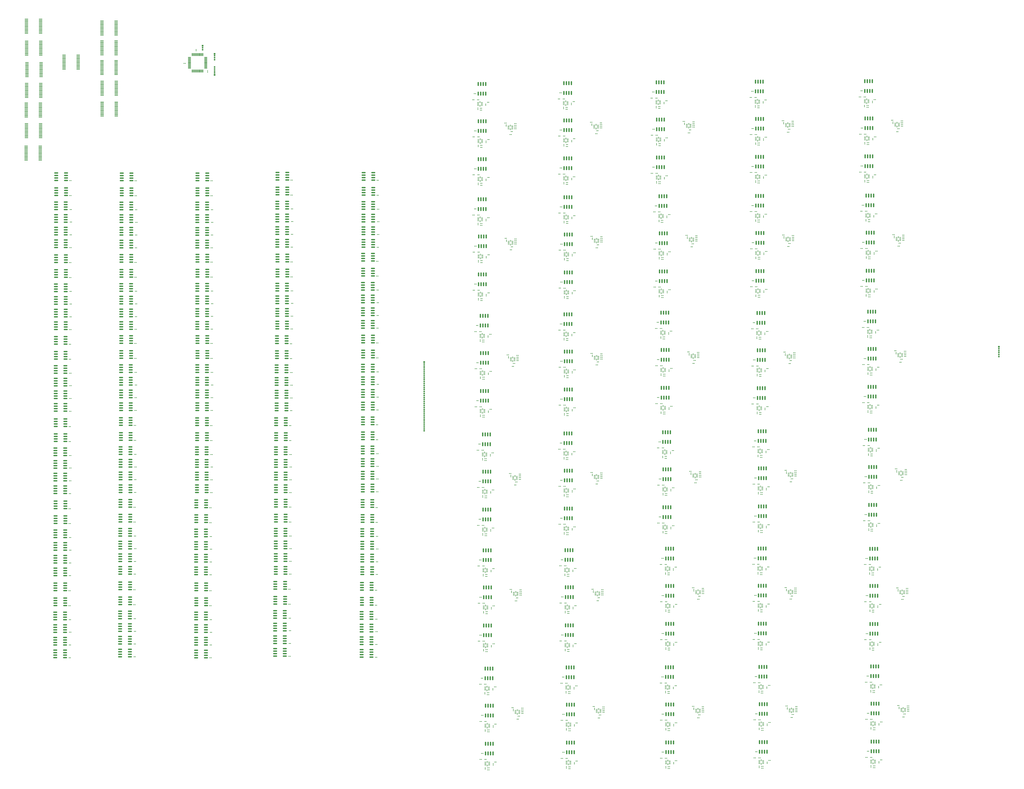
<source format=gbr>
%TF.GenerationSoftware,KiCad,Pcbnew,(6.99.0-3937-g3e53426b6c)*%
%TF.CreationDate,2024-12-16T03:44:05-05:00*%
%TF.ProjectId,AnalogFNN,416e616c-6f67-4464-9e4e-2e6b69636164,rev?*%
%TF.SameCoordinates,Original*%
%TF.FileFunction,Soldermask,Top*%
%TF.FilePolarity,Negative*%
%FSLAX46Y46*%
G04 Gerber Fmt 4.6, Leading zero omitted, Abs format (unit mm)*
G04 Created by KiCad (PCBNEW (6.99.0-3937-g3e53426b6c)) date 2024-12-16 03:44:05*
%MOMM*%
%LPD*%
G01*
G04 APERTURE LIST*
G04 Aperture macros list*
%AMRoundRect*
0 Rectangle with rounded corners*
0 $1 Rounding radius*
0 $2 $3 $4 $5 $6 $7 $8 $9 X,Y pos of 4 corners*
0 Add a 4 corners polygon primitive as box body*
4,1,4,$2,$3,$4,$5,$6,$7,$8,$9,$2,$3,0*
0 Add four circle primitives for the rounded corners*
1,1,$1+$1,$2,$3*
1,1,$1+$1,$4,$5*
1,1,$1+$1,$6,$7*
1,1,$1+$1,$8,$9*
0 Add four rect primitives between the rounded corners*
20,1,$1+$1,$2,$3,$4,$5,0*
20,1,$1+$1,$4,$5,$6,$7,0*
20,1,$1+$1,$6,$7,$8,$9,0*
20,1,$1+$1,$8,$9,$2,$3,0*%
G04 Aperture macros list end*
%ADD10RoundRect,0.100000X-0.130000X-0.100000X0.130000X-0.100000X0.130000X0.100000X-0.130000X0.100000X0*%
%ADD11RoundRect,0.050000X-0.350000X-0.050000X0.350000X-0.050000X0.350000X0.050000X-0.350000X0.050000X0*%
%ADD12RoundRect,0.050000X-0.050000X-0.350000X0.050000X-0.350000X0.050000X0.350000X-0.050000X0.350000X0*%
%ADD13RoundRect,0.100000X0.100000X-0.130000X0.100000X0.130000X-0.100000X0.130000X-0.100000X-0.130000X0*%
%ADD14RoundRect,0.150000X0.150000X-0.825000X0.150000X0.825000X-0.150000X0.825000X-0.150000X-0.825000X0*%
%ADD15RoundRect,0.100000X0.130000X0.100000X-0.130000X0.100000X-0.130000X-0.100000X0.130000X-0.100000X0*%
%ADD16RoundRect,0.150000X-0.825000X-0.150000X0.825000X-0.150000X0.825000X0.150000X-0.825000X0.150000X0*%
%ADD17RoundRect,0.100000X-0.100000X0.130000X-0.100000X-0.130000X0.100000X-0.130000X0.100000X0.130000X0*%
%ADD18R,0.850000X0.850000*%
%ADD19O,0.850000X0.850000*%
%ADD20R,1.750000X0.450000*%
%ADD21RoundRect,0.075000X-0.662500X-0.075000X0.662500X-0.075000X0.662500X0.075000X-0.662500X0.075000X0*%
%ADD22RoundRect,0.075000X-0.075000X-0.662500X0.075000X-0.662500X0.075000X0.662500X-0.075000X0.662500X0*%
G04 APERTURE END LIST*
D10*
%TO.C,R75*%
X269466600Y-178456600D03*
X270106600Y-178456600D03*
%TD*%
D11*
%TO.C,U27*%
X326249400Y-68036200D03*
X326249400Y-68436200D03*
X326249400Y-68836200D03*
X326249400Y-69236200D03*
X326249400Y-69636200D03*
D12*
X326999400Y-69786200D03*
X327399400Y-69786200D03*
D11*
X328149400Y-69636200D03*
X328149400Y-69236200D03*
X328149400Y-68836200D03*
X328149400Y-68436200D03*
X328149400Y-68036200D03*
D12*
X327399400Y-67886200D03*
X326999400Y-67886200D03*
%TD*%
D10*
%TO.C,R494*%
X413309400Y-74237800D03*
X413949400Y-74237800D03*
%TD*%
D13*
%TO.C,R557*%
X413230600Y-212876600D03*
X413230600Y-212236600D03*
%TD*%
D14*
%TO.C,Q14*%
X270039400Y-327736200D03*
X271309400Y-327736200D03*
X272579400Y-327736200D03*
X273849400Y-327736200D03*
X273849400Y-322786200D03*
X272579400Y-322786200D03*
X271309400Y-322786200D03*
X270039400Y-322786200D03*
%TD*%
D13*
%TO.C,R322*%
X315982400Y-355024800D03*
X315982400Y-354384800D03*
%TD*%
D15*
%TO.C,D13*%
X330018100Y-67794800D03*
X329378100Y-67794800D03*
%TD*%
D16*
%TO.C,U146*%
X52050000Y-251790000D03*
X52050000Y-253060000D03*
X52050000Y-254330000D03*
X52050000Y-255600000D03*
X57000000Y-255600000D03*
X57000000Y-254330000D03*
X57000000Y-253060000D03*
X57000000Y-251790000D03*
%TD*%
D15*
%TO.C,R886*%
X132130000Y-117550000D03*
X131490000Y-117550000D03*
%TD*%
D10*
%TO.C,R569*%
X411082800Y-256120400D03*
X411722800Y-256120400D03*
%TD*%
%TO.C,R502*%
X406578800Y-89115600D03*
X407218800Y-89115600D03*
%TD*%
%TO.C,R659*%
X482594000Y-68522000D03*
X483234000Y-68522000D03*
%TD*%
D11*
%TO.C,U83*%
X424654400Y-185054400D03*
X424654400Y-185454400D03*
X424654400Y-185854400D03*
X424654400Y-186254400D03*
X424654400Y-186654400D03*
D12*
X425404400Y-186804400D03*
X425804400Y-186804400D03*
D11*
X426554400Y-186654400D03*
X426554400Y-186254400D03*
X426554400Y-185854400D03*
X426554400Y-185454400D03*
X426554400Y-185054400D03*
D12*
X425804400Y-184904400D03*
X425404400Y-184904400D03*
%TD*%
D10*
%TO.C,R259*%
X309189400Y-268186200D03*
X309829400Y-268186200D03*
%TD*%
%TO.C,R118*%
X286131800Y-310268400D03*
X286771800Y-310268400D03*
%TD*%
D14*
%TO.C,Q13*%
X270044400Y-308411200D03*
X271314400Y-308411200D03*
X272584400Y-308411200D03*
X273854400Y-308411200D03*
X273854400Y-303461200D03*
X272584400Y-303461200D03*
X271314400Y-303461200D03*
X270044400Y-303461200D03*
%TD*%
D15*
%TO.C,R854*%
X93145000Y-145545000D03*
X92505000Y-145545000D03*
%TD*%
%TO.C,R598*%
X411697800Y-314880200D03*
X411057800Y-314880200D03*
%TD*%
D16*
%TO.C,U250*%
X164355000Y-224745000D03*
X164355000Y-226015000D03*
X164355000Y-227285000D03*
X164355000Y-228555000D03*
X169305000Y-228555000D03*
X169305000Y-227285000D03*
X169305000Y-226015000D03*
X169305000Y-224745000D03*
%TD*%
D10*
%TO.C,R173*%
X329394000Y-69522000D03*
X330034000Y-69522000D03*
%TD*%
D11*
%TO.C,U118*%
X467243800Y-371945200D03*
X467243800Y-372345200D03*
X467243800Y-372745200D03*
X467243800Y-373145200D03*
X467243800Y-373545200D03*
D12*
X467993800Y-373695200D03*
X468393800Y-373695200D03*
D11*
X469143800Y-373545200D03*
X469143800Y-373145200D03*
X469143800Y-372745200D03*
X469143800Y-372345200D03*
X469143800Y-371945200D03*
D12*
X468393800Y-371795200D03*
X467993800Y-371795200D03*
%TD*%
D15*
%TO.C,R963*%
X216370000Y-152050000D03*
X215730000Y-152050000D03*
%TD*%
D11*
%TO.C,U104*%
X464803800Y-151557400D03*
X464803800Y-151957400D03*
X464803800Y-152357400D03*
X464803800Y-152757400D03*
X464803800Y-153157400D03*
D12*
X465553800Y-153307400D03*
X465953800Y-153307400D03*
D11*
X466703800Y-153157400D03*
X466703800Y-152757400D03*
X466703800Y-152357400D03*
X466703800Y-151957400D03*
X466703800Y-151557400D03*
D12*
X465953800Y-151407400D03*
X465553800Y-151407400D03*
%TD*%
D15*
%TO.C,D27*%
X378583100Y-125321400D03*
X377943100Y-125321400D03*
%TD*%
D13*
%TO.C,R592*%
X413691800Y-234761000D03*
X413691800Y-234121000D03*
%TD*%
D10*
%TO.C,R253*%
X327247400Y-250757200D03*
X327887400Y-250757200D03*
%TD*%
D17*
%TO.C,R107*%
X269403000Y-237839600D03*
X269403000Y-238479600D03*
%TD*%
D10*
%TO.C,R273*%
X311324400Y-311373400D03*
X311964400Y-311373400D03*
%TD*%
%TO.C,R406*%
X358629400Y-251336200D03*
X359269400Y-251336200D03*
%TD*%
D17*
%TO.C,R763*%
X466618600Y-314978400D03*
X466618600Y-315618400D03*
%TD*%
D11*
%TO.C,U35*%
X311154400Y-212021200D03*
X311154400Y-212421200D03*
X311154400Y-212821200D03*
X311154400Y-213221200D03*
X311154400Y-213621200D03*
D12*
X311904400Y-213771200D03*
X312304400Y-213771200D03*
D11*
X313054400Y-213621200D03*
X313054400Y-213221200D03*
X313054400Y-212821200D03*
X313054400Y-212421200D03*
X313054400Y-212021200D03*
D12*
X312304400Y-211871200D03*
X311904400Y-211871200D03*
%TD*%
D14*
%TO.C,Q5*%
X267439400Y-149036200D03*
X268709400Y-149036200D03*
X269979400Y-149036200D03*
X271249400Y-149036200D03*
X271249400Y-144086200D03*
X269979400Y-144086200D03*
X268709400Y-144086200D03*
X267439400Y-144086200D03*
%TD*%
D10*
%TO.C,R776*%
X463830600Y-291763800D03*
X464470600Y-291763800D03*
%TD*%
D11*
%TO.C,U72*%
X362789400Y-391690100D03*
X362789400Y-392090100D03*
X362789400Y-392490100D03*
X362789400Y-392890100D03*
X362789400Y-393290100D03*
D12*
X363539400Y-393440100D03*
X363939400Y-393440100D03*
D11*
X364689400Y-393290100D03*
X364689400Y-392890100D03*
X364689400Y-392490100D03*
X364689400Y-392090100D03*
X364689400Y-391690100D03*
D12*
X363939400Y-391540100D03*
X363539400Y-391540100D03*
%TD*%
D14*
%TO.C,Q39*%
X357945600Y-51238800D03*
X359215600Y-51238800D03*
X360485600Y-51238800D03*
X361755600Y-51238800D03*
X361755600Y-46288800D03*
X360485600Y-46288800D03*
X359215600Y-46288800D03*
X357945600Y-46288800D03*
%TD*%
D17*
%TO.C,R369*%
X359377400Y-154802400D03*
X359377400Y-155442400D03*
%TD*%
D10*
%TO.C,R759*%
X466425600Y-310701000D03*
X467065600Y-310701000D03*
%TD*%
%TO.C,D36*%
X381254200Y-364238500D03*
X381894200Y-364238500D03*
%TD*%
%TO.C,R165*%
X310624400Y-73673400D03*
X311264400Y-73673400D03*
%TD*%
D15*
%TO.C,R831*%
X59845000Y-236245000D03*
X59205000Y-236245000D03*
%TD*%
%TO.C,R942*%
X171950000Y-255150000D03*
X171310000Y-255150000D03*
%TD*%
D14*
%TO.C,Q62*%
X409344400Y-206954400D03*
X410614400Y-206954400D03*
X411884400Y-206954400D03*
X413154400Y-206954400D03*
X413154400Y-202004400D03*
X411884400Y-202004400D03*
X410614400Y-202004400D03*
X409344400Y-202004400D03*
%TD*%
D10*
%TO.C,D2*%
X285768600Y-67305800D03*
X286408600Y-67305800D03*
%TD*%
D15*
%TO.C,C34*%
X326356800Y-364054000D03*
X325716800Y-364054000D03*
%TD*%
D17*
%TO.C,R504*%
X408417400Y-96494000D03*
X408417400Y-97134000D03*
%TD*%
D10*
%TO.C,R702*%
X469455000Y-113283400D03*
X470095000Y-113283400D03*
%TD*%
D15*
%TO.C,R671*%
X465762800Y-58055200D03*
X465122800Y-58055200D03*
%TD*%
D17*
%TO.C,R520*%
X408568000Y-135314600D03*
X408568000Y-135954600D03*
%TD*%
D14*
%TO.C,Q23*%
X311190000Y-148000000D03*
X312460000Y-148000000D03*
X313730000Y-148000000D03*
X315000000Y-148000000D03*
X315000000Y-143050000D03*
X313730000Y-143050000D03*
X312460000Y-143050000D03*
X311190000Y-143050000D03*
%TD*%
D10*
%TO.C,R289*%
X316399400Y-332044600D03*
X317039400Y-332044600D03*
%TD*%
%TO.C,R29*%
X268572200Y-138056600D03*
X269212200Y-138056600D03*
%TD*%
%TO.C,R410*%
X359429400Y-248236200D03*
X360069400Y-248236200D03*
%TD*%
%TO.C,R27*%
X271955000Y-56483400D03*
X272595000Y-56483400D03*
%TD*%
D15*
%TO.C,R266*%
X312778400Y-237344000D03*
X312138400Y-237344000D03*
%TD*%
D10*
%TO.C,R770*%
X466420600Y-330026000D03*
X467060600Y-330026000D03*
%TD*%
D15*
%TO.C,R930*%
X172645000Y-171845000D03*
X172005000Y-171845000D03*
%TD*%
D13*
%TO.C,R241*%
X314931800Y-175261000D03*
X314931800Y-174621000D03*
%TD*%
D15*
%TO.C,C52*%
X376941200Y-363959100D03*
X376301200Y-363959100D03*
%TD*%
D16*
%TO.C,U266*%
X163855000Y-334595000D03*
X163855000Y-335865000D03*
X163855000Y-337135000D03*
X163855000Y-338405000D03*
X168805000Y-338405000D03*
X168805000Y-337135000D03*
X168805000Y-335865000D03*
X168805000Y-334595000D03*
%TD*%
D10*
%TO.C,R375*%
X357394400Y-109162800D03*
X358034400Y-109162800D03*
%TD*%
D15*
%TO.C,R875*%
X92846800Y-290180000D03*
X92206800Y-290180000D03*
%TD*%
%TO.C,R96*%
X271442200Y-276141400D03*
X270802200Y-276141400D03*
%TD*%
D11*
%TO.C,U59*%
X375737000Y-184902200D03*
X375737000Y-185302200D03*
X375737000Y-185702200D03*
X375737000Y-186102200D03*
X375737000Y-186502200D03*
D12*
X376487000Y-186652200D03*
X376887000Y-186652200D03*
D11*
X377637000Y-186502200D03*
X377637000Y-186102200D03*
X377637000Y-185702200D03*
X377637000Y-185302200D03*
X377637000Y-184902200D03*
D12*
X376887000Y-184752200D03*
X376487000Y-184752200D03*
%TD*%
D10*
%TO.C,R143*%
X275690000Y-373008400D03*
X276330000Y-373008400D03*
%TD*%
D15*
%TO.C,R112*%
X271812200Y-315791400D03*
X271172200Y-315791400D03*
%TD*%
D11*
%TO.C,U64*%
X361354400Y-272021200D03*
X361354400Y-272421200D03*
X361354400Y-272821200D03*
X361354400Y-273221200D03*
X361354400Y-273621200D03*
D12*
X362104400Y-273771200D03*
X362504400Y-273771200D03*
D11*
X363254400Y-273621200D03*
X363254400Y-273221200D03*
X363254400Y-272821200D03*
X363254400Y-272421200D03*
X363254400Y-272021200D03*
D12*
X362504400Y-271871200D03*
X362104400Y-271871200D03*
%TD*%
D10*
%TO.C,R310*%
X313368400Y-395709200D03*
X314008400Y-395709200D03*
%TD*%
D16*
%TO.C,U193*%
X85225000Y-244775000D03*
X85225000Y-246045000D03*
X85225000Y-247315000D03*
X85225000Y-248585000D03*
X90175000Y-248585000D03*
X90175000Y-247315000D03*
X90175000Y-246045000D03*
X90175000Y-244775000D03*
%TD*%
D10*
%TO.C,R400*%
X359962600Y-171603200D03*
X360602600Y-171603200D03*
%TD*%
D15*
%TO.C,R150*%
X272692800Y-395305200D03*
X272052800Y-395305200D03*
%TD*%
D11*
%TO.C,U80*%
X408654400Y-151721200D03*
X408654400Y-152121200D03*
X408654400Y-152521200D03*
X408654400Y-152921200D03*
X408654400Y-153321200D03*
D12*
X409404400Y-153471200D03*
X409804400Y-153471200D03*
D11*
X410554400Y-153321200D03*
X410554400Y-152921200D03*
X410554400Y-152521200D03*
X410554400Y-152121200D03*
X410554400Y-151721200D03*
D12*
X409804400Y-151571200D03*
X409404400Y-151571200D03*
%TD*%
D10*
%TO.C,R567*%
X413960000Y-173101600D03*
X414600000Y-173101600D03*
%TD*%
D15*
%TO.C,C66*%
X429044600Y-245822200D03*
X428404600Y-245822200D03*
%TD*%
%TO.C,C68*%
X427190800Y-307833200D03*
X426550800Y-307833200D03*
%TD*%
%TO.C,R463*%
X364597800Y-375324100D03*
X363957800Y-375324100D03*
%TD*%
D10*
%TO.C,R575*%
X414715000Y-252183400D03*
X415355000Y-252183400D03*
%TD*%
%TO.C,R610*%
X407959400Y-326786200D03*
X408599400Y-326786200D03*
%TD*%
%TO.C,R452*%
X359929400Y-291736200D03*
X360569400Y-291736200D03*
%TD*%
D15*
%TO.C,C78*%
X483934000Y-125858400D03*
X483294000Y-125858400D03*
%TD*%
D14*
%TO.C,Q80*%
X465744400Y-206253400D03*
X467014400Y-206253400D03*
X468284400Y-206253400D03*
X469554400Y-206253400D03*
X469554400Y-201303400D03*
X468284400Y-201303400D03*
X467014400Y-201303400D03*
X465744400Y-201303400D03*
%TD*%
D13*
%TO.C,R141*%
X274816200Y-374522200D03*
X274816200Y-373882200D03*
%TD*%
D16*
%TO.C,U204*%
X124250000Y-155190000D03*
X124250000Y-156460000D03*
X124250000Y-157730000D03*
X124250000Y-159000000D03*
X129200000Y-159000000D03*
X129200000Y-157730000D03*
X129200000Y-156460000D03*
X129200000Y-155190000D03*
%TD*%
D10*
%TO.C,R572*%
X407989400Y-247736200D03*
X408629400Y-247736200D03*
%TD*%
D16*
%TO.C,U289*%
X208450000Y-244440000D03*
X208450000Y-245710000D03*
X208450000Y-246980000D03*
X208450000Y-248250000D03*
X213400000Y-248250000D03*
X213400000Y-246980000D03*
X213400000Y-245710000D03*
X213400000Y-244440000D03*
%TD*%
D15*
%TO.C,R982*%
X216145000Y-283845000D03*
X215505000Y-283845000D03*
%TD*%
%TO.C,R986*%
X215510000Y-312450000D03*
X214870000Y-312450000D03*
%TD*%
D17*
%TO.C,R547*%
X409222400Y-194969000D03*
X409222400Y-195609000D03*
%TD*%
D10*
%TO.C,R548*%
X414109400Y-192037800D03*
X414749400Y-192037800D03*
%TD*%
D16*
%TO.C,U235*%
X164975000Y-119845000D03*
X164975000Y-121115000D03*
X164975000Y-122385000D03*
X164975000Y-123655000D03*
X169925000Y-123655000D03*
X169925000Y-122385000D03*
X169925000Y-121115000D03*
X169925000Y-119845000D03*
%TD*%
D10*
%TO.C,R637*%
X408424400Y-387061200D03*
X409064400Y-387061200D03*
%TD*%
%TO.C,R767*%
X485195200Y-306549600D03*
X485835200Y-306549600D03*
%TD*%
%TO.C,R516*%
X408375000Y-131037200D03*
X409015000Y-131037200D03*
%TD*%
D13*
%TO.C,R422*%
X365276200Y-273522200D03*
X365276200Y-272882200D03*
%TD*%
D15*
%TO.C,R920*%
X172570000Y-103650000D03*
X171930000Y-103650000D03*
%TD*%
D11*
%TO.C,U34*%
X311159400Y-192696200D03*
X311159400Y-193096200D03*
X311159400Y-193496200D03*
X311159400Y-193896200D03*
X311159400Y-194296200D03*
D12*
X311909400Y-194446200D03*
X312309400Y-194446200D03*
D11*
X313059400Y-194296200D03*
X313059400Y-193896200D03*
X313059400Y-193496200D03*
X313059400Y-193096200D03*
X313059400Y-192696200D03*
D12*
X312309400Y-192546200D03*
X311909400Y-192546200D03*
%TD*%
D13*
%TO.C,R457*%
X366581200Y-294597200D03*
X366581200Y-293957200D03*
%TD*%
D15*
%TO.C,R274*%
X313412200Y-315691400D03*
X312772200Y-315691400D03*
%TD*%
D10*
%TO.C,R203*%
X310870000Y-151062200D03*
X311510000Y-151062200D03*
%TD*%
%TO.C,R775*%
X471500600Y-331372200D03*
X472140600Y-331372200D03*
%TD*%
D15*
%TO.C,C44*%
X377692800Y-187810400D03*
X377052800Y-187810400D03*
%TD*%
D10*
%TO.C,R14*%
X267019400Y-93398400D03*
X267659400Y-93398400D03*
%TD*%
%TO.C,R629*%
X415155000Y-372183400D03*
X415795000Y-372183400D03*
%TD*%
%TO.C,R43*%
X265473800Y-148997400D03*
X266113800Y-148997400D03*
%TD*%
D14*
%TO.C,Q78*%
X464695000Y-108875000D03*
X465965000Y-108875000D03*
X467235000Y-108875000D03*
X468505000Y-108875000D03*
X468505000Y-103925000D03*
X467235000Y-103925000D03*
X465965000Y-103925000D03*
X464695000Y-103925000D03*
%TD*%
D10*
%TO.C,D16*%
X329619200Y-124969600D03*
X330259200Y-124969600D03*
%TD*%
D15*
%TO.C,R663*%
X465907200Y-96316400D03*
X465267200Y-96316400D03*
%TD*%
D16*
%TO.C,U214*%
X124155000Y-224745000D03*
X124155000Y-226015000D03*
X124155000Y-227285000D03*
X124155000Y-228555000D03*
X129105000Y-228555000D03*
X129105000Y-227285000D03*
X129105000Y-226015000D03*
X129105000Y-224745000D03*
%TD*%
D11*
%TO.C,U29*%
X310759400Y-56096200D03*
X310759400Y-56496200D03*
X310759400Y-56896200D03*
X310759400Y-57296200D03*
X310759400Y-57696200D03*
D12*
X311509400Y-57846200D03*
X311909400Y-57846200D03*
D11*
X312659400Y-57696200D03*
X312659400Y-57296200D03*
X312659400Y-56896200D03*
X312659400Y-56496200D03*
X312659400Y-56096200D03*
D12*
X311909400Y-55946200D03*
X311509400Y-55946200D03*
%TD*%
D15*
%TO.C,C17*%
X288190800Y-368933200D03*
X287550800Y-368933200D03*
%TD*%
%TO.C,R960*%
X216470000Y-130250000D03*
X215830000Y-130250000D03*
%TD*%
D10*
%TO.C,R758*%
X467873400Y-315984200D03*
X468513400Y-315984200D03*
%TD*%
%TO.C,R656*%
X468904400Y-74019600D03*
X469544400Y-74019600D03*
%TD*%
%TO.C,R47*%
X264529400Y-113836200D03*
X265169400Y-113836200D03*
%TD*%
D15*
%TO.C,C43*%
X374543200Y-183492400D03*
X373903200Y-183492400D03*
%TD*%
D11*
%TO.C,U119*%
X482584400Y-364949000D03*
X482584400Y-365349000D03*
X482584400Y-365749000D03*
X482584400Y-366149000D03*
X482584400Y-366549000D03*
D12*
X483334400Y-366699000D03*
X483734400Y-366699000D03*
D11*
X484484400Y-366549000D03*
X484484400Y-366149000D03*
X484484400Y-365749000D03*
X484484400Y-365349000D03*
X484484400Y-364949000D03*
D12*
X483734400Y-364799000D03*
X483334400Y-364799000D03*
%TD*%
D10*
%TO.C,R74*%
X265573200Y-173172400D03*
X266213200Y-173172400D03*
%TD*%
%TO.C,R446*%
X362519400Y-329998400D03*
X363159400Y-329998400D03*
%TD*%
D13*
%TO.C,R546*%
X413235600Y-193551600D03*
X413235600Y-192911600D03*
%TD*%
%TO.C,R603*%
X424076800Y-305054400D03*
X424076800Y-304414400D03*
%TD*%
D14*
%TO.C,Q33*%
X311495000Y-289375000D03*
X312765000Y-289375000D03*
X314035000Y-289375000D03*
X315305000Y-289375000D03*
X315305000Y-284425000D03*
X314035000Y-284425000D03*
X312765000Y-284425000D03*
X311495000Y-284425000D03*
%TD*%
D10*
%TO.C,R416*%
X379844600Y-247185800D03*
X380484600Y-247185800D03*
%TD*%
%TO.C,R55*%
X265722600Y-192108600D03*
X266362600Y-192108600D03*
%TD*%
D14*
%TO.C,Q82*%
X466132000Y-247077200D03*
X467402000Y-247077200D03*
X468672000Y-247077200D03*
X469942000Y-247077200D03*
X469942000Y-242127200D03*
X468672000Y-242127200D03*
X467402000Y-242127200D03*
X466132000Y-242127200D03*
%TD*%
D10*
%TO.C,R232*%
X309224400Y-207561200D03*
X309864400Y-207561200D03*
%TD*%
D15*
%TO.C,R857*%
X93345000Y-165545000D03*
X92705000Y-165545000D03*
%TD*%
D11*
%TO.C,U66*%
X362808800Y-312032400D03*
X362808800Y-312432400D03*
X362808800Y-312832400D03*
X362808800Y-313232400D03*
X362808800Y-313632400D03*
D12*
X363558800Y-313782400D03*
X363958800Y-313782400D03*
D11*
X364708800Y-313632400D03*
X364708800Y-313232400D03*
X364708800Y-312832400D03*
X364708800Y-312432400D03*
X364708800Y-312032400D03*
D12*
X363958800Y-311882400D03*
X363558800Y-311882400D03*
%TD*%
D10*
%TO.C,R372*%
X360487800Y-117547000D03*
X361127800Y-117547000D03*
%TD*%
D15*
%TO.C,R917*%
X131445000Y-332745000D03*
X130805000Y-332745000D03*
%TD*%
%TO.C,R921*%
X172770000Y-110750000D03*
X172130000Y-110750000D03*
%TD*%
%TO.C,R968*%
X216170000Y-186550000D03*
X215530000Y-186550000D03*
%TD*%
%TO.C,R910*%
X131550000Y-283950000D03*
X130910000Y-283950000D03*
%TD*%
D11*
%TO.C,U60*%
X360391400Y-211223400D03*
X360391400Y-211623400D03*
X360391400Y-212023400D03*
X360391400Y-212423400D03*
X360391400Y-212823400D03*
D12*
X361141400Y-212973400D03*
X361541400Y-212973400D03*
D11*
X362291400Y-212823400D03*
X362291400Y-212423400D03*
X362291400Y-212023400D03*
X362291400Y-211623400D03*
X362291400Y-211223400D03*
D12*
X361541400Y-211073400D03*
X361141400Y-211073400D03*
%TD*%
D10*
%TO.C,R543*%
X409029400Y-190691600D03*
X409669400Y-190691600D03*
%TD*%
D15*
%TO.C,C55*%
X422660600Y-65844600D03*
X422020600Y-65844600D03*
%TD*%
%TO.C,C50*%
X380105200Y-307944400D03*
X379465200Y-307944400D03*
%TD*%
D10*
%TO.C,R299*%
X313373400Y-376384200D03*
X314013400Y-376384200D03*
%TD*%
D11*
%TO.C,U85*%
X409164400Y-173114400D03*
X409164400Y-173514400D03*
X409164400Y-173914400D03*
X409164400Y-174314400D03*
X409164400Y-174714400D03*
D12*
X409914400Y-174864400D03*
X410314400Y-174864400D03*
D11*
X411064400Y-174714400D03*
X411064400Y-174314400D03*
X411064400Y-173914400D03*
X411064400Y-173514400D03*
X411064400Y-173114400D03*
D12*
X410314400Y-172964400D03*
X409914400Y-172964400D03*
%TD*%
D11*
%TO.C,U22*%
X270894400Y-373021200D03*
X270894400Y-373421200D03*
X270894400Y-373821200D03*
X270894400Y-374221200D03*
X270894400Y-374621200D03*
D12*
X271644400Y-374771200D03*
X272044400Y-374771200D03*
D11*
X272794400Y-374621200D03*
X272794400Y-374221200D03*
X272794400Y-373821200D03*
X272794400Y-373421200D03*
X272794400Y-373021200D03*
D12*
X272044400Y-372871200D03*
X271644400Y-372871200D03*
%TD*%
D13*
%TO.C,R268*%
X314896800Y-235886000D03*
X314896800Y-235246000D03*
%TD*%
D17*
%TO.C,R458*%
X362568000Y-296014600D03*
X362568000Y-296654600D03*
%TD*%
D10*
%TO.C,R424*%
X366150000Y-272008400D03*
X366790000Y-272008400D03*
%TD*%
D11*
%TO.C,U51*%
X373400000Y-67600000D03*
X373400000Y-68000000D03*
X373400000Y-68400000D03*
X373400000Y-68800000D03*
X373400000Y-69200000D03*
D12*
X374150000Y-69350000D03*
X374550000Y-69350000D03*
D11*
X375300000Y-69200000D03*
X375300000Y-68800000D03*
X375300000Y-68400000D03*
X375300000Y-68000000D03*
X375300000Y-67600000D03*
D12*
X374550000Y-67450000D03*
X374150000Y-67450000D03*
%TD*%
D16*
%TO.C,U200*%
X124235000Y-126695000D03*
X124235000Y-127965000D03*
X124235000Y-129235000D03*
X124235000Y-130505000D03*
X129185000Y-130505000D03*
X129185000Y-129235000D03*
X129185000Y-127965000D03*
X129185000Y-126695000D03*
%TD*%
%TO.C,U279*%
X208675000Y-175045000D03*
X208675000Y-176315000D03*
X208675000Y-177585000D03*
X208675000Y-178855000D03*
X213625000Y-178855000D03*
X213625000Y-177585000D03*
X213625000Y-176315000D03*
X213625000Y-175045000D03*
%TD*%
D10*
%TO.C,R76*%
X268018800Y-173173400D03*
X268658800Y-173173400D03*
%TD*%
D16*
%TO.C,U222*%
X123655000Y-280195000D03*
X123655000Y-281465000D03*
X123655000Y-282735000D03*
X123655000Y-284005000D03*
X128605000Y-284005000D03*
X128605000Y-282735000D03*
X128605000Y-281465000D03*
X128605000Y-280195000D03*
%TD*%
D15*
%TO.C,R571*%
X411722800Y-255155200D03*
X411082800Y-255155200D03*
%TD*%
%TO.C,R555*%
X411112200Y-214334600D03*
X410472200Y-214334600D03*
%TD*%
%TO.C,C58*%
X422806200Y-123990200D03*
X422166200Y-123990200D03*
%TD*%
D13*
%TO.C,R646*%
X414131800Y-354761000D03*
X414131800Y-354121000D03*
%TD*%
%TO.C,R125*%
X273925600Y-333658400D03*
X273925600Y-333018400D03*
%TD*%
D16*
%TO.C,U136*%
X52250000Y-183321600D03*
X52250000Y-184591600D03*
X52250000Y-185861600D03*
X52250000Y-187131600D03*
X57200000Y-187131600D03*
X57200000Y-185861600D03*
X57200000Y-184591600D03*
X57200000Y-183321600D03*
%TD*%
D10*
%TO.C,R432*%
X366005600Y-233747200D03*
X366645600Y-233747200D03*
%TD*%
D17*
%TO.C,R601*%
X409803000Y-314839600D03*
X409803000Y-315479600D03*
%TD*%
%TO.C,R585*%
X409823000Y-274439600D03*
X409823000Y-275079600D03*
%TD*%
D14*
%TO.C,Q48*%
X361245600Y-229338800D03*
X362515600Y-229338800D03*
X363785600Y-229338800D03*
X365055600Y-229338800D03*
X365055600Y-224388800D03*
X363785600Y-224388800D03*
X362515600Y-224388800D03*
X361245600Y-224388800D03*
%TD*%
D16*
%TO.C,U172*%
X85545000Y-182945000D03*
X85545000Y-184215000D03*
X85545000Y-185485000D03*
X85545000Y-186755000D03*
X90495000Y-186755000D03*
X90495000Y-185485000D03*
X90495000Y-184215000D03*
X90495000Y-182945000D03*
%TD*%
D17*
%TO.C,R574*%
X409828000Y-255114600D03*
X409828000Y-255754600D03*
%TD*%
D10*
%TO.C,R560*%
X406434400Y-171754400D03*
X407074400Y-171754400D03*
%TD*%
%TO.C,R761*%
X464780000Y-307600000D03*
X465420000Y-307600000D03*
%TD*%
%TO.C,R664*%
X462173800Y-88897400D03*
X462813800Y-88897400D03*
%TD*%
%TO.C,R298*%
X309480000Y-371100000D03*
X310120000Y-371100000D03*
%TD*%
D15*
%TO.C,R866*%
X92560000Y-312240000D03*
X91920000Y-312240000D03*
%TD*%
%TO.C,D55*%
X485205700Y-244260800D03*
X484565700Y-244260800D03*
%TD*%
D10*
%TO.C,R587*%
X407040000Y-231900000D03*
X407680000Y-231900000D03*
%TD*%
%TO.C,R386*%
X365192000Y-191885600D03*
X365832000Y-191885600D03*
%TD*%
D15*
%TO.C,R23*%
X268962800Y-59455200D03*
X268322800Y-59455200D03*
%TD*%
D10*
%TO.C,R148*%
X272052800Y-396270400D03*
X272692800Y-396270400D03*
%TD*%
D11*
%TO.C,U67*%
X378149400Y-305036200D03*
X378149400Y-305436200D03*
X378149400Y-305836200D03*
X378149400Y-306236200D03*
X378149400Y-306636200D03*
D12*
X378899400Y-306786200D03*
X379299400Y-306786200D03*
D11*
X380049400Y-306636200D03*
X380049400Y-306236200D03*
X380049400Y-305836200D03*
X380049400Y-305436200D03*
X380049400Y-305036200D03*
D12*
X379299400Y-304886200D03*
X378899400Y-304886200D03*
%TD*%
D13*
%TO.C,R295*%
X315381200Y-295297200D03*
X315381200Y-294657200D03*
%TD*%
D10*
%TO.C,R363*%
X356738800Y-150524000D03*
X357378800Y-150524000D03*
%TD*%
D15*
%TO.C,R964*%
X216470000Y-158450000D03*
X215830000Y-158450000D03*
%TD*%
%TO.C,R944*%
X171770000Y-270150000D03*
X171130000Y-270150000D03*
%TD*%
D10*
%TO.C,R313*%
X310275000Y-387325000D03*
X310915000Y-387325000D03*
%TD*%
D15*
%TO.C,R893*%
X132045000Y-165445000D03*
X131405000Y-165445000D03*
%TD*%
%TO.C,C46*%
X375506200Y-244290200D03*
X374866200Y-244290200D03*
%TD*%
%TO.C,R752*%
X467750400Y-235521200D03*
X467110400Y-235521200D03*
%TD*%
D10*
%TO.C,R127*%
X274799400Y-332144600D03*
X275439400Y-332144600D03*
%TD*%
%TO.C,R30*%
X267124400Y-132773400D03*
X267764400Y-132773400D03*
%TD*%
D15*
%TO.C,R393*%
X362194800Y-214182400D03*
X361554800Y-214182400D03*
%TD*%
D10*
%TO.C,R359*%
X364269400Y-132546200D03*
X364909400Y-132546200D03*
%TD*%
D11*
%TO.C,U33*%
X311010000Y-114160000D03*
X311010000Y-114560000D03*
X311010000Y-114960000D03*
X311010000Y-115360000D03*
X311010000Y-115760000D03*
D12*
X311760000Y-115910000D03*
X312160000Y-115910000D03*
D11*
X312910000Y-115760000D03*
X312910000Y-115360000D03*
X312910000Y-114960000D03*
X312910000Y-114560000D03*
X312910000Y-114160000D03*
D12*
X312160000Y-114010000D03*
X311760000Y-114010000D03*
%TD*%
D14*
%TO.C,Q74*%
X464139400Y-88936200D03*
X465409400Y-88936200D03*
X466679400Y-88936200D03*
X467949400Y-88936200D03*
X467949400Y-83986200D03*
X466679400Y-83986200D03*
X465409400Y-83986200D03*
X464139400Y-83986200D03*
%TD*%
D10*
%TO.C,R108*%
X274290000Y-234908400D03*
X274930000Y-234908400D03*
%TD*%
D15*
%TO.C,R725*%
X467367800Y-175372400D03*
X466727800Y-175372400D03*
%TD*%
D17*
%TO.C,R34*%
X267317400Y-137050800D03*
X267317400Y-137690800D03*
%TD*%
D15*
%TO.C,R975*%
X216245000Y-235345000D03*
X215605000Y-235345000D03*
%TD*%
D10*
%TO.C,D20*%
X329584200Y-245194600D03*
X330224200Y-245194600D03*
%TD*%
D16*
%TO.C,U141*%
X52150000Y-217640000D03*
X52150000Y-218910000D03*
X52150000Y-220180000D03*
X52150000Y-221450000D03*
X57100000Y-221450000D03*
X57100000Y-220180000D03*
X57100000Y-218910000D03*
X57100000Y-217640000D03*
%TD*%
D10*
%TO.C,R608*%
X409605000Y-329887200D03*
X410245000Y-329887200D03*
%TD*%
D17*
%TO.C,R639*%
X410263000Y-394439600D03*
X410263000Y-395079600D03*
%TD*%
D14*
%TO.C,Q67*%
X409930000Y-307500000D03*
X411200000Y-307500000D03*
X412470000Y-307500000D03*
X413740000Y-307500000D03*
X413740000Y-302550000D03*
X412470000Y-302550000D03*
X411200000Y-302550000D03*
X409930000Y-302550000D03*
%TD*%
D15*
%TO.C,C45*%
X379521600Y-185524400D03*
X378881600Y-185524400D03*
%TD*%
%TO.C,C89*%
X484540200Y-367857200D03*
X483900200Y-367857200D03*
%TD*%
%TO.C,R881*%
X93020000Y-248580000D03*
X92380000Y-248580000D03*
%TD*%
D13*
%TO.C,R333*%
X372241800Y-67729400D03*
X372241800Y-67089400D03*
%TD*%
D10*
%TO.C,R37*%
X283531800Y-131568400D03*
X284171800Y-131568400D03*
%TD*%
D15*
%TO.C,D1*%
X286418100Y-68194800D03*
X285778100Y-68194800D03*
%TD*%
%TO.C,R409*%
X363162800Y-255655200D03*
X362522800Y-255655200D03*
%TD*%
D14*
%TO.C,Q58*%
X408695000Y-127975000D03*
X409965000Y-127975000D03*
X411235000Y-127975000D03*
X412505000Y-127975000D03*
X412505000Y-123025000D03*
X411235000Y-123025000D03*
X409965000Y-123025000D03*
X408695000Y-123025000D03*
%TD*%
D10*
%TO.C,R641*%
X407480000Y-351900000D03*
X408120000Y-351900000D03*
%TD*%
D15*
%TO.C,R878*%
X92820000Y-228580000D03*
X92180000Y-228580000D03*
%TD*%
%TO.C,R892*%
X132145000Y-158945000D03*
X131505000Y-158945000D03*
%TD*%
%TO.C,R347*%
X359713400Y-58619000D03*
X359073400Y-58619000D03*
%TD*%
D10*
%TO.C,R136*%
X268164400Y-371661200D03*
X268804400Y-371661200D03*
%TD*%
%TO.C,R378*%
X364120000Y-113610000D03*
X364760000Y-113610000D03*
%TD*%
D16*
%TO.C,U296*%
X208250000Y-292990000D03*
X208250000Y-294260000D03*
X208250000Y-295530000D03*
X208250000Y-296800000D03*
X213200000Y-296800000D03*
X213200000Y-295530000D03*
X213200000Y-294260000D03*
X213200000Y-292990000D03*
%TD*%
D17*
%TO.C,R404*%
X360155600Y-175880600D03*
X360155600Y-176520600D03*
%TD*%
%TO.C,R709*%
X465622400Y-194268000D03*
X465622400Y-194908000D03*
%TD*%
D10*
%TO.C,R124*%
X268073800Y-327697400D03*
X268713800Y-327697400D03*
%TD*%
D15*
%TO.C,R979*%
X215845000Y-262745000D03*
X215205000Y-262745000D03*
%TD*%
D10*
%TO.C,R248*%
X309194400Y-248861200D03*
X309834400Y-248861200D03*
%TD*%
D15*
%TO.C,R690*%
X466607200Y-154516400D03*
X465967200Y-154516400D03*
%TD*%
D10*
%TO.C,R381*%
X360112000Y-190539400D03*
X360752000Y-190539400D03*
%TD*%
%TO.C,R291*%
X312622800Y-297720400D03*
X313262800Y-297720400D03*
%TD*%
D13*
%TO.C,R36*%
X281591200Y-127265600D03*
X281591200Y-126625600D03*
%TD*%
D17*
%TO.C,R655*%
X464017400Y-76950800D03*
X464017400Y-77590800D03*
%TD*%
D16*
%TO.C,U158*%
X51948200Y-335355000D03*
X51948200Y-336625000D03*
X51948200Y-337895000D03*
X51948200Y-339165000D03*
X56898200Y-339165000D03*
X56898200Y-337895000D03*
X56898200Y-336625000D03*
X56898200Y-335355000D03*
%TD*%
D10*
%TO.C,R748*%
X470887000Y-270810600D03*
X471527000Y-270810600D03*
%TD*%
D15*
%TO.C,R932*%
X172250000Y-186950000D03*
X171610000Y-186950000D03*
%TD*%
D10*
%TO.C,R24*%
X265229400Y-52036200D03*
X265869400Y-52036200D03*
%TD*%
%TO.C,R398*%
X357517000Y-171602200D03*
X358157000Y-171602200D03*
%TD*%
%TO.C,R39*%
X264673800Y-152097400D03*
X265313800Y-152097400D03*
%TD*%
D15*
%TO.C,R814*%
X60245000Y-117445000D03*
X59605000Y-117445000D03*
%TD*%
D10*
%TO.C,R278*%
X316404400Y-312719600D03*
X317044400Y-312719600D03*
%TD*%
%TO.C,R146*%
X289379600Y-367510800D03*
X290019600Y-367510800D03*
%TD*%
D15*
%TO.C,R536*%
X410313400Y-116419000D03*
X409673400Y-116419000D03*
%TD*%
D18*
%TO.C,SW1*%
X126899999Y-27699999D03*
D19*
X126899999Y-28699999D03*
X126899999Y-29699999D03*
%TD*%
D10*
%TO.C,R156*%
X271908400Y-358009200D03*
X272548400Y-358009200D03*
%TD*%
D16*
%TO.C,U147*%
X52125000Y-259435000D03*
X52125000Y-260705000D03*
X52125000Y-261975000D03*
X52125000Y-263245000D03*
X57075000Y-263245000D03*
X57075000Y-261975000D03*
X57075000Y-260705000D03*
X57075000Y-259435000D03*
%TD*%
D15*
%TO.C,R798*%
X469042200Y-394229200D03*
X468402200Y-394229200D03*
%TD*%
D20*
%TO.C,U303*%
X56399999Y-32424999D03*
X56399999Y-33074999D03*
X56399999Y-33724999D03*
X56399999Y-34374999D03*
X56399999Y-35024999D03*
X56399999Y-35674999D03*
X56399999Y-36324999D03*
X56399999Y-36974999D03*
X56399999Y-37624999D03*
X56399999Y-38274999D03*
X56399999Y-38924999D03*
X56399999Y-39574999D03*
X63599999Y-39574999D03*
X63599999Y-38924999D03*
X63599999Y-38274999D03*
X63599999Y-37624999D03*
X63599999Y-36974999D03*
X63599999Y-36324999D03*
X63599999Y-35674999D03*
X63599999Y-35024999D03*
X63599999Y-34374999D03*
X63599999Y-33724999D03*
X63599999Y-33074999D03*
X63599999Y-32424999D03*
%TD*%
D15*
%TO.C,C31*%
X325755600Y-304326400D03*
X325115600Y-304326400D03*
%TD*%
D13*
%TO.C,R762*%
X470631800Y-313561000D03*
X470631800Y-312921000D03*
%TD*%
D10*
%TO.C,R128*%
X267129400Y-292536200D03*
X267769400Y-292536200D03*
%TD*%
%TO.C,R83*%
X270807200Y-257781600D03*
X271447200Y-257781600D03*
%TD*%
D15*
%TO.C,C69*%
X429019600Y-305547200D03*
X428379600Y-305547200D03*
%TD*%
%TO.C,R909*%
X131450000Y-277550000D03*
X130810000Y-277550000D03*
%TD*%
D16*
%TO.C,U298*%
X208015000Y-308545000D03*
X208015000Y-309815000D03*
X208015000Y-311085000D03*
X208015000Y-312355000D03*
X212965000Y-312355000D03*
X212965000Y-311085000D03*
X212965000Y-309815000D03*
X212965000Y-308545000D03*
%TD*%
D10*
%TO.C,R613*%
X414685000Y-331233400D03*
X415325000Y-331233400D03*
%TD*%
D11*
%TO.C,U108*%
X465708800Y-210674600D03*
X465708800Y-211074600D03*
X465708800Y-211474600D03*
X465708800Y-211874600D03*
X465708800Y-212274600D03*
D12*
X466458800Y-212424600D03*
X466858800Y-212424600D03*
D11*
X467608800Y-212274600D03*
X467608800Y-211874600D03*
X467608800Y-211474600D03*
X467608800Y-211074600D03*
X467608800Y-210674600D03*
D12*
X466858800Y-210524600D03*
X466458800Y-210524600D03*
%TD*%
D16*
%TO.C,U165*%
X85650000Y-134040000D03*
X85650000Y-135310000D03*
X85650000Y-136580000D03*
X85650000Y-137850000D03*
X90600000Y-137850000D03*
X90600000Y-136580000D03*
X90600000Y-135310000D03*
X90600000Y-134040000D03*
%TD*%
D11*
%TO.C,U48*%
X327550600Y-365463800D03*
X327550600Y-365863800D03*
X327550600Y-366263800D03*
X327550600Y-366663800D03*
X327550600Y-367063800D03*
D12*
X328300600Y-367213800D03*
X328700600Y-367213800D03*
D11*
X329450600Y-367063800D03*
X329450600Y-366663800D03*
X329450600Y-366263800D03*
X329450600Y-365863800D03*
X329450600Y-365463800D03*
D12*
X328700600Y-365313800D03*
X328300600Y-365313800D03*
%TD*%
D15*
%TO.C,R913*%
X131245000Y-305145000D03*
X130605000Y-305145000D03*
%TD*%
D13*
%TO.C,R179*%
X314825600Y-95858400D03*
X314825600Y-95218400D03*
%TD*%
D10*
%TO.C,R704*%
X466877200Y-195273800D03*
X467517200Y-195273800D03*
%TD*%
%TO.C,R172*%
X327031800Y-72468400D03*
X327671800Y-72468400D03*
%TD*%
%TO.C,R383*%
X358466400Y-187438400D03*
X359106400Y-187438400D03*
%TD*%
D14*
%TO.C,Q76*%
X464844400Y-127811200D03*
X466114400Y-127811200D03*
X467384400Y-127811200D03*
X468654400Y-127811200D03*
X468654400Y-122861200D03*
X467384400Y-122861200D03*
X466114400Y-122861200D03*
X464844400Y-122861200D03*
%TD*%
D13*
%TO.C,R630*%
X424541800Y-365329400D03*
X424541800Y-364689400D03*
%TD*%
D16*
%TO.C,U247*%
X164655000Y-203145000D03*
X164655000Y-204415000D03*
X164655000Y-205685000D03*
X164655000Y-206955000D03*
X169605000Y-206955000D03*
X169605000Y-205685000D03*
X169605000Y-204415000D03*
X169605000Y-203145000D03*
%TD*%
D10*
%TO.C,R508*%
X408080000Y-53955400D03*
X408720000Y-53955400D03*
%TD*%
%TO.C,R228*%
X308424400Y-210661200D03*
X309064400Y-210661200D03*
%TD*%
D18*
%TO.C,J2*%
X132999999Y-42499999D03*
D19*
X132999999Y-41499999D03*
X132999999Y-40499999D03*
X132999999Y-39499999D03*
X132999999Y-38499999D03*
%TD*%
D13*
%TO.C,R781*%
X470482400Y-294624800D03*
X470482400Y-293984800D03*
%TD*%
D17*
%TO.C,R396*%
X360300000Y-214141800D03*
X360300000Y-214781800D03*
%TD*%
%TO.C,R342*%
X357963000Y-96839600D03*
X357963000Y-97479600D03*
%TD*%
D10*
%TO.C,R795*%
X464508800Y-389910200D03*
X465148800Y-389910200D03*
%TD*%
%TO.C,R64*%
X284575600Y-190904600D03*
X285215600Y-190904600D03*
%TD*%
%TO.C,R318*%
X313224000Y-357448000D03*
X313864000Y-357448000D03*
%TD*%
D16*
%TO.C,U221*%
X123655000Y-273745000D03*
X123655000Y-275015000D03*
X123655000Y-276285000D03*
X123655000Y-277555000D03*
X128605000Y-277555000D03*
X128605000Y-276285000D03*
X128605000Y-275015000D03*
X128605000Y-273745000D03*
%TD*%
D10*
%TO.C,R254*%
X329609600Y-247810800D03*
X330249600Y-247810800D03*
%TD*%
D16*
%TO.C,U287*%
X208450000Y-231540000D03*
X208450000Y-232810000D03*
X208450000Y-234080000D03*
X208450000Y-235350000D03*
X213400000Y-235350000D03*
X213400000Y-234080000D03*
X213400000Y-232810000D03*
X213400000Y-231540000D03*
%TD*%
D10*
%TO.C,R471*%
X360059400Y-390330100D03*
X360699400Y-390330100D03*
%TD*%
%TO.C,R784*%
X464513800Y-370585200D03*
X465153800Y-370585200D03*
%TD*%
D15*
%TO.C,C6*%
X286534000Y-127758400D03*
X285894000Y-127758400D03*
%TD*%
D16*
%TO.C,U227*%
X123650000Y-316040000D03*
X123650000Y-317310000D03*
X123650000Y-318580000D03*
X123650000Y-319850000D03*
X128600000Y-319850000D03*
X128600000Y-318580000D03*
X128600000Y-317310000D03*
X128600000Y-316040000D03*
%TD*%
D10*
%TO.C,R66*%
X265717600Y-211433600D03*
X266357600Y-211433600D03*
%TD*%
D15*
%TO.C,R420*%
X363157800Y-274980200D03*
X362517800Y-274980200D03*
%TD*%
D10*
%TO.C,R440*%
X367604400Y-312019600D03*
X368244400Y-312019600D03*
%TD*%
%TO.C,R594*%
X414565600Y-233247200D03*
X415205600Y-233247200D03*
%TD*%
D13*
%TO.C,R133*%
X273781200Y-295397200D03*
X273781200Y-294757200D03*
%TD*%
D15*
%TO.C,R895*%
X131820000Y-179250000D03*
X131180000Y-179250000D03*
%TD*%
D11*
%TO.C,U18*%
X270008800Y-312832400D03*
X270008800Y-313232400D03*
X270008800Y-313632400D03*
X270008800Y-314032400D03*
X270008800Y-314432400D03*
D12*
X270758800Y-314582400D03*
X271158800Y-314582400D03*
D11*
X271908800Y-314432400D03*
X271908800Y-314032400D03*
X271908800Y-313632400D03*
X271908800Y-313232400D03*
X271908800Y-312832400D03*
D12*
X271158800Y-312682400D03*
X270758800Y-312682400D03*
%TD*%
D13*
%TO.C,R395*%
X364313200Y-212724400D03*
X364313200Y-212084400D03*
%TD*%
D10*
%TO.C,R640*%
X415150000Y-391508400D03*
X415790000Y-391508400D03*
%TD*%
D11*
%TO.C,U95*%
X425700000Y-365200000D03*
X425700000Y-365600000D03*
X425700000Y-366000000D03*
X425700000Y-366400000D03*
X425700000Y-366800000D03*
D12*
X426450000Y-366950000D03*
X426850000Y-366950000D03*
D11*
X427600000Y-366800000D03*
X427600000Y-366400000D03*
X427600000Y-366000000D03*
X427600000Y-365600000D03*
X427600000Y-365200000D03*
D12*
X426850000Y-365050000D03*
X426450000Y-365050000D03*
%TD*%
D10*
%TO.C,R713*%
X484199000Y-185839200D03*
X484839000Y-185839200D03*
%TD*%
D15*
%TO.C,C26*%
X328455800Y-188608200D03*
X327815800Y-188608200D03*
%TD*%
D17*
%TO.C,R801*%
X467147400Y-394188600D03*
X467147400Y-394828600D03*
%TD*%
D10*
%TO.C,D54*%
X484173600Y-183223000D03*
X484813600Y-183223000D03*
%TD*%
D15*
%TO.C,C21*%
X330034000Y-68658400D03*
X329394000Y-68658400D03*
%TD*%
D16*
%TO.C,U186*%
X85051800Y-279925000D03*
X85051800Y-281195000D03*
X85051800Y-282465000D03*
X85051800Y-283735000D03*
X90001800Y-283735000D03*
X90001800Y-282465000D03*
X90001800Y-281195000D03*
X90001800Y-279925000D03*
%TD*%
D10*
%TO.C,R605*%
X428379600Y-306410800D03*
X429019600Y-306410800D03*
%TD*%
%TO.C,R154*%
X275685000Y-392333400D03*
X276325000Y-392333400D03*
%TD*%
%TO.C,R102*%
X270657800Y-238845400D03*
X271297800Y-238845400D03*
%TD*%
D13*
%TO.C,R63*%
X282635000Y-186601800D03*
X282635000Y-185961800D03*
%TD*%
D16*
%TO.C,U124*%
X52450000Y-100040000D03*
X52450000Y-101310000D03*
X52450000Y-102580000D03*
X52450000Y-103850000D03*
X57400000Y-103850000D03*
X57400000Y-102580000D03*
X57400000Y-101310000D03*
X57400000Y-100040000D03*
%TD*%
D10*
%TO.C,R618*%
X407815000Y-288525000D03*
X408455000Y-288525000D03*
%TD*%
%TO.C,R12*%
X264573800Y-93397400D03*
X265213800Y-93397400D03*
%TD*%
D15*
%TO.C,C13*%
X284155600Y-304426400D03*
X283515600Y-304426400D03*
%TD*%
%TO.C,R374*%
X361127800Y-116581800D03*
X360487800Y-116581800D03*
%TD*%
D16*
%TO.C,U248*%
X164655000Y-209595000D03*
X164655000Y-210865000D03*
X164655000Y-212135000D03*
X164655000Y-213405000D03*
X169605000Y-213405000D03*
X169605000Y-212135000D03*
X169605000Y-210865000D03*
X169605000Y-209595000D03*
%TD*%
%TO.C,U243*%
X164755000Y-175445000D03*
X164755000Y-176715000D03*
X164755000Y-177985000D03*
X164755000Y-179255000D03*
X169705000Y-179255000D03*
X169705000Y-177985000D03*
X169705000Y-176715000D03*
X169705000Y-175445000D03*
%TD*%
D20*
%TO.C,U309*%
X37499999Y-36224999D03*
X37499999Y-36874999D03*
X37499999Y-37524999D03*
X37499999Y-38174999D03*
X37499999Y-38824999D03*
X37499999Y-39474999D03*
X37499999Y-40124999D03*
X37499999Y-40774999D03*
X37499999Y-41424999D03*
X37499999Y-42074999D03*
X37499999Y-42724999D03*
X37499999Y-43374999D03*
X44699999Y-43374999D03*
X44699999Y-42724999D03*
X44699999Y-42074999D03*
X44699999Y-41424999D03*
X44699999Y-40774999D03*
X44699999Y-40124999D03*
X44699999Y-39474999D03*
X44699999Y-38824999D03*
X44699999Y-38174999D03*
X44699999Y-37524999D03*
X44699999Y-36874999D03*
X44699999Y-36224999D03*
%TD*%
D13*
%TO.C,R808*%
X471016200Y-354510000D03*
X471016200Y-353870000D03*
%TD*%
D15*
%TO.C,C86*%
X484006400Y-307972000D03*
X483366400Y-307972000D03*
%TD*%
D16*
%TO.C,U230*%
X123650000Y-335390000D03*
X123650000Y-336660000D03*
X123650000Y-337930000D03*
X123650000Y-339200000D03*
X128600000Y-339200000D03*
X128600000Y-337930000D03*
X128600000Y-336660000D03*
X128600000Y-335390000D03*
%TD*%
D10*
%TO.C,R631*%
X426482400Y-369632200D03*
X427122400Y-369632200D03*
%TD*%
%TO.C,R578*%
X428404600Y-246685800D03*
X429044600Y-246685800D03*
%TD*%
%TO.C,R319*%
X311776200Y-352164800D03*
X312416200Y-352164800D03*
%TD*%
D14*
%TO.C,Q54*%
X362680600Y-349007700D03*
X363950600Y-349007700D03*
X365220600Y-349007700D03*
X366490600Y-349007700D03*
X366490600Y-344057700D03*
X365220600Y-344057700D03*
X363950600Y-344057700D03*
X362680600Y-344057700D03*
%TD*%
D15*
%TO.C,C16*%
X285041200Y-364615200D03*
X284401200Y-364615200D03*
%TD*%
D13*
%TO.C,R222*%
X315081200Y-194197200D03*
X315081200Y-193557200D03*
%TD*%
D10*
%TO.C,R429*%
X359280000Y-229300000D03*
X359920000Y-229300000D03*
%TD*%
D15*
%TO.C,R846*%
X59643200Y-339210000D03*
X59003200Y-339210000D03*
%TD*%
%TO.C,R779*%
X468364000Y-296082800D03*
X467724000Y-296082800D03*
%TD*%
D10*
%TO.C,R240*%
X309080000Y-169300000D03*
X309720000Y-169300000D03*
%TD*%
D16*
%TO.C,U151*%
X52025000Y-287135000D03*
X52025000Y-288405000D03*
X52025000Y-289675000D03*
X52025000Y-290945000D03*
X56975000Y-290945000D03*
X56975000Y-289675000D03*
X56975000Y-288405000D03*
X56975000Y-287135000D03*
%TD*%
%TO.C,U175*%
X85445000Y-203045000D03*
X85445000Y-204315000D03*
X85445000Y-205585000D03*
X85445000Y-206855000D03*
X90395000Y-206855000D03*
X90395000Y-205585000D03*
X90395000Y-204315000D03*
X90395000Y-203045000D03*
%TD*%
D15*
%TO.C,C19*%
X325055600Y-66626400D03*
X324415600Y-66626400D03*
%TD*%
D13*
%TO.C,R700*%
X468581200Y-114797200D03*
X468581200Y-114157200D03*
%TD*%
D10*
%TO.C,R805*%
X466810000Y-351650000D03*
X467450000Y-351650000D03*
%TD*%
D16*
%TO.C,U253*%
X164255000Y-244845000D03*
X164255000Y-246115000D03*
X164255000Y-247385000D03*
X164255000Y-248655000D03*
X169205000Y-248655000D03*
X169205000Y-247385000D03*
X169205000Y-246115000D03*
X169205000Y-244845000D03*
%TD*%
%TO.C,U179*%
X84965000Y-315535000D03*
X84965000Y-316805000D03*
X84965000Y-318075000D03*
X84965000Y-319345000D03*
X89915000Y-319345000D03*
X89915000Y-318075000D03*
X89915000Y-316805000D03*
X89915000Y-315535000D03*
%TD*%
D10*
%TO.C,R100*%
X274434400Y-273169600D03*
X275074400Y-273169600D03*
%TD*%
D16*
%TO.C,U282*%
X208575000Y-196295000D03*
X208575000Y-197565000D03*
X208575000Y-198835000D03*
X208575000Y-200105000D03*
X213525000Y-200105000D03*
X213525000Y-198835000D03*
X213525000Y-197565000D03*
X213525000Y-196295000D03*
%TD*%
D15*
%TO.C,R644*%
X412013400Y-356219000D03*
X411373400Y-356219000D03*
%TD*%
D10*
%TO.C,R32*%
X265478800Y-129672400D03*
X266118800Y-129672400D03*
%TD*%
%TO.C,R237*%
X312173400Y-177684200D03*
X312813400Y-177684200D03*
%TD*%
D15*
%TO.C,R989*%
X215710000Y-332450000D03*
X215070000Y-332450000D03*
%TD*%
D14*
%TO.C,Q53*%
X362825000Y-387268900D03*
X364095000Y-387268900D03*
X365365000Y-387268900D03*
X366635000Y-387268900D03*
X366635000Y-382318900D03*
X365365000Y-382318900D03*
X364095000Y-382318900D03*
X362825000Y-382318900D03*
%TD*%
D10*
%TO.C,R635*%
X410070000Y-390162200D03*
X410710000Y-390162200D03*
%TD*%
D13*
%TO.C,R33*%
X271330600Y-135633400D03*
X271330600Y-134993400D03*
%TD*%
D15*
%TO.C,R455*%
X364462800Y-296055200D03*
X363822800Y-296055200D03*
%TD*%
D10*
%TO.C,R202*%
X312317800Y-156345400D03*
X312957800Y-156345400D03*
%TD*%
D15*
%TO.C,R980*%
X215845000Y-270345000D03*
X215205000Y-270345000D03*
%TD*%
D10*
%TO.C,R472*%
X363952800Y-395614300D03*
X364592800Y-395614300D03*
%TD*%
D13*
%TO.C,R9*%
X281491200Y-68565600D03*
X281491200Y-67925600D03*
%TD*%
%TO.C,R708*%
X469635600Y-192850600D03*
X469635600Y-192210600D03*
%TD*%
D16*
%TO.C,U176*%
X85445000Y-209495000D03*
X85445000Y-210765000D03*
X85445000Y-212035000D03*
X85445000Y-213305000D03*
X90395000Y-213305000D03*
X90395000Y-212035000D03*
X90395000Y-210765000D03*
X90395000Y-209495000D03*
%TD*%
D10*
%TO.C,R415*%
X377482400Y-250132200D03*
X378122400Y-250132200D03*
%TD*%
D14*
%TO.C,Q22*%
X311195000Y-128675000D03*
X312465000Y-128675000D03*
X313735000Y-128675000D03*
X315005000Y-128675000D03*
X315005000Y-123725000D03*
X313735000Y-123725000D03*
X312465000Y-123725000D03*
X311195000Y-123725000D03*
%TD*%
D10*
%TO.C,R371*%
X356594400Y-112262800D03*
X357234400Y-112262800D03*
%TD*%
D11*
%TO.C,U26*%
X310908800Y-75032400D03*
X310908800Y-75432400D03*
X310908800Y-75832400D03*
X310908800Y-76232400D03*
X310908800Y-76632400D03*
D12*
X311658800Y-76782400D03*
X312058800Y-76782400D03*
D11*
X312808800Y-76632400D03*
X312808800Y-76232400D03*
X312808800Y-75832400D03*
X312808800Y-75432400D03*
X312808800Y-75032400D03*
D12*
X312058800Y-74882400D03*
X311658800Y-74882400D03*
%TD*%
D10*
%TO.C,R28*%
X264678800Y-132772400D03*
X265318800Y-132772400D03*
%TD*%
D15*
%TO.C,R861*%
X93240000Y-193950000D03*
X92600000Y-193950000D03*
%TD*%
D11*
%TO.C,U19*%
X285349400Y-305836200D03*
X285349400Y-306236200D03*
X285349400Y-306636200D03*
X285349400Y-307036200D03*
X285349400Y-307436200D03*
D12*
X286099400Y-307586200D03*
X286499400Y-307586200D03*
D11*
X287249400Y-307436200D03*
X287249400Y-307036200D03*
X287249400Y-306636200D03*
X287249400Y-306236200D03*
X287249400Y-305836200D03*
D12*
X286499400Y-305686200D03*
X286099400Y-305686200D03*
%TD*%
D15*
%TO.C,R590*%
X411573400Y-236219000D03*
X410933400Y-236219000D03*
%TD*%
D11*
%TO.C,U4*%
X267303800Y-94757400D03*
X267303800Y-95157400D03*
X267303800Y-95557400D03*
X267303800Y-95957400D03*
X267303800Y-96357400D03*
D12*
X268053800Y-96507400D03*
X268453800Y-96507400D03*
D11*
X269203800Y-96357400D03*
X269203800Y-95957400D03*
X269203800Y-95557400D03*
X269203800Y-95157400D03*
X269203800Y-94757400D03*
D12*
X268453800Y-94607400D03*
X268053800Y-94607400D03*
%TD*%
D15*
%TO.C,R879*%
X93020000Y-235680000D03*
X92380000Y-235680000D03*
%TD*%
D10*
%TO.C,R721*%
X470504400Y-210661800D03*
X471144400Y-210661800D03*
%TD*%
D16*
%TO.C,U139*%
X52150000Y-203421600D03*
X52150000Y-204691600D03*
X52150000Y-205961600D03*
X52150000Y-207231600D03*
X57100000Y-207231600D03*
X57100000Y-205961600D03*
X57100000Y-204691600D03*
X57100000Y-203421600D03*
%TD*%
D15*
%TO.C,D9*%
X289118100Y-305594800D03*
X288478100Y-305594800D03*
%TD*%
D10*
%TO.C,R703*%
X462983800Y-189989600D03*
X463623800Y-189989600D03*
%TD*%
D16*
%TO.C,U267*%
X208875000Y-92245000D03*
X208875000Y-93515000D03*
X208875000Y-94785000D03*
X208875000Y-96055000D03*
X213825000Y-96055000D03*
X213825000Y-94785000D03*
X213825000Y-93515000D03*
X213825000Y-92245000D03*
%TD*%
D15*
%TO.C,R934*%
X172550000Y-200450000D03*
X171910000Y-200450000D03*
%TD*%
D16*
%TO.C,U162*%
X85650000Y-113790000D03*
X85650000Y-115060000D03*
X85650000Y-116330000D03*
X85650000Y-117600000D03*
X90600000Y-117600000D03*
X90600000Y-116330000D03*
X90600000Y-115060000D03*
X90600000Y-113790000D03*
%TD*%
D15*
%TO.C,R896*%
X131820000Y-186850000D03*
X131180000Y-186850000D03*
%TD*%
%TO.C,C10*%
X283790600Y-245451400D03*
X283150600Y-245451400D03*
%TD*%
%TO.C,R856*%
X93445000Y-159045000D03*
X92805000Y-159045000D03*
%TD*%
%TO.C,C25*%
X325306200Y-184290200D03*
X324666200Y-184290200D03*
%TD*%
%TO.C,R247*%
X312927800Y-256280200D03*
X312287800Y-256280200D03*
%TD*%
%TO.C,C61*%
X423460600Y-183644600D03*
X422820600Y-183644600D03*
%TD*%
D10*
%TO.C,R57*%
X268168200Y-192109600D03*
X268808200Y-192109600D03*
%TD*%
%TO.C,R480*%
X363808400Y-357353100D03*
X364448400Y-357353100D03*
%TD*%
D15*
%TO.C,C71*%
X427655800Y-368108200D03*
X427015800Y-368108200D03*
%TD*%
%TO.C,C38*%
X375355800Y-70508200D03*
X374715800Y-70508200D03*
%TD*%
D16*
%TO.C,U159*%
X85750000Y-92540000D03*
X85750000Y-93810000D03*
X85750000Y-95080000D03*
X85750000Y-96350000D03*
X90700000Y-96350000D03*
X90700000Y-95080000D03*
X90700000Y-93810000D03*
X90700000Y-92540000D03*
%TD*%
D10*
%TO.C,R22*%
X266875000Y-55137200D03*
X267515000Y-55137200D03*
%TD*%
D15*
%TO.C,R679*%
X466612200Y-135191400D03*
X465972200Y-135191400D03*
%TD*%
D10*
%TO.C,R243*%
X315805600Y-173747200D03*
X316445600Y-173747200D03*
%TD*%
D16*
%TO.C,U206*%
X124250000Y-168090000D03*
X124250000Y-169360000D03*
X124250000Y-170630000D03*
X124250000Y-171900000D03*
X129200000Y-171900000D03*
X129200000Y-170630000D03*
X129200000Y-169360000D03*
X129200000Y-168090000D03*
%TD*%
D15*
%TO.C,R906*%
X131750000Y-255150000D03*
X131110000Y-255150000D03*
%TD*%
D13*
%TO.C,R414*%
X375541800Y-245829400D03*
X375541800Y-245189400D03*
%TD*%
D10*
%TO.C,R267*%
X309045000Y-229925000D03*
X309685000Y-229925000D03*
%TD*%
D15*
%TO.C,C82*%
X480243200Y-243092400D03*
X479603200Y-243092400D03*
%TD*%
D16*
%TO.C,U252*%
X164255000Y-238395000D03*
X164255000Y-239665000D03*
X164255000Y-240935000D03*
X164255000Y-242205000D03*
X169205000Y-242205000D03*
X169205000Y-240935000D03*
X169205000Y-239665000D03*
X169205000Y-238395000D03*
%TD*%
D15*
%TO.C,R923*%
X172770000Y-123650000D03*
X172130000Y-123650000D03*
%TD*%
D13*
%TO.C,R441*%
X376991200Y-305165600D03*
X376991200Y-304525600D03*
%TD*%
D10*
%TO.C,R729*%
X470360000Y-172400600D03*
X471000000Y-172400600D03*
%TD*%
D14*
%TO.C,Q81*%
X465600000Y-167992200D03*
X466870000Y-167992200D03*
X468140000Y-167992200D03*
X469410000Y-167992200D03*
X469410000Y-163042200D03*
X468140000Y-163042200D03*
X466870000Y-163042200D03*
X465600000Y-163042200D03*
%TD*%
D15*
%TO.C,R819*%
X60070000Y-152750000D03*
X59430000Y-152750000D03*
%TD*%
D10*
%TO.C,R135*%
X274655000Y-293883400D03*
X275295000Y-293883400D03*
%TD*%
%TO.C,R275*%
X309678800Y-308272400D03*
X310318800Y-308272400D03*
%TD*%
%TO.C,R373*%
X359040000Y-112263800D03*
X359680000Y-112263800D03*
%TD*%
D15*
%TO.C,R817*%
X59870000Y-138050000D03*
X59230000Y-138050000D03*
%TD*%
D10*
%TO.C,R281*%
X330094000Y-307222000D03*
X330734000Y-307222000D03*
%TD*%
%TO.C,D34*%
X381268600Y-303905800D03*
X381908600Y-303905800D03*
%TD*%
%TO.C,R283*%
X312767200Y-335981600D03*
X313407200Y-335981600D03*
%TD*%
%TO.C,R419*%
X361070000Y-270662200D03*
X361710000Y-270662200D03*
%TD*%
D16*
%TO.C,U166*%
X85650000Y-141640000D03*
X85650000Y-142910000D03*
X85650000Y-144180000D03*
X85650000Y-145450000D03*
X90600000Y-145450000D03*
X90600000Y-144180000D03*
X90600000Y-142910000D03*
X90600000Y-141640000D03*
%TD*%
D13*
%TO.C,R71*%
X272369400Y-214294600D03*
X272369400Y-213654600D03*
%TD*%
D10*
%TO.C,R197*%
X315955000Y-133083400D03*
X316595000Y-133083400D03*
%TD*%
D15*
%TO.C,D59*%
X486353100Y-364707600D03*
X485713100Y-364707600D03*
%TD*%
D16*
%TO.C,U215*%
X124055000Y-231945000D03*
X124055000Y-233215000D03*
X124055000Y-234485000D03*
X124055000Y-235755000D03*
X129005000Y-235755000D03*
X129005000Y-234485000D03*
X129005000Y-233215000D03*
X129005000Y-231945000D03*
%TD*%
D15*
%TO.C,R891*%
X132045000Y-152545000D03*
X131405000Y-152545000D03*
%TD*%
%TO.C,R474*%
X364592800Y-394649100D03*
X363952800Y-394649100D03*
%TD*%
D10*
%TO.C,R643*%
X409925600Y-351901000D03*
X410565600Y-351901000D03*
%TD*%
%TO.C,R718*%
X463778800Y-206214600D03*
X464418800Y-206214600D03*
%TD*%
%TO.C,R264*%
X312138400Y-238309200D03*
X312778400Y-238309200D03*
%TD*%
D13*
%TO.C,R638*%
X414276200Y-393022200D03*
X414276200Y-392382200D03*
%TD*%
D10*
%TO.C,R209*%
X308280000Y-112800000D03*
X308920000Y-112800000D03*
%TD*%
D15*
%TO.C,R859*%
X93040000Y-179250000D03*
X92400000Y-179250000D03*
%TD*%
D10*
%TO.C,R757*%
X463980000Y-310700000D03*
X464620000Y-310700000D03*
%TD*%
D15*
%TO.C,R166*%
X312712200Y-77991400D03*
X312072200Y-77991400D03*
%TD*%
%TO.C,R903*%
X131850000Y-235750000D03*
X131210000Y-235750000D03*
%TD*%
D10*
%TO.C,R661*%
X465267200Y-97281600D03*
X465907200Y-97281600D03*
%TD*%
%TO.C,R541*%
X406583800Y-190690600D03*
X407223800Y-190690600D03*
%TD*%
D11*
%TO.C,U36*%
X326500000Y-185700000D03*
X326500000Y-186100000D03*
X326500000Y-186500000D03*
X326500000Y-186900000D03*
X326500000Y-187300000D03*
D12*
X327250000Y-187450000D03*
X327650000Y-187450000D03*
D11*
X328400000Y-187300000D03*
X328400000Y-186900000D03*
X328400000Y-186500000D03*
X328400000Y-186100000D03*
X328400000Y-185700000D03*
D12*
X327650000Y-185550000D03*
X327250000Y-185550000D03*
%TD*%
D13*
%TO.C,R997*%
X123600000Y-30220000D03*
X123600000Y-29580000D03*
%TD*%
D17*
%TO.C,R18*%
X267212400Y-97675800D03*
X267212400Y-98315800D03*
%TD*%
D10*
%TO.C,R498*%
X405778800Y-92215600D03*
X406418800Y-92215600D03*
%TD*%
D13*
%TO.C,R411*%
X365281200Y-254197200D03*
X365281200Y-253557200D03*
%TD*%
D15*
%TO.C,R834*%
X59745000Y-255645000D03*
X59105000Y-255645000D03*
%TD*%
D10*
%TO.C,R525*%
X405924400Y-150361200D03*
X406564400Y-150361200D03*
%TD*%
%TO.C,R307*%
X328333000Y-369896000D03*
X328973000Y-369896000D03*
%TD*%
D11*
%TO.C,U46*%
X312210000Y-372460000D03*
X312210000Y-372860000D03*
X312210000Y-373260000D03*
X312210000Y-373660000D03*
X312210000Y-374060000D03*
D12*
X312960000Y-374210000D03*
X313360000Y-374210000D03*
D11*
X314110000Y-374060000D03*
X314110000Y-373660000D03*
X314110000Y-373260000D03*
X314110000Y-372860000D03*
X314110000Y-372460000D03*
D12*
X313360000Y-372310000D03*
X312960000Y-372310000D03*
%TD*%
D16*
%TO.C,U255*%
X164275000Y-258645000D03*
X164275000Y-259915000D03*
X164275000Y-261185000D03*
X164275000Y-262455000D03*
X169225000Y-262455000D03*
X169225000Y-261185000D03*
X169225000Y-259915000D03*
X169225000Y-258645000D03*
%TD*%
D10*
%TO.C,D48*%
X428819200Y-364069600D03*
X429459200Y-364069600D03*
%TD*%
D18*
%TO.C,J1*%
X133031399Y-31767999D03*
D19*
X133031399Y-32767999D03*
X133031399Y-33767999D03*
X133031399Y-34767999D03*
%TD*%
D14*
%TO.C,Q37*%
X358095000Y-70175000D03*
X359365000Y-70175000D03*
X360635000Y-70175000D03*
X361905000Y-70175000D03*
X361905000Y-65225000D03*
X360635000Y-65225000D03*
X359365000Y-65225000D03*
X358095000Y-65225000D03*
%TD*%
%TO.C,Q12*%
X269530000Y-230500000D03*
X270800000Y-230500000D03*
X272070000Y-230500000D03*
X273340000Y-230500000D03*
X273340000Y-225550000D03*
X272070000Y-225550000D03*
X270800000Y-225550000D03*
X269530000Y-225550000D03*
%TD*%
D10*
%TO.C,R413*%
X366155000Y-252683400D03*
X366795000Y-252683400D03*
%TD*%
D11*
%TO.C,U78*%
X408659400Y-132396200D03*
X408659400Y-132796200D03*
X408659400Y-133196200D03*
X408659400Y-133596200D03*
X408659400Y-133996200D03*
D12*
X409409400Y-134146200D03*
X409809400Y-134146200D03*
D11*
X410559400Y-133996200D03*
X410559400Y-133596200D03*
X410559400Y-133196200D03*
X410559400Y-132796200D03*
X410559400Y-132396200D03*
D12*
X409809400Y-132246200D03*
X409409400Y-132246200D03*
%TD*%
D15*
%TO.C,R916*%
X131545000Y-326245000D03*
X130905000Y-326245000D03*
%TD*%
D10*
%TO.C,D42*%
X427773600Y-183924000D03*
X428413600Y-183924000D03*
%TD*%
D17*
%TO.C,R269*%
X310883600Y-237303400D03*
X310883600Y-237943400D03*
%TD*%
D13*
%TO.C,R684*%
X478991200Y-125365600D03*
X478991200Y-124725600D03*
%TD*%
D10*
%TO.C,R469*%
X378917400Y-369801100D03*
X379557400Y-369801100D03*
%TD*%
D13*
%TO.C,R692*%
X468725600Y-153058400D03*
X468725600Y-152418400D03*
%TD*%
D10*
%TO.C,R802*%
X472034400Y-391257400D03*
X472674400Y-391257400D03*
%TD*%
D15*
%TO.C,R840*%
X59720000Y-297440000D03*
X59080000Y-297440000D03*
%TD*%
%TO.C,R871*%
X92646800Y-262580000D03*
X92006800Y-262580000D03*
%TD*%
D16*
%TO.C,U198*%
X124235000Y-113795000D03*
X124235000Y-115065000D03*
X124235000Y-116335000D03*
X124235000Y-117605000D03*
X129185000Y-117605000D03*
X129185000Y-116335000D03*
X129185000Y-115065000D03*
X129185000Y-113795000D03*
%TD*%
D15*
%TO.C,R816*%
X60045000Y-130445000D03*
X59405000Y-130445000D03*
%TD*%
D10*
%TO.C,R391*%
X361554800Y-215147600D03*
X362194800Y-215147600D03*
%TD*%
D13*
%TO.C,R492*%
X412435600Y-75751600D03*
X412435600Y-75111600D03*
%TD*%
D16*
%TO.C,U272*%
X208775000Y-126395000D03*
X208775000Y-127665000D03*
X208775000Y-128935000D03*
X208775000Y-130205000D03*
X213725000Y-130205000D03*
X213725000Y-128935000D03*
X213725000Y-127665000D03*
X213725000Y-126395000D03*
%TD*%
D15*
%TO.C,R919*%
X172570000Y-96050000D03*
X171930000Y-96050000D03*
%TD*%
D17*
%TO.C,R323*%
X311969200Y-356442200D03*
X311969200Y-357082200D03*
%TD*%
D11*
%TO.C,U109*%
X465564400Y-172413400D03*
X465564400Y-172813400D03*
X465564400Y-173213400D03*
X465564400Y-173613400D03*
X465564400Y-174013400D03*
D12*
X466314400Y-174163400D03*
X466714400Y-174163400D03*
D11*
X467464400Y-174013400D03*
X467464400Y-173613400D03*
X467464400Y-173213400D03*
X467464400Y-172813400D03*
X467464400Y-172413400D03*
D12*
X466714400Y-172263400D03*
X466314400Y-172263400D03*
%TD*%
D16*
%TO.C,U195*%
X124335000Y-92545000D03*
X124335000Y-93815000D03*
X124335000Y-95085000D03*
X124335000Y-96355000D03*
X129285000Y-96355000D03*
X129285000Y-95085000D03*
X129285000Y-93815000D03*
X129285000Y-92545000D03*
%TD*%
D10*
%TO.C,R606*%
X407159400Y-329886200D03*
X407799400Y-329886200D03*
%TD*%
%TO.C,R346*%
X357625600Y-54301000D03*
X358265600Y-54301000D03*
%TD*%
D15*
%TO.C,C70*%
X424506200Y-363790200D03*
X423866200Y-363790200D03*
%TD*%
D16*
%TO.C,U268*%
X208875000Y-99845000D03*
X208875000Y-101115000D03*
X208875000Y-102385000D03*
X208875000Y-103655000D03*
X213825000Y-103655000D03*
X213825000Y-102385000D03*
X213825000Y-101115000D03*
X213825000Y-99845000D03*
%TD*%
D10*
%TO.C,R739*%
X482219400Y-248934400D03*
X482859400Y-248934400D03*
%TD*%
%TO.C,R332*%
X362855000Y-74583400D03*
X363495000Y-74583400D03*
%TD*%
D14*
%TO.C,Q55*%
X408549400Y-69829400D03*
X409819400Y-69829400D03*
X411089400Y-69829400D03*
X412359400Y-69829400D03*
X412359400Y-64879400D03*
X411089400Y-64879400D03*
X409819400Y-64879400D03*
X408549400Y-64879400D03*
%TD*%
D17*
%TO.C,R728*%
X465473000Y-175331800D03*
X465473000Y-175971800D03*
%TD*%
D16*
%TO.C,U283*%
X208575000Y-202745000D03*
X208575000Y-204015000D03*
X208575000Y-205285000D03*
X208575000Y-206555000D03*
X213525000Y-206555000D03*
X213525000Y-205285000D03*
X213525000Y-204015000D03*
X213525000Y-202745000D03*
%TD*%
%TO.C,U170*%
X85550000Y-168190000D03*
X85550000Y-169460000D03*
X85550000Y-170730000D03*
X85550000Y-172000000D03*
X90500000Y-172000000D03*
X90500000Y-170730000D03*
X90500000Y-169460000D03*
X90500000Y-168190000D03*
%TD*%
D15*
%TO.C,C5*%
X284705200Y-130044400D03*
X284065200Y-130044400D03*
%TD*%
D10*
%TO.C,R73*%
X273243200Y-212780800D03*
X273883200Y-212780800D03*
%TD*%
%TO.C,R554*%
X409024400Y-210016600D03*
X409664400Y-210016600D03*
%TD*%
D17*
%TO.C,R782*%
X466469200Y-296042200D03*
X466469200Y-296682200D03*
%TD*%
D10*
%TO.C,R586*%
X414710000Y-271508400D03*
X415350000Y-271508400D03*
%TD*%
%TO.C,R799*%
X465308800Y-386810200D03*
X465948800Y-386810200D03*
%TD*%
D16*
%TO.C,U239*%
X164950000Y-148640000D03*
X164950000Y-149910000D03*
X164950000Y-151180000D03*
X164950000Y-152450000D03*
X169900000Y-152450000D03*
X169900000Y-151180000D03*
X169900000Y-149910000D03*
X169900000Y-148640000D03*
%TD*%
D17*
%TO.C,R531*%
X408563000Y-154639600D03*
X408563000Y-155279600D03*
%TD*%
D15*
%TO.C,C14*%
X287305200Y-308744400D03*
X286665200Y-308744400D03*
%TD*%
D16*
%TO.C,U148*%
X52125000Y-267035000D03*
X52125000Y-268305000D03*
X52125000Y-269575000D03*
X52125000Y-270845000D03*
X57075000Y-270845000D03*
X57075000Y-269575000D03*
X57075000Y-268305000D03*
X57075000Y-267035000D03*
%TD*%
D15*
%TO.C,R841*%
X59543200Y-305110000D03*
X58903200Y-305110000D03*
%TD*%
D17*
%TO.C,R477*%
X362698000Y-394608500D03*
X362698000Y-395248500D03*
%TD*%
D14*
%TO.C,Q45*%
X360282600Y-168541000D03*
X361552600Y-168541000D03*
X362822600Y-168541000D03*
X364092600Y-168541000D03*
X364092600Y-163591000D03*
X362822600Y-163591000D03*
X361552600Y-163591000D03*
X360282600Y-163591000D03*
%TD*%
D15*
%TO.C,R844*%
X59843200Y-326210000D03*
X59203200Y-326210000D03*
%TD*%
%TO.C,R883*%
X131830000Y-96450000D03*
X131190000Y-96450000D03*
%TD*%
%TO.C,C42*%
X378599000Y-126185000D03*
X377959000Y-126185000D03*
%TD*%
D16*
%TO.C,U144*%
X52050000Y-238890000D03*
X52050000Y-240160000D03*
X52050000Y-241430000D03*
X52050000Y-242700000D03*
X57000000Y-242700000D03*
X57000000Y-241430000D03*
X57000000Y-240160000D03*
X57000000Y-238890000D03*
%TD*%
D10*
%TO.C,R433*%
X360078800Y-310672400D03*
X360718800Y-310672400D03*
%TD*%
D16*
%TO.C,U269*%
X208775000Y-107045000D03*
X208775000Y-108315000D03*
X208775000Y-109585000D03*
X208775000Y-110855000D03*
X213725000Y-110855000D03*
X213725000Y-109585000D03*
X213725000Y-108315000D03*
X213725000Y-107045000D03*
%TD*%
D10*
%TO.C,R97*%
X267708800Y-268722400D03*
X268348800Y-268722400D03*
%TD*%
%TO.C,R810*%
X471890000Y-352996200D03*
X472530000Y-352996200D03*
%TD*%
%TO.C,R119*%
X288494000Y-307322000D03*
X289134000Y-307322000D03*
%TD*%
D15*
%TO.C,C41*%
X376770200Y-128471000D03*
X376130200Y-128471000D03*
%TD*%
%TO.C,R922*%
X172870000Y-117150000D03*
X172230000Y-117150000D03*
%TD*%
D16*
%TO.C,U126*%
X52350000Y-113690000D03*
X52350000Y-114960000D03*
X52350000Y-116230000D03*
X52350000Y-117500000D03*
X57300000Y-117500000D03*
X57300000Y-116230000D03*
X57300000Y-114960000D03*
X57300000Y-113690000D03*
%TD*%
D10*
%TO.C,R221*%
X309229400Y-188236200D03*
X309869400Y-188236200D03*
%TD*%
D17*
%TO.C,R358*%
X359382400Y-135477400D03*
X359382400Y-136117400D03*
%TD*%
D10*
%TO.C,R510*%
X406434400Y-50854400D03*
X407074400Y-50854400D03*
%TD*%
D15*
%TO.C,R970*%
X216470000Y-200050000D03*
X215830000Y-200050000D03*
%TD*%
D16*
%TO.C,U228*%
X123650000Y-322490000D03*
X123650000Y-323760000D03*
X123650000Y-325030000D03*
X123650000Y-326300000D03*
X128600000Y-326300000D03*
X128600000Y-325030000D03*
X128600000Y-323760000D03*
X128600000Y-322490000D03*
%TD*%
D20*
%TO.C,U304*%
X75799999Y-56324999D03*
X75799999Y-56974999D03*
X75799999Y-57624999D03*
X75799999Y-58274999D03*
X75799999Y-58924999D03*
X75799999Y-59574999D03*
X75799999Y-60224999D03*
X75799999Y-60874999D03*
X75799999Y-61524999D03*
X75799999Y-62174999D03*
X75799999Y-62824999D03*
X75799999Y-63474999D03*
X82999999Y-63474999D03*
X82999999Y-62824999D03*
X82999999Y-62174999D03*
X82999999Y-61524999D03*
X82999999Y-60874999D03*
X82999999Y-60224999D03*
X82999999Y-59574999D03*
X82999999Y-58924999D03*
X82999999Y-58274999D03*
X82999999Y-57624999D03*
X82999999Y-56974999D03*
X82999999Y-56324999D03*
%TD*%
D10*
%TO.C,R354*%
X359189400Y-131200000D03*
X359829400Y-131200000D03*
%TD*%
D15*
%TO.C,R69*%
X270251000Y-215752600D03*
X269611000Y-215752600D03*
%TD*%
D16*
%TO.C,U203*%
X124250000Y-148740000D03*
X124250000Y-150010000D03*
X124250000Y-151280000D03*
X124250000Y-152550000D03*
X129200000Y-152550000D03*
X129200000Y-151280000D03*
X129200000Y-150010000D03*
X129200000Y-148740000D03*
%TD*%
D17*
%TO.C,R169*%
X310817400Y-77950800D03*
X310817400Y-78590800D03*
%TD*%
D14*
%TO.C,Q90*%
X467130000Y-348587800D03*
X468400000Y-348587800D03*
X469670000Y-348587800D03*
X470940000Y-348587800D03*
X470940000Y-343637800D03*
X469670000Y-343637800D03*
X468400000Y-343637800D03*
X467130000Y-343637800D03*
%TD*%
D15*
%TO.C,C20*%
X328205200Y-70944400D03*
X327565200Y-70944400D03*
%TD*%
%TO.C,R961*%
X216170000Y-137350000D03*
X215530000Y-137350000D03*
%TD*%
D10*
%TO.C,R680*%
X462878800Y-127772400D03*
X463518800Y-127772400D03*
%TD*%
D11*
%TO.C,U62*%
X361359400Y-252696200D03*
X361359400Y-253096200D03*
X361359400Y-253496200D03*
X361359400Y-253896200D03*
X361359400Y-254296200D03*
D12*
X362109400Y-254446200D03*
X362509400Y-254446200D03*
D11*
X363259400Y-254296200D03*
X363259400Y-253896200D03*
X363259400Y-253496200D03*
X363259400Y-253096200D03*
X363259400Y-252696200D03*
D12*
X362509400Y-252546200D03*
X362109400Y-252546200D03*
%TD*%
D15*
%TO.C,R771*%
X468508400Y-334344000D03*
X467868400Y-334344000D03*
%TD*%
%TO.C,R744*%
X467894800Y-273782400D03*
X467254800Y-273782400D03*
%TD*%
%TO.C,R436*%
X364612200Y-314991400D03*
X363972200Y-314991400D03*
%TD*%
%TO.C,R185*%
X312562800Y-59055200D03*
X311922800Y-59055200D03*
%TD*%
%TO.C,C80*%
X483010200Y-187261600D03*
X482370200Y-187261600D03*
%TD*%
%TO.C,R812*%
X59945000Y-103945000D03*
X59305000Y-103945000D03*
%TD*%
D16*
%TO.C,U173*%
X85445000Y-190145000D03*
X85445000Y-191415000D03*
X85445000Y-192685000D03*
X85445000Y-193955000D03*
X90395000Y-193955000D03*
X90395000Y-192685000D03*
X90395000Y-191415000D03*
X90395000Y-190145000D03*
%TD*%
D17*
%TO.C,R682*%
X464717400Y-135150800D03*
X464717400Y-135790800D03*
%TD*%
D15*
%TO.C,R836*%
X59620000Y-270940000D03*
X58980000Y-270940000D03*
%TD*%
%TO.C,R967*%
X216170000Y-178950000D03*
X215530000Y-178950000D03*
%TD*%
D11*
%TO.C,U49*%
X312060600Y-353523800D03*
X312060600Y-353923800D03*
X312060600Y-354323800D03*
X312060600Y-354723800D03*
X312060600Y-355123800D03*
D12*
X312810600Y-355273800D03*
X313210600Y-355273800D03*
D11*
X313960600Y-355123800D03*
X313960600Y-354723800D03*
X313960600Y-354323800D03*
X313960600Y-353923800D03*
X313960600Y-353523800D03*
D12*
X313210600Y-353373800D03*
X312810600Y-353373800D03*
%TD*%
D13*
%TO.C,R449*%
X366725600Y-332858400D03*
X366725600Y-332218400D03*
%TD*%
D14*
%TO.C,Q73*%
X464144400Y-69611200D03*
X465414400Y-69611200D03*
X466684400Y-69611200D03*
X467954400Y-69611200D03*
X467954400Y-64661200D03*
X466684400Y-64661200D03*
X465414400Y-64661200D03*
X464144400Y-64661200D03*
%TD*%
D15*
%TO.C,D41*%
X428423100Y-184813000D03*
X427783100Y-184813000D03*
%TD*%
D17*
%TO.C,R115*%
X269917400Y-315750800D03*
X269917400Y-316390800D03*
%TD*%
D14*
%TO.C,Q43*%
X360432000Y-187477200D03*
X361702000Y-187477200D03*
X362972000Y-187477200D03*
X364242000Y-187477200D03*
X364242000Y-182527200D03*
X362972000Y-182527200D03*
X361702000Y-182527200D03*
X360432000Y-182527200D03*
%TD*%
D15*
%TO.C,C57*%
X427639000Y-67876600D03*
X426999000Y-67876600D03*
%TD*%
%TO.C,C18*%
X290019600Y-366647200D03*
X289379600Y-366647200D03*
%TD*%
D11*
%TO.C,U56*%
X359468800Y-151884000D03*
X359468800Y-152284000D03*
X359468800Y-152684000D03*
X359468800Y-153084000D03*
X359468800Y-153484000D03*
D12*
X360218800Y-153634000D03*
X360618800Y-153634000D03*
D11*
X361368800Y-153484000D03*
X361368800Y-153084000D03*
X361368800Y-152684000D03*
X361368800Y-152284000D03*
X361368800Y-151884000D03*
D12*
X360618800Y-151734000D03*
X360218800Y-151734000D03*
%TD*%
D13*
%TO.C,R738*%
X480278800Y-244631600D03*
X480278800Y-243991600D03*
%TD*%
D16*
%TO.C,U128*%
X52350000Y-126590000D03*
X52350000Y-127860000D03*
X52350000Y-129130000D03*
X52350000Y-130400000D03*
X57300000Y-130400000D03*
X57300000Y-129130000D03*
X57300000Y-127860000D03*
X57300000Y-126590000D03*
%TD*%
D15*
%TO.C,R652*%
X465912200Y-76991400D03*
X465272200Y-76991400D03*
%TD*%
%TO.C,C62*%
X426610200Y-187962600D03*
X425970200Y-187962600D03*
%TD*%
D14*
%TO.C,Q21*%
X310795000Y-51675000D03*
X312065000Y-51675000D03*
X313335000Y-51675000D03*
X314605000Y-51675000D03*
X314605000Y-46725000D03*
X313335000Y-46725000D03*
X312065000Y-46725000D03*
X310795000Y-46725000D03*
%TD*%
D11*
%TO.C,U96*%
X410354400Y-391521200D03*
X410354400Y-391921200D03*
X410354400Y-392321200D03*
X410354400Y-392721200D03*
X410354400Y-393121200D03*
D12*
X411104400Y-393271200D03*
X411504400Y-393271200D03*
D11*
X412254400Y-393121200D03*
X412254400Y-392721200D03*
X412254400Y-392321200D03*
X412254400Y-391921200D03*
X412254400Y-391521200D03*
D12*
X411504400Y-391371200D03*
X411104400Y-391371200D03*
%TD*%
D16*
%TO.C,U178*%
X85065000Y-308335000D03*
X85065000Y-309605000D03*
X85065000Y-310875000D03*
X85065000Y-312145000D03*
X90015000Y-312145000D03*
X90015000Y-310875000D03*
X90015000Y-309605000D03*
X90015000Y-308335000D03*
%TD*%
D20*
%TO.C,U306*%
X37299999Y-67324999D03*
X37299999Y-67974999D03*
X37299999Y-68624999D03*
X37299999Y-69274999D03*
X37299999Y-69924999D03*
X37299999Y-70574999D03*
X37299999Y-71224999D03*
X37299999Y-71874999D03*
X37299999Y-72524999D03*
X37299999Y-73174999D03*
X37299999Y-73824999D03*
X37299999Y-74474999D03*
X44499999Y-74474999D03*
X44499999Y-73824999D03*
X44499999Y-73174999D03*
X44499999Y-72524999D03*
X44499999Y-71874999D03*
X44499999Y-71224999D03*
X44499999Y-70574999D03*
X44499999Y-69924999D03*
X44499999Y-69274999D03*
X44499999Y-68624999D03*
X44499999Y-67974999D03*
X44499999Y-67324999D03*
%TD*%
D10*
%TO.C,R564*%
X407234400Y-168654400D03*
X407874400Y-168654400D03*
%TD*%
%TO.C,R183*%
X311922800Y-60020400D03*
X312562800Y-60020400D03*
%TD*%
%TO.C,R122*%
X269719400Y-330798400D03*
X270359400Y-330798400D03*
%TD*%
D15*
%TO.C,R956*%
X216370000Y-103750000D03*
X215730000Y-103750000D03*
%TD*%
D11*
%TO.C,U58*%
X360396400Y-191898400D03*
X360396400Y-192298400D03*
X360396400Y-192698400D03*
X360396400Y-193098400D03*
X360396400Y-193498400D03*
D12*
X361146400Y-193648400D03*
X361546400Y-193648400D03*
D11*
X362296400Y-193498400D03*
X362296400Y-193098400D03*
X362296400Y-192698400D03*
X362296400Y-192298400D03*
X362296400Y-191898400D03*
D12*
X361546400Y-191748400D03*
X361146400Y-191748400D03*
%TD*%
D13*
%TO.C,R160*%
X274666800Y-355586000D03*
X274666800Y-354946000D03*
%TD*%
D10*
%TO.C,R595*%
X407164400Y-310561200D03*
X407804400Y-310561200D03*
%TD*%
D15*
%TO.C,C63*%
X428439000Y-185676600D03*
X427799000Y-185676600D03*
%TD*%
D16*
%TO.C,U244*%
X164755000Y-183045000D03*
X164755000Y-184315000D03*
X164755000Y-185585000D03*
X164755000Y-186855000D03*
X169705000Y-186855000D03*
X169705000Y-185585000D03*
X169705000Y-184315000D03*
X169705000Y-183045000D03*
%TD*%
D15*
%TO.C,R870*%
X92660000Y-338740000D03*
X92020000Y-338740000D03*
%TD*%
D16*
%TO.C,U290*%
X208450000Y-250890000D03*
X208450000Y-252160000D03*
X208450000Y-253430000D03*
X208450000Y-254700000D03*
X213400000Y-254700000D03*
X213400000Y-253430000D03*
X213400000Y-252160000D03*
X213400000Y-250890000D03*
%TD*%
D15*
%TO.C,R355*%
X361277200Y-135518000D03*
X360637200Y-135518000D03*
%TD*%
D17*
%TO.C,R99*%
X269547400Y-276100800D03*
X269547400Y-276740800D03*
%TD*%
D10*
%TO.C,R505*%
X413304400Y-93562800D03*
X413944400Y-93562800D03*
%TD*%
D11*
%TO.C,U54*%
X359473800Y-132559000D03*
X359473800Y-132959000D03*
X359473800Y-133359000D03*
X359473800Y-133759000D03*
X359473800Y-134159000D03*
D12*
X360223800Y-134309000D03*
X360623800Y-134309000D03*
D11*
X361373800Y-134159000D03*
X361373800Y-133759000D03*
X361373800Y-133359000D03*
X361373800Y-132959000D03*
X361373800Y-132559000D03*
D12*
X360623800Y-132409000D03*
X360223800Y-132409000D03*
%TD*%
D10*
%TO.C,R622*%
X407629400Y-370836200D03*
X408269400Y-370836200D03*
%TD*%
%TO.C,D28*%
X377933600Y-124432400D03*
X378573600Y-124432400D03*
%TD*%
D15*
%TO.C,C33*%
X330734000Y-306358400D03*
X330094000Y-306358400D03*
%TD*%
%TO.C,R482*%
X364448400Y-356387900D03*
X363808400Y-356387900D03*
%TD*%
D10*
%TO.C,R62*%
X273248200Y-193455800D03*
X273888200Y-193455800D03*
%TD*%
D11*
%TO.C,U43*%
X311603800Y-332057400D03*
X311603800Y-332457400D03*
X311603800Y-332857400D03*
X311603800Y-333257400D03*
X311603800Y-333657400D03*
D12*
X312353800Y-333807400D03*
X312753800Y-333807400D03*
D11*
X313503800Y-333657400D03*
X313503800Y-333257400D03*
X313503800Y-332857400D03*
X313503800Y-332457400D03*
X313503800Y-332057400D03*
D12*
X312753800Y-331907400D03*
X312353800Y-331907400D03*
%TD*%
D10*
%TO.C,R11*%
X285794000Y-69922000D03*
X286434000Y-69922000D03*
%TD*%
D20*
%TO.C,U311*%
X37299999Y-14124999D03*
X37299999Y-14774999D03*
X37299999Y-15424999D03*
X37299999Y-16074999D03*
X37299999Y-16724999D03*
X37299999Y-17374999D03*
X37299999Y-18024999D03*
X37299999Y-18674999D03*
X37299999Y-19324999D03*
X37299999Y-19974999D03*
X37299999Y-20624999D03*
X37299999Y-21274999D03*
X44499999Y-21274999D03*
X44499999Y-20624999D03*
X44499999Y-19974999D03*
X44499999Y-19324999D03*
X44499999Y-18674999D03*
X44499999Y-18024999D03*
X44499999Y-17374999D03*
X44499999Y-16724999D03*
X44499999Y-16074999D03*
X44499999Y-15424999D03*
X44499999Y-14774999D03*
X44499999Y-14124999D03*
%TD*%
D17*
%TO.C,R53*%
X267168000Y-118114600D03*
X267168000Y-118754600D03*
%TD*%
D15*
%TO.C,R988*%
X215810000Y-325950000D03*
X215170000Y-325950000D03*
%TD*%
D10*
%TO.C,R621*%
X414540600Y-292972200D03*
X415180600Y-292972200D03*
%TD*%
D11*
%TO.C,U63*%
X376700000Y-245700000D03*
X376700000Y-246100000D03*
X376700000Y-246500000D03*
X376700000Y-246900000D03*
X376700000Y-247300000D03*
D12*
X377450000Y-247450000D03*
X377850000Y-247450000D03*
D11*
X378600000Y-247300000D03*
X378600000Y-246900000D03*
X378600000Y-246500000D03*
X378600000Y-246100000D03*
X378600000Y-245700000D03*
D12*
X377850000Y-245550000D03*
X377450000Y-245550000D03*
%TD*%
D10*
%TO.C,R731*%
X467259800Y-255422600D03*
X467899800Y-255422600D03*
%TD*%
D15*
%TO.C,C12*%
X288769000Y-247483400D03*
X288129000Y-247483400D03*
%TD*%
D10*
%TO.C,R688*%
X465967200Y-155481600D03*
X466607200Y-155481600D03*
%TD*%
D16*
%TO.C,U157*%
X51948200Y-328905000D03*
X51948200Y-330175000D03*
X51948200Y-331445000D03*
X51948200Y-332715000D03*
X56898200Y-332715000D03*
X56898200Y-331445000D03*
X56898200Y-330175000D03*
X56898200Y-328905000D03*
%TD*%
D15*
%TO.C,D29*%
X379505700Y-184660800D03*
X378865700Y-184660800D03*
%TD*%
D10*
%TO.C,R437*%
X360878800Y-307572400D03*
X361518800Y-307572400D03*
%TD*%
D11*
%TO.C,U17*%
X269494400Y-234921200D03*
X269494400Y-235321200D03*
X269494400Y-235721200D03*
X269494400Y-236121200D03*
X269494400Y-236521200D03*
D12*
X270244400Y-236671200D03*
X270644400Y-236671200D03*
D11*
X271394400Y-236521200D03*
X271394400Y-236121200D03*
X271394400Y-235721200D03*
X271394400Y-235321200D03*
X271394400Y-234921200D03*
D12*
X270644400Y-234771200D03*
X270244400Y-234771200D03*
%TD*%
D15*
%TO.C,R927*%
X172745000Y-152445000D03*
X172105000Y-152445000D03*
%TD*%
%TO.C,C75*%
X483234000Y-67658400D03*
X482594000Y-67658400D03*
%TD*%
D17*
%TO.C,R720*%
X465617400Y-213593000D03*
X465617400Y-214233000D03*
%TD*%
D10*
%TO.C,R65*%
X286937800Y-187958200D03*
X287577800Y-187958200D03*
%TD*%
D16*
%TO.C,U229*%
X123650000Y-328940000D03*
X123650000Y-330210000D03*
X123650000Y-331480000D03*
X123650000Y-332750000D03*
X128600000Y-332750000D03*
X128600000Y-331480000D03*
X128600000Y-330210000D03*
X128600000Y-328940000D03*
%TD*%
D10*
%TO.C,R211*%
X310725600Y-112801000D03*
X311365600Y-112801000D03*
%TD*%
%TO.C,R16*%
X265373800Y-90297400D03*
X266013800Y-90297400D03*
%TD*%
D15*
%TO.C,R897*%
X132020000Y-193950000D03*
X131380000Y-193950000D03*
%TD*%
D11*
%TO.C,U97*%
X410210000Y-353260000D03*
X410210000Y-353660000D03*
X410210000Y-354060000D03*
X410210000Y-354460000D03*
X410210000Y-354860000D03*
D12*
X410960000Y-355010000D03*
X411360000Y-355010000D03*
D11*
X412110000Y-354860000D03*
X412110000Y-354460000D03*
X412110000Y-354060000D03*
X412110000Y-353660000D03*
X412110000Y-353260000D03*
D12*
X411360000Y-353110000D03*
X410960000Y-353110000D03*
%TD*%
D10*
%TO.C,D24*%
X330669800Y-364333400D03*
X331309800Y-364333400D03*
%TD*%
D13*
%TO.C,R530*%
X412576200Y-153222200D03*
X412576200Y-152582200D03*
%TD*%
D10*
%TO.C,R84*%
X269359400Y-252498400D03*
X269999400Y-252498400D03*
%TD*%
%TO.C,R707*%
X463783800Y-186889600D03*
X464423800Y-186889600D03*
%TD*%
%TO.C,R478*%
X367585000Y-391677300D03*
X368225000Y-391677300D03*
%TD*%
D16*
%TO.C,U297*%
X208015000Y-300945000D03*
X208015000Y-302215000D03*
X208015000Y-303485000D03*
X208015000Y-304755000D03*
X212965000Y-304755000D03*
X212965000Y-303485000D03*
X212965000Y-302215000D03*
X212965000Y-300945000D03*
%TD*%
D15*
%TO.C,R158*%
X272548400Y-357044000D03*
X271908400Y-357044000D03*
%TD*%
D13*
%TO.C,R87*%
X273565600Y-255358400D03*
X273565600Y-254718400D03*
%TD*%
D14*
%TO.C,Q75*%
X463995000Y-50675000D03*
X465265000Y-50675000D03*
X466535000Y-50675000D03*
X467805000Y-50675000D03*
X467805000Y-45725000D03*
X466535000Y-45725000D03*
X465265000Y-45725000D03*
X463995000Y-45725000D03*
%TD*%
D15*
%TO.C,R935*%
X172450000Y-206950000D03*
X171810000Y-206950000D03*
%TD*%
%TO.C,R957*%
X216570000Y-110850000D03*
X215930000Y-110850000D03*
%TD*%
D16*
%TO.C,U224*%
X123655000Y-293095000D03*
X123655000Y-294365000D03*
X123655000Y-295635000D03*
X123655000Y-296905000D03*
X128605000Y-296905000D03*
X128605000Y-295635000D03*
X128605000Y-294365000D03*
X128605000Y-293095000D03*
%TD*%
D15*
%TO.C,C39*%
X377184600Y-68222200D03*
X376544600Y-68222200D03*
%TD*%
D10*
%TO.C,R181*%
X315699400Y-94344600D03*
X316339400Y-94344600D03*
%TD*%
%TO.C,R380*%
X361559800Y-195822600D03*
X362199800Y-195822600D03*
%TD*%
D17*
%TO.C,R628*%
X410268000Y-375114600D03*
X410268000Y-375754600D03*
%TD*%
D15*
%TO.C,C53*%
X380090800Y-368277100D03*
X379450800Y-368277100D03*
%TD*%
D10*
%TO.C,R750*%
X467110400Y-236486400D03*
X467750400Y-236486400D03*
%TD*%
D11*
%TO.C,U11*%
X283793200Y-186472400D03*
X283793200Y-186872400D03*
X283793200Y-187272400D03*
X283793200Y-187672400D03*
X283793200Y-188072400D03*
D12*
X284543200Y-188222400D03*
X284943200Y-188222400D03*
D11*
X285693200Y-188072400D03*
X285693200Y-187672400D03*
X285693200Y-187272400D03*
X285693200Y-186872400D03*
X285693200Y-186472400D03*
D12*
X284943200Y-186322400D03*
X284543200Y-186322400D03*
%TD*%
D10*
%TO.C,R49*%
X266975000Y-113837200D03*
X267615000Y-113837200D03*
%TD*%
%TO.C,R325*%
X355329400Y-73236200D03*
X355969400Y-73236200D03*
%TD*%
D15*
%TO.C,C37*%
X372206200Y-66190200D03*
X371566200Y-66190200D03*
%TD*%
D16*
%TO.C,U142*%
X52150000Y-225240000D03*
X52150000Y-226510000D03*
X52150000Y-227780000D03*
X52150000Y-229050000D03*
X57100000Y-229050000D03*
X57100000Y-227780000D03*
X57100000Y-226510000D03*
X57100000Y-225240000D03*
%TD*%
D17*
%TO.C,R153*%
X270798000Y-395264600D03*
X270798000Y-395904600D03*
%TD*%
D15*
%TO.C,R401*%
X362050400Y-175921200D03*
X361410400Y-175921200D03*
%TD*%
D10*
%TO.C,R475*%
X360859400Y-387230100D03*
X361499400Y-387230100D03*
%TD*%
D13*
%TO.C,R357*%
X363395600Y-134060000D03*
X363395600Y-133420000D03*
%TD*%
D17*
%TO.C,R134*%
X269768000Y-296814600D03*
X269768000Y-297454600D03*
%TD*%
D10*
%TO.C,D12*%
X289354200Y-364894600D03*
X289994200Y-364894600D03*
%TD*%
%TO.C,R540*%
X413305600Y-113447200D03*
X413945600Y-113447200D03*
%TD*%
%TO.C,R356*%
X357543800Y-128099000D03*
X358183800Y-128099000D03*
%TD*%
%TO.C,R697*%
X464375000Y-111937200D03*
X465015000Y-111937200D03*
%TD*%
%TO.C,R213*%
X309080000Y-109700000D03*
X309720000Y-109700000D03*
%TD*%
%TO.C,R676*%
X462078800Y-130872400D03*
X462718800Y-130872400D03*
%TD*%
%TO.C,R68*%
X268163200Y-211434600D03*
X268803200Y-211434600D03*
%TD*%
D16*
%TO.C,U164*%
X85650000Y-126690000D03*
X85650000Y-127960000D03*
X85650000Y-129230000D03*
X85650000Y-130500000D03*
X90600000Y-130500000D03*
X90600000Y-129230000D03*
X90600000Y-127960000D03*
X90600000Y-126690000D03*
%TD*%
%TO.C,U138*%
X52150000Y-196971600D03*
X52150000Y-198241600D03*
X52150000Y-199511600D03*
X52150000Y-200781600D03*
X57100000Y-200781600D03*
X57100000Y-199511600D03*
X57100000Y-198241600D03*
X57100000Y-196971600D03*
%TD*%
D14*
%TO.C,Q89*%
X467274400Y-386849000D03*
X468544400Y-386849000D03*
X469814400Y-386849000D03*
X471084400Y-386849000D03*
X471084400Y-381899000D03*
X469814400Y-381899000D03*
X468544400Y-381899000D03*
X467274400Y-381899000D03*
%TD*%
D16*
%TO.C,U280*%
X208675000Y-182645000D03*
X208675000Y-183915000D03*
X208675000Y-185185000D03*
X208675000Y-186455000D03*
X213625000Y-186455000D03*
X213625000Y-185185000D03*
X213625000Y-183915000D03*
X213625000Y-182645000D03*
%TD*%
D11*
%TO.C,U8*%
X267403800Y-153457400D03*
X267403800Y-153857400D03*
X267403800Y-154257400D03*
X267403800Y-154657400D03*
X267403800Y-155057400D03*
D12*
X268153800Y-155207400D03*
X268553800Y-155207400D03*
D11*
X269303800Y-155057400D03*
X269303800Y-154657400D03*
X269303800Y-154257400D03*
X269303800Y-153857400D03*
X269303800Y-153457400D03*
D12*
X268553800Y-153307400D03*
X268153800Y-153307400D03*
%TD*%
D10*
%TO.C,R149*%
X270605000Y-390987200D03*
X271245000Y-390987200D03*
%TD*%
%TO.C,R559*%
X414104400Y-211362800D03*
X414744400Y-211362800D03*
%TD*%
%TO.C,R280*%
X327731800Y-310168400D03*
X328371800Y-310168400D03*
%TD*%
%TO.C,R715*%
X466872200Y-214598800D03*
X467512200Y-214598800D03*
%TD*%
D13*
%TO.C,R600*%
X413816200Y-313422200D03*
X413816200Y-312782200D03*
%TD*%
D15*
%TO.C,R825*%
X59945000Y-194326600D03*
X59305000Y-194326600D03*
%TD*%
D10*
%TO.C,R300*%
X311925600Y-371101000D03*
X312565600Y-371101000D03*
%TD*%
D15*
%TO.C,R880*%
X93120000Y-242080000D03*
X92480000Y-242080000D03*
%TD*%
%TO.C,R950*%
X171450000Y-311950000D03*
X170810000Y-311950000D03*
%TD*%
D10*
%TO.C,R749*%
X463217000Y-231202200D03*
X463857000Y-231202200D03*
%TD*%
D15*
%TO.C,R959*%
X216570000Y-123750000D03*
X215930000Y-123750000D03*
%TD*%
%TO.C,R954*%
X171550000Y-338450000D03*
X170910000Y-338450000D03*
%TD*%
D10*
%TO.C,R467*%
X367590000Y-372352300D03*
X368230000Y-372352300D03*
%TD*%
%TO.C,R604*%
X426017400Y-309357200D03*
X426657400Y-309357200D03*
%TD*%
D13*
%TO.C,R538*%
X412431800Y-114961000D03*
X412431800Y-114321000D03*
%TD*%
D14*
%TO.C,Q64*%
X409955000Y-247775000D03*
X411225000Y-247775000D03*
X412495000Y-247775000D03*
X413765000Y-247775000D03*
X413765000Y-242825000D03*
X412495000Y-242825000D03*
X411225000Y-242825000D03*
X409955000Y-242825000D03*
%TD*%
D10*
%TO.C,R226*%
X327282400Y-190132200D03*
X327922400Y-190132200D03*
%TD*%
D15*
%TO.C,R939*%
X172050000Y-235750000D03*
X171410000Y-235750000D03*
%TD*%
D11*
%TO.C,U106*%
X465713800Y-191349600D03*
X465713800Y-191749600D03*
X465713800Y-192149600D03*
X465713800Y-192549600D03*
X465713800Y-192949600D03*
D12*
X466463800Y-193099600D03*
X466863800Y-193099600D03*
D11*
X467613800Y-192949600D03*
X467613800Y-192549600D03*
X467613800Y-192149600D03*
X467613800Y-191749600D03*
X467613800Y-191349600D03*
D12*
X466863800Y-191199600D03*
X466463800Y-191199600D03*
%TD*%
D10*
%TO.C,R562*%
X408880000Y-171755400D03*
X409520000Y-171755400D03*
%TD*%
%TO.C,R81*%
X273098800Y-174519600D03*
X273738800Y-174519600D03*
%TD*%
D15*
%TO.C,R528*%
X410457800Y-154680200D03*
X409817800Y-154680200D03*
%TD*%
D14*
%TO.C,Q26*%
X311190000Y-207600000D03*
X312460000Y-207600000D03*
X313730000Y-207600000D03*
X315000000Y-207600000D03*
X315000000Y-202650000D03*
X313730000Y-202650000D03*
X312460000Y-202650000D03*
X311190000Y-202650000D03*
%TD*%
D15*
%TO.C,R915*%
X131445000Y-319845000D03*
X130805000Y-319845000D03*
%TD*%
D11*
%TO.C,U9*%
X267259400Y-115196200D03*
X267259400Y-115596200D03*
X267259400Y-115996200D03*
X267259400Y-116396200D03*
X267259400Y-116796200D03*
D12*
X268009400Y-116946200D03*
X268409400Y-116946200D03*
D11*
X269159400Y-116796200D03*
X269159400Y-116396200D03*
X269159400Y-115996200D03*
X269159400Y-115596200D03*
X269159400Y-115196200D03*
D12*
X268409400Y-115046200D03*
X268009400Y-115046200D03*
%TD*%
D16*
%TO.C,U180*%
X84965000Y-321985000D03*
X84965000Y-323255000D03*
X84965000Y-324525000D03*
X84965000Y-325795000D03*
X89915000Y-325795000D03*
X89915000Y-324525000D03*
X89915000Y-323255000D03*
X89915000Y-321985000D03*
%TD*%
D10*
%TO.C,R506*%
X405634400Y-53954400D03*
X406274400Y-53954400D03*
%TD*%
%TO.C,R456*%
X360729400Y-288636200D03*
X361369400Y-288636200D03*
%TD*%
D15*
%TO.C,C9*%
X287577800Y-187094600D03*
X286937800Y-187094600D03*
%TD*%
D10*
%TO.C,R111*%
X269724400Y-311473400D03*
X270364400Y-311473400D03*
%TD*%
D15*
%TO.C,R104*%
X271297800Y-237880200D03*
X270657800Y-237880200D03*
%TD*%
D10*
%TO.C,R147*%
X268159400Y-390986200D03*
X268799400Y-390986200D03*
%TD*%
D16*
%TO.C,U245*%
X164655000Y-190245000D03*
X164655000Y-191515000D03*
X164655000Y-192785000D03*
X164655000Y-194055000D03*
X169605000Y-194055000D03*
X169605000Y-192785000D03*
X169605000Y-191515000D03*
X169605000Y-190245000D03*
%TD*%
D10*
%TO.C,R529*%
X406724400Y-147261200D03*
X407364400Y-147261200D03*
%TD*%
D16*
%TO.C,U177*%
X85065000Y-300735000D03*
X85065000Y-302005000D03*
X85065000Y-303275000D03*
X85065000Y-304545000D03*
X90015000Y-304545000D03*
X90015000Y-303275000D03*
X90015000Y-302005000D03*
X90015000Y-300735000D03*
%TD*%
D15*
%TO.C,R953*%
X171650000Y-331950000D03*
X171010000Y-331950000D03*
%TD*%
D10*
%TO.C,R742*%
X467254800Y-274747600D03*
X467894800Y-274747600D03*
%TD*%
D16*
%TO.C,U274*%
X208675000Y-141045000D03*
X208675000Y-142315000D03*
X208675000Y-143585000D03*
X208675000Y-144855000D03*
X213625000Y-144855000D03*
X213625000Y-143585000D03*
X213625000Y-142315000D03*
X213625000Y-141045000D03*
%TD*%
D10*
%TO.C,R292*%
X311175000Y-292437200D03*
X311815000Y-292437200D03*
%TD*%
D11*
%TO.C,U10*%
X268452600Y-193468600D03*
X268452600Y-193868600D03*
X268452600Y-194268600D03*
X268452600Y-194668600D03*
X268452600Y-195068600D03*
D12*
X269202600Y-195218600D03*
X269602600Y-195218600D03*
D11*
X270352600Y-195068600D03*
X270352600Y-194668600D03*
X270352600Y-194268600D03*
X270352600Y-193868600D03*
X270352600Y-193468600D03*
D12*
X269602600Y-193318600D03*
X269202600Y-193318600D03*
%TD*%
D10*
%TO.C,R486*%
X367440600Y-353416100D03*
X368080600Y-353416100D03*
%TD*%
D15*
%TO.C,C36*%
X331335200Y-366086000D03*
X330695200Y-366086000D03*
%TD*%
%TO.C,R220*%
X312962800Y-195655200D03*
X312322800Y-195655200D03*
%TD*%
D16*
%TO.C,U131*%
X52275000Y-148945000D03*
X52275000Y-150215000D03*
X52275000Y-151485000D03*
X52275000Y-152755000D03*
X57225000Y-152755000D03*
X57225000Y-151485000D03*
X57225000Y-150215000D03*
X57225000Y-148945000D03*
%TD*%
D11*
%TO.C,U93*%
X409745000Y-292985000D03*
X409745000Y-293385000D03*
X409745000Y-293785000D03*
X409745000Y-294185000D03*
X409745000Y-294585000D03*
D12*
X410495000Y-294735000D03*
X410895000Y-294735000D03*
D11*
X411645000Y-294585000D03*
X411645000Y-294185000D03*
X411645000Y-293785000D03*
X411645000Y-293385000D03*
X411645000Y-292985000D03*
D12*
X410895000Y-292835000D03*
X410495000Y-292835000D03*
%TD*%
D10*
%TO.C,R184*%
X310475000Y-54737200D03*
X311115000Y-54737200D03*
%TD*%
D11*
%TO.C,U102*%
X464808800Y-132232400D03*
X464808800Y-132632400D03*
X464808800Y-133032400D03*
X464808800Y-133432400D03*
X464808800Y-133832400D03*
D12*
X465558800Y-133982400D03*
X465958800Y-133982400D03*
D11*
X466708800Y-133832400D03*
X466708800Y-133432400D03*
X466708800Y-133032400D03*
X466708800Y-132632400D03*
X466708800Y-132232400D03*
D12*
X465958800Y-132082400D03*
X465558800Y-132082400D03*
%TD*%
D11*
%TO.C,U70*%
X362794400Y-372365100D03*
X362794400Y-372765100D03*
X362794400Y-373165100D03*
X362794400Y-373565100D03*
X362794400Y-373965100D03*
D12*
X363544400Y-374115100D03*
X363944400Y-374115100D03*
D11*
X364694400Y-373965100D03*
X364694400Y-373565100D03*
X364694400Y-373165100D03*
X364694400Y-372765100D03*
X364694400Y-372365100D03*
D12*
X363944400Y-372215100D03*
X363544400Y-372215100D03*
%TD*%
D10*
%TO.C,R408*%
X361075000Y-251337200D03*
X361715000Y-251337200D03*
%TD*%
%TO.C,R397*%
X365187000Y-211210600D03*
X365827000Y-211210600D03*
%TD*%
%TO.C,R723*%
X466727800Y-176337600D03*
X467367800Y-176337600D03*
%TD*%
D17*
%TO.C,R412*%
X361268000Y-255614600D03*
X361268000Y-256254600D03*
%TD*%
D10*
%TO.C,R2*%
X268472200Y-79356600D03*
X269112200Y-79356600D03*
%TD*%
%TO.C,R545*%
X407383800Y-187590600D03*
X408023800Y-187590600D03*
%TD*%
%TO.C,R804*%
X468257800Y-356933200D03*
X468897800Y-356933200D03*
%TD*%
%TO.C,R340*%
X356124400Y-89461200D03*
X356764400Y-89461200D03*
%TD*%
D14*
%TO.C,Q87*%
X466596200Y-288702600D03*
X467866200Y-288702600D03*
X469136200Y-288702600D03*
X470406200Y-288702600D03*
X470406200Y-283752600D03*
X469136200Y-283752600D03*
X467866200Y-283752600D03*
X466596200Y-283752600D03*
%TD*%
D13*
%TO.C,R746*%
X470013200Y-272324400D03*
X470013200Y-271684400D03*
%TD*%
D15*
%TO.C,R865*%
X92560000Y-304640000D03*
X91920000Y-304640000D03*
%TD*%
%TO.C,R946*%
X172070000Y-283650000D03*
X171430000Y-283650000D03*
%TD*%
D16*
%TO.C,U246*%
X164655000Y-196695000D03*
X164655000Y-197965000D03*
X164655000Y-199235000D03*
X164655000Y-200505000D03*
X169605000Y-200505000D03*
X169605000Y-199235000D03*
X169605000Y-197965000D03*
X169605000Y-196695000D03*
%TD*%
D14*
%TO.C,Q31*%
X311644400Y-308311200D03*
X312914400Y-308311200D03*
X314184400Y-308311200D03*
X315454400Y-308311200D03*
X315454400Y-303361200D03*
X314184400Y-303361200D03*
X312914400Y-303361200D03*
X311644400Y-303361200D03*
%TD*%
D10*
%TO.C,R734*%
X464166400Y-247038400D03*
X464806400Y-247038400D03*
%TD*%
D15*
%TO.C,R969*%
X216370000Y-193650000D03*
X215730000Y-193650000D03*
%TD*%
D13*
%TO.C,R79*%
X272225000Y-176033400D03*
X272225000Y-175393400D03*
%TD*%
D10*
%TO.C,R633*%
X407624400Y-390161200D03*
X408264400Y-390161200D03*
%TD*%
%TO.C,D52*%
X483268600Y-124105800D03*
X483908600Y-124105800D03*
%TD*%
D15*
%TO.C,R447*%
X364607200Y-334316400D03*
X363967200Y-334316400D03*
%TD*%
D14*
%TO.C,Q8*%
X268483200Y-208372400D03*
X269753200Y-208372400D03*
X271023200Y-208372400D03*
X272293200Y-208372400D03*
X272293200Y-203422400D03*
X271023200Y-203422400D03*
X269753200Y-203422400D03*
X268483200Y-203422400D03*
%TD*%
D11*
%TO.C,U76*%
X408508800Y-93575600D03*
X408508800Y-93975600D03*
X408508800Y-94375600D03*
X408508800Y-94775600D03*
X408508800Y-95175600D03*
D12*
X409258800Y-95325600D03*
X409658800Y-95325600D03*
D11*
X410408800Y-95175600D03*
X410408800Y-94775600D03*
X410408800Y-94375600D03*
X410408800Y-93975600D03*
X410408800Y-93575600D03*
D12*
X409658800Y-93425600D03*
X409258800Y-93425600D03*
%TD*%
D10*
%TO.C,R132*%
X267929400Y-289436200D03*
X268569400Y-289436200D03*
%TD*%
D17*
%TO.C,R223*%
X311068000Y-195614600D03*
X311068000Y-196254600D03*
%TD*%
D15*
%TO.C,R320*%
X313864000Y-356482800D03*
X313224000Y-356482800D03*
%TD*%
D10*
%TO.C,R271*%
X308878800Y-311372400D03*
X309518800Y-311372400D03*
%TD*%
%TO.C,R615*%
X410908400Y-296909200D03*
X411548400Y-296909200D03*
%TD*%
D16*
%TO.C,U169*%
X85550000Y-161740000D03*
X85550000Y-163010000D03*
X85550000Y-164280000D03*
X85550000Y-165550000D03*
X90500000Y-165550000D03*
X90500000Y-164280000D03*
X90500000Y-163010000D03*
X90500000Y-161740000D03*
%TD*%
%TO.C,U199*%
X124235000Y-120245000D03*
X124235000Y-121515000D03*
X124235000Y-122785000D03*
X124235000Y-124055000D03*
X129185000Y-124055000D03*
X129185000Y-122785000D03*
X129185000Y-121515000D03*
X129185000Y-120245000D03*
%TD*%
D13*
%TO.C,R117*%
X284191200Y-305965600D03*
X284191200Y-305325600D03*
%TD*%
D10*
%TO.C,R730*%
X463366400Y-250138400D03*
X464006400Y-250138400D03*
%TD*%
D13*
%TO.C,R341*%
X361976200Y-95422200D03*
X361976200Y-94782200D03*
%TD*%
D17*
%TO.C,R693*%
X464712400Y-154475800D03*
X464712400Y-155115800D03*
%TD*%
D10*
%TO.C,R716*%
X465424400Y-209315600D03*
X466064400Y-209315600D03*
%TD*%
D11*
%TO.C,U6*%
X267408800Y-134132400D03*
X267408800Y-134532400D03*
X267408800Y-134932400D03*
X267408800Y-135332400D03*
X267408800Y-135732400D03*
D12*
X268158800Y-135882400D03*
X268558800Y-135882400D03*
D11*
X269308800Y-135732400D03*
X269308800Y-135332400D03*
X269308800Y-134932400D03*
X269308800Y-134532400D03*
X269308800Y-134132400D03*
D12*
X268558800Y-133982400D03*
X268158800Y-133982400D03*
%TD*%
D13*
%TO.C,R727*%
X469486200Y-173914400D03*
X469486200Y-173274400D03*
%TD*%
D15*
%TO.C,C47*%
X378655800Y-248608200D03*
X378015800Y-248608200D03*
%TD*%
D10*
%TO.C,R263*%
X308245000Y-233025000D03*
X308885000Y-233025000D03*
%TD*%
D15*
%TO.C,R625*%
X412162800Y-375155200D03*
X411522800Y-375155200D03*
%TD*%
%TO.C,R212*%
X312813400Y-117119000D03*
X312173400Y-117119000D03*
%TD*%
D10*
%TO.C,D22*%
X330068600Y-304605800D03*
X330708600Y-304605800D03*
%TD*%
%TO.C,R552*%
X406578800Y-210015600D03*
X407218800Y-210015600D03*
%TD*%
D15*
%TO.C,R815*%
X60145000Y-123945000D03*
X59505000Y-123945000D03*
%TD*%
%TO.C,C32*%
X328905200Y-308644400D03*
X328265200Y-308644400D03*
%TD*%
D11*
%TO.C,U16*%
X269638800Y-273182400D03*
X269638800Y-273582400D03*
X269638800Y-273982400D03*
X269638800Y-274382400D03*
X269638800Y-274782400D03*
D12*
X270388800Y-274932400D03*
X270788800Y-274932400D03*
D11*
X271538800Y-274782400D03*
X271538800Y-274382400D03*
X271538800Y-273982400D03*
X271538800Y-273582400D03*
X271538800Y-273182400D03*
D12*
X270788800Y-273032400D03*
X270388800Y-273032400D03*
%TD*%
D10*
%TO.C,R361*%
X375596800Y-129995000D03*
X376236800Y-129995000D03*
%TD*%
D16*
%TO.C,U299*%
X207915000Y-315745000D03*
X207915000Y-317015000D03*
X207915000Y-318285000D03*
X207915000Y-319555000D03*
X212865000Y-319555000D03*
X212865000Y-318285000D03*
X212865000Y-317015000D03*
X212865000Y-315745000D03*
%TD*%
D15*
%TO.C,R863*%
X93240000Y-206850000D03*
X92600000Y-206850000D03*
%TD*%
%TO.C,R945*%
X171970000Y-277250000D03*
X171330000Y-277250000D03*
%TD*%
D10*
%TO.C,R352*%
X356743800Y-131199000D03*
X357383800Y-131199000D03*
%TD*%
D15*
%TO.C,C84*%
X485221600Y-245124400D03*
X484581600Y-245124400D03*
%TD*%
D17*
%TO.C,R196*%
X311068000Y-136014600D03*
X311068000Y-136654600D03*
%TD*%
D13*
%TO.C,R90*%
X283826200Y-246990600D03*
X283826200Y-246350600D03*
%TD*%
D10*
%TO.C,R199*%
X327282400Y-130532200D03*
X327922400Y-130532200D03*
%TD*%
D11*
%TO.C,U110*%
X466096400Y-251498400D03*
X466096400Y-251898400D03*
X466096400Y-252298400D03*
X466096400Y-252698400D03*
X466096400Y-253098400D03*
D12*
X466846400Y-253248400D03*
X467246400Y-253248400D03*
D11*
X467996400Y-253098400D03*
X467996400Y-252698400D03*
X467996400Y-252298400D03*
X467996400Y-251898400D03*
X467996400Y-251498400D03*
D12*
X467246400Y-251348400D03*
X466846400Y-251348400D03*
%TD*%
D15*
%TO.C,R890*%
X131845000Y-145445000D03*
X131205000Y-145445000D03*
%TD*%
D20*
%TO.C,U314*%
X75699999Y-25124999D03*
X75699999Y-25774999D03*
X75699999Y-26424999D03*
X75699999Y-27074999D03*
X75699999Y-27724999D03*
X75699999Y-28374999D03*
X75699999Y-29024999D03*
X75699999Y-29674999D03*
X75699999Y-30324999D03*
X75699999Y-30974999D03*
X75699999Y-31624999D03*
X75699999Y-32274999D03*
X82899999Y-32274999D03*
X82899999Y-31624999D03*
X82899999Y-30974999D03*
X82899999Y-30324999D03*
X82899999Y-29674999D03*
X82899999Y-29024999D03*
X82899999Y-28374999D03*
X82899999Y-27724999D03*
X82899999Y-27074999D03*
X82899999Y-26424999D03*
X82899999Y-25774999D03*
X82899999Y-25124999D03*
%TD*%
D10*
%TO.C,R353*%
X360637200Y-136483200D03*
X361277200Y-136483200D03*
%TD*%
D11*
%TO.C,U75*%
X423854400Y-67254400D03*
X423854400Y-67654400D03*
X423854400Y-68054400D03*
X423854400Y-68454400D03*
X423854400Y-68854400D03*
D12*
X424604400Y-69004400D03*
X425004400Y-69004400D03*
D11*
X425754400Y-68854400D03*
X425754400Y-68454400D03*
X425754400Y-68054400D03*
X425754400Y-67654400D03*
X425754400Y-67254400D03*
D12*
X425004400Y-67104400D03*
X424604400Y-67104400D03*
%TD*%
D16*
%TO.C,U129*%
X52375000Y-134145000D03*
X52375000Y-135415000D03*
X52375000Y-136685000D03*
X52375000Y-137955000D03*
X57325000Y-137955000D03*
X57325000Y-136685000D03*
X57325000Y-135415000D03*
X57325000Y-134145000D03*
%TD*%
D20*
%TO.C,U308*%
X37399999Y-46824999D03*
X37399999Y-47474999D03*
X37399999Y-48124999D03*
X37399999Y-48774999D03*
X37399999Y-49424999D03*
X37399999Y-50074999D03*
X37399999Y-50724999D03*
X37399999Y-51374999D03*
X37399999Y-52024999D03*
X37399999Y-52674999D03*
X37399999Y-53324999D03*
X37399999Y-53974999D03*
X44599999Y-53974999D03*
X44599999Y-53324999D03*
X44599999Y-52674999D03*
X44599999Y-52024999D03*
X44599999Y-51374999D03*
X44599999Y-50724999D03*
X44599999Y-50074999D03*
X44599999Y-49424999D03*
X44599999Y-48774999D03*
X44599999Y-48124999D03*
X44599999Y-47474999D03*
X44599999Y-46824999D03*
%TD*%
D13*
%TO.C,R233*%
X315076200Y-213522200D03*
X315076200Y-212882200D03*
%TD*%
D16*
%TO.C,U208*%
X124325000Y-182945000D03*
X124325000Y-184215000D03*
X124325000Y-185485000D03*
X124325000Y-186755000D03*
X129275000Y-186755000D03*
X129275000Y-185485000D03*
X129275000Y-184215000D03*
X129275000Y-182945000D03*
%TD*%
D10*
%TO.C,R417*%
X358624400Y-270661200D03*
X359264400Y-270661200D03*
%TD*%
D11*
%TO.C,U40*%
X326465000Y-246325000D03*
X326465000Y-246725000D03*
X326465000Y-247125000D03*
X326465000Y-247525000D03*
X326465000Y-247925000D03*
D12*
X327215000Y-248075000D03*
X327615000Y-248075000D03*
D11*
X328365000Y-247925000D03*
X328365000Y-247525000D03*
X328365000Y-247125000D03*
X328365000Y-246725000D03*
X328365000Y-246325000D03*
D12*
X327615000Y-246175000D03*
X327215000Y-246175000D03*
%TD*%
D10*
%TO.C,R317*%
X309330600Y-352163800D03*
X309970600Y-352163800D03*
%TD*%
%TO.C,R668*%
X461229400Y-53736200D03*
X461869400Y-53736200D03*
%TD*%
%TO.C,R94*%
X270802200Y-277106600D03*
X271442200Y-277106600D03*
%TD*%
D16*
%TO.C,U261*%
X163955000Y-300445000D03*
X163955000Y-301715000D03*
X163955000Y-302985000D03*
X163955000Y-304255000D03*
X168905000Y-304255000D03*
X168905000Y-302985000D03*
X168905000Y-301715000D03*
X168905000Y-300445000D03*
%TD*%
%TO.C,U273*%
X208675000Y-133445000D03*
X208675000Y-134715000D03*
X208675000Y-135985000D03*
X208675000Y-137255000D03*
X213625000Y-137255000D03*
X213625000Y-135985000D03*
X213625000Y-134715000D03*
X213625000Y-133445000D03*
%TD*%
D15*
%TO.C,R821*%
X60070000Y-165650000D03*
X59430000Y-165650000D03*
%TD*%
%TO.C,D31*%
X380468700Y-245458600D03*
X379828700Y-245458600D03*
%TD*%
D10*
%TO.C,R290*%
X308729400Y-292436200D03*
X309369400Y-292436200D03*
%TD*%
D15*
%TO.C,R938*%
X171850000Y-228650000D03*
X171210000Y-228650000D03*
%TD*%
D10*
%TO.C,R670*%
X463675000Y-53737200D03*
X464315000Y-53737200D03*
%TD*%
%TO.C,R351*%
X362705600Y-55647200D03*
X363345600Y-55647200D03*
%TD*%
D11*
%TO.C,U45*%
X311459400Y-293796200D03*
X311459400Y-294196200D03*
X311459400Y-294596200D03*
X311459400Y-294996200D03*
X311459400Y-295396200D03*
D12*
X312209400Y-295546200D03*
X312609400Y-295546200D03*
D11*
X313359400Y-295396200D03*
X313359400Y-294996200D03*
X313359400Y-294596200D03*
X313359400Y-294196200D03*
X313359400Y-293796200D03*
D12*
X312609400Y-293646200D03*
X312209400Y-293646200D03*
%TD*%
D15*
%TO.C,C54*%
X381919600Y-365991100D03*
X381279600Y-365991100D03*
%TD*%
D11*
%TO.C,U28*%
X310903800Y-94357400D03*
X310903800Y-94757400D03*
X310903800Y-95157400D03*
X310903800Y-95557400D03*
X310903800Y-95957400D03*
D12*
X311653800Y-96107400D03*
X312053800Y-96107400D03*
D11*
X312803800Y-95957400D03*
X312803800Y-95557400D03*
X312803800Y-95157400D03*
X312803800Y-94757400D03*
X312803800Y-94357400D03*
D12*
X312053800Y-94207400D03*
X311653800Y-94207400D03*
%TD*%
D15*
%TO.C,R885*%
X132030000Y-111150000D03*
X131390000Y-111150000D03*
%TD*%
%TO.C,R936*%
X172350000Y-213450000D03*
X171710000Y-213450000D03*
%TD*%
D14*
%TO.C,Q70*%
X410395000Y-367775000D03*
X411665000Y-367775000D03*
X412935000Y-367775000D03*
X414205000Y-367775000D03*
X414205000Y-362825000D03*
X412935000Y-362825000D03*
X411665000Y-362825000D03*
X410395000Y-362825000D03*
%TD*%
D10*
%TO.C,D40*%
X427119200Y-124269600D03*
X427759200Y-124269600D03*
%TD*%
%TO.C,R251*%
X315920000Y-253308400D03*
X316560000Y-253308400D03*
%TD*%
D11*
%TO.C,U30*%
X311159400Y-133096200D03*
X311159400Y-133496200D03*
X311159400Y-133896200D03*
X311159400Y-134296200D03*
X311159400Y-134696200D03*
D12*
X311909400Y-134846200D03*
X312309400Y-134846200D03*
D11*
X313059400Y-134696200D03*
X313059400Y-134296200D03*
X313059400Y-133896200D03*
X313059400Y-133496200D03*
X313059400Y-133096200D03*
D12*
X312309400Y-132946200D03*
X311909400Y-132946200D03*
%TD*%
D13*
%TO.C,R511*%
X412286200Y-56815400D03*
X412286200Y-56175400D03*
%TD*%
D10*
%TO.C,R444*%
X360073800Y-329997400D03*
X360713800Y-329997400D03*
%TD*%
%TO.C,R648*%
X415005600Y-353247200D03*
X415645600Y-353247200D03*
%TD*%
%TO.C,R699*%
X462729400Y-108836200D03*
X463369400Y-108836200D03*
%TD*%
%TO.C,R556*%
X407378800Y-206915600D03*
X408018800Y-206915600D03*
%TD*%
D17*
%TO.C,R539*%
X408418600Y-116378400D03*
X408418600Y-117018400D03*
%TD*%
D10*
%TO.C,R686*%
X483294000Y-126722000D03*
X483934000Y-126722000D03*
%TD*%
D16*
%TO.C,U125*%
X52350000Y-107240000D03*
X52350000Y-108510000D03*
X52350000Y-109780000D03*
X52350000Y-111050000D03*
X57300000Y-111050000D03*
X57300000Y-109780000D03*
X57300000Y-108510000D03*
X57300000Y-107240000D03*
%TD*%
D14*
%TO.C,Q16*%
X270930000Y-368600000D03*
X272200000Y-368600000D03*
X273470000Y-368600000D03*
X274740000Y-368600000D03*
X274740000Y-363650000D03*
X273470000Y-363650000D03*
X272200000Y-363650000D03*
X270930000Y-363650000D03*
%TD*%
D10*
%TO.C,R591*%
X407840000Y-228800000D03*
X408480000Y-228800000D03*
%TD*%
D15*
%TO.C,R818*%
X59870000Y-145650000D03*
X59230000Y-145650000D03*
%TD*%
D10*
%TO.C,R435*%
X362524400Y-310673400D03*
X363164400Y-310673400D03*
%TD*%
D15*
%TO.C,R908*%
X131250000Y-270450000D03*
X130610000Y-270450000D03*
%TD*%
D10*
%TO.C,D8*%
X288103600Y-245730800D03*
X288743600Y-245730800D03*
%TD*%
D11*
%TO.C,U13*%
X268303200Y-174532400D03*
X268303200Y-174932400D03*
X268303200Y-175332400D03*
X268303200Y-175732400D03*
X268303200Y-176132400D03*
D12*
X269053200Y-176282400D03*
X269453200Y-176282400D03*
D11*
X270203200Y-176132400D03*
X270203200Y-175732400D03*
X270203200Y-175332400D03*
X270203200Y-174932400D03*
X270203200Y-174532400D03*
D12*
X269453200Y-174382400D03*
X269053200Y-174382400D03*
%TD*%
D15*
%TO.C,R517*%
X410462800Y-135355200D03*
X409822800Y-135355200D03*
%TD*%
D14*
%TO.C,Q30*%
X311010600Y-229963800D03*
X312280600Y-229963800D03*
X313550600Y-229963800D03*
X314820600Y-229963800D03*
X314820600Y-225013800D03*
X313550600Y-225013800D03*
X312280600Y-225013800D03*
X311010600Y-225013800D03*
%TD*%
D10*
%TO.C,R338*%
X357770000Y-92562200D03*
X358410000Y-92562200D03*
%TD*%
D14*
%TO.C,Q44*%
X360427000Y-206802200D03*
X361697000Y-206802200D03*
X362967000Y-206802200D03*
X364237000Y-206802200D03*
X364237000Y-201852200D03*
X362967000Y-201852200D03*
X361697000Y-201852200D03*
X360427000Y-201852200D03*
%TD*%
D10*
%TO.C,R8*%
X272104400Y-75419600D03*
X272744400Y-75419600D03*
%TD*%
%TO.C,R82*%
X266913800Y-252497400D03*
X267553800Y-252497400D03*
%TD*%
D15*
%TO.C,C23*%
X328455800Y-129008200D03*
X327815800Y-129008200D03*
%TD*%
D17*
%TO.C,R736*%
X466005000Y-254416800D03*
X466005000Y-255056800D03*
%TD*%
D10*
%TO.C,R262*%
X315915000Y-272633400D03*
X316555000Y-272633400D03*
%TD*%
D15*
%TO.C,C88*%
X481390600Y-363539200D03*
X480750600Y-363539200D03*
%TD*%
D10*
%TO.C,R527*%
X408370000Y-150362200D03*
X409010000Y-150362200D03*
%TD*%
D15*
%TO.C,R912*%
X131350000Y-296950000D03*
X130710000Y-296950000D03*
%TD*%
%TO.C,C64*%
X424066200Y-243790200D03*
X423426200Y-243790200D03*
%TD*%
D10*
%TO.C,R246*%
X310840000Y-251962200D03*
X311480000Y-251962200D03*
%TD*%
%TO.C,R217*%
X308429400Y-191336200D03*
X309069400Y-191336200D03*
%TD*%
%TO.C,R345*%
X359073400Y-59584200D03*
X359713400Y-59584200D03*
%TD*%
D15*
%TO.C,D17*%
X330268700Y-185458600D03*
X329628700Y-185458600D03*
%TD*%
%TO.C,C81*%
X484839000Y-184975600D03*
X484199000Y-184975600D03*
%TD*%
D17*
%TO.C,R485*%
X362553600Y-356347300D03*
X362553600Y-356987300D03*
%TD*%
D14*
%TO.C,Q4*%
X267444400Y-129711200D03*
X268714400Y-129711200D03*
X269984400Y-129711200D03*
X271254400Y-129711200D03*
X271254400Y-124761200D03*
X269984400Y-124761200D03*
X268714400Y-124761200D03*
X267444400Y-124761200D03*
%TD*%
D11*
%TO.C,U86*%
X409919400Y-252196200D03*
X409919400Y-252596200D03*
X409919400Y-252996200D03*
X409919400Y-253396200D03*
X409919400Y-253796200D03*
D12*
X410669400Y-253946200D03*
X411069400Y-253946200D03*
D11*
X411819400Y-253796200D03*
X411819400Y-253396200D03*
X411819400Y-252996200D03*
X411819400Y-252596200D03*
X411819400Y-252196200D03*
D12*
X411069400Y-252046200D03*
X410669400Y-252046200D03*
%TD*%
D15*
%TO.C,C27*%
X330284600Y-186322200D03*
X329644600Y-186322200D03*
%TD*%
D10*
%TO.C,R632*%
X428844600Y-366685800D03*
X429484600Y-366685800D03*
%TD*%
D17*
%TO.C,R215*%
X310918600Y-117078400D03*
X310918600Y-117718400D03*
%TD*%
D16*
%TO.C,U233*%
X164975000Y-106945000D03*
X164975000Y-108215000D03*
X164975000Y-109485000D03*
X164975000Y-110755000D03*
X169925000Y-110755000D03*
X169925000Y-109485000D03*
X169925000Y-108215000D03*
X169925000Y-106945000D03*
%TD*%
D10*
%TO.C,R768*%
X463975000Y-330025000D03*
X464615000Y-330025000D03*
%TD*%
%TO.C,R793*%
X483366800Y-369381200D03*
X484006800Y-369381200D03*
%TD*%
D14*
%TO.C,Q65*%
X409950000Y-267100000D03*
X411220000Y-267100000D03*
X412490000Y-267100000D03*
X413760000Y-267100000D03*
X413760000Y-262150000D03*
X412490000Y-262150000D03*
X411220000Y-262150000D03*
X409950000Y-262150000D03*
%TD*%
D13*
%TO.C,R735*%
X470018200Y-252999400D03*
X470018200Y-252359400D03*
%TD*%
D10*
%TO.C,R515*%
X409822800Y-136320400D03*
X410462800Y-136320400D03*
%TD*%
D15*
%TO.C,R973*%
X216045000Y-220645000D03*
X215405000Y-220645000D03*
%TD*%
%TO.C,R813*%
X60145000Y-111045000D03*
X59505000Y-111045000D03*
%TD*%
D10*
%TO.C,R365*%
X359184400Y-150525000D03*
X359824400Y-150525000D03*
%TD*%
D17*
%TO.C,R809*%
X467003000Y-355927400D03*
X467003000Y-356567400D03*
%TD*%
D15*
%TO.C,C28*%
X325271200Y-244915200D03*
X324631200Y-244915200D03*
%TD*%
%TO.C,R882*%
X92920000Y-255080000D03*
X92280000Y-255080000D03*
%TD*%
D16*
%TO.C,U284*%
X208575000Y-209195000D03*
X208575000Y-210465000D03*
X208575000Y-211735000D03*
X208575000Y-213005000D03*
X213525000Y-213005000D03*
X213525000Y-211735000D03*
X213525000Y-210465000D03*
X213525000Y-209195000D03*
%TD*%
D11*
%TO.C,U12*%
X268447600Y-212793600D03*
X268447600Y-213193600D03*
X268447600Y-213593600D03*
X268447600Y-213993600D03*
X268447600Y-214393600D03*
D12*
X269197600Y-214543600D03*
X269597600Y-214543600D03*
D11*
X270347600Y-214393600D03*
X270347600Y-213993600D03*
X270347600Y-213593600D03*
X270347600Y-213193600D03*
X270347600Y-212793600D03*
D12*
X269597600Y-212643600D03*
X269197600Y-212643600D03*
%TD*%
D16*
%TO.C,U270*%
X208775000Y-113495000D03*
X208775000Y-114765000D03*
X208775000Y-116035000D03*
X208775000Y-117305000D03*
X213725000Y-117305000D03*
X213725000Y-116035000D03*
X213725000Y-114765000D03*
X213725000Y-113495000D03*
%TD*%
D10*
%TO.C,R130*%
X269575000Y-292537200D03*
X270215000Y-292537200D03*
%TD*%
D16*
%TO.C,U278*%
X208575000Y-167595000D03*
X208575000Y-168865000D03*
X208575000Y-170135000D03*
X208575000Y-171405000D03*
X213525000Y-171405000D03*
X213525000Y-170135000D03*
X213525000Y-168865000D03*
X213525000Y-167595000D03*
%TD*%
D13*
%TO.C,R495*%
X422696200Y-67383800D03*
X422696200Y-66743800D03*
%TD*%
D15*
%TO.C,D23*%
X331319300Y-365222400D03*
X330679300Y-365222400D03*
%TD*%
D14*
%TO.C,Q20*%
X310939400Y-89936200D03*
X312209400Y-89936200D03*
X313479400Y-89936200D03*
X314749400Y-89936200D03*
X314749400Y-84986200D03*
X313479400Y-84986200D03*
X312209400Y-84986200D03*
X310939400Y-84986200D03*
%TD*%
D10*
%TO.C,R224*%
X315955000Y-192683400D03*
X316595000Y-192683400D03*
%TD*%
D14*
%TO.C,Q57*%
X408400000Y-50893200D03*
X409670000Y-50893200D03*
X410940000Y-50893200D03*
X412210000Y-50893200D03*
X412210000Y-45943200D03*
X410940000Y-45943200D03*
X409670000Y-45943200D03*
X408400000Y-45943200D03*
%TD*%
D10*
%TO.C,R329*%
X356129400Y-70136200D03*
X356769400Y-70136200D03*
%TD*%
D15*
%TO.C,D25*%
X377168700Y-67358600D03*
X376528700Y-67358600D03*
%TD*%
D13*
%TO.C,R576*%
X424101800Y-245329400D03*
X424101800Y-244689400D03*
%TD*%
D16*
%TO.C,U241*%
X164950000Y-161540000D03*
X164950000Y-162810000D03*
X164950000Y-164080000D03*
X164950000Y-165350000D03*
X169900000Y-165350000D03*
X169900000Y-164080000D03*
X169900000Y-162810000D03*
X169900000Y-161540000D03*
%TD*%
%TO.C,U190*%
X85325000Y-224675000D03*
X85325000Y-225945000D03*
X85325000Y-227215000D03*
X85325000Y-228485000D03*
X90275000Y-228485000D03*
X90275000Y-227215000D03*
X90275000Y-225945000D03*
X90275000Y-224675000D03*
%TD*%
D15*
%TO.C,D43*%
X429028700Y-244958600D03*
X428388700Y-244958600D03*
%TD*%
D17*
%TO.C,R126*%
X269912400Y-335075800D03*
X269912400Y-335715800D03*
%TD*%
D14*
%TO.C,Q9*%
X268338800Y-170111200D03*
X269608800Y-170111200D03*
X270878800Y-170111200D03*
X272148800Y-170111200D03*
X272148800Y-165161200D03*
X270878800Y-165161200D03*
X269608800Y-165161200D03*
X268338800Y-165161200D03*
%TD*%
D10*
%TO.C,R497*%
X426999000Y-68740200D03*
X427639000Y-68740200D03*
%TD*%
%TO.C,R309*%
X309475000Y-390425000D03*
X310115000Y-390425000D03*
%TD*%
D14*
%TO.C,Q2*%
X267339400Y-90336200D03*
X268609400Y-90336200D03*
X269879400Y-90336200D03*
X271149400Y-90336200D03*
X271149400Y-85386200D03*
X269879400Y-85386200D03*
X268609400Y-85386200D03*
X267339400Y-85386200D03*
%TD*%
D10*
%TO.C,R201*%
X308424400Y-151061200D03*
X309064400Y-151061200D03*
%TD*%
D13*
%TO.C,R654*%
X468030600Y-75533400D03*
X468030600Y-74893400D03*
%TD*%
D10*
%TO.C,R696*%
X465822800Y-117220400D03*
X466462800Y-117220400D03*
%TD*%
D16*
%TO.C,U161*%
X85650000Y-107340000D03*
X85650000Y-108610000D03*
X85650000Y-109880000D03*
X85650000Y-111150000D03*
X90600000Y-111150000D03*
X90600000Y-109880000D03*
X90600000Y-108610000D03*
X90600000Y-107340000D03*
%TD*%
D10*
%TO.C,R514*%
X405929400Y-131036200D03*
X406569400Y-131036200D03*
%TD*%
D15*
%TO.C,D45*%
X429003700Y-304683600D03*
X428363700Y-304683600D03*
%TD*%
%TO.C,R900*%
X131920000Y-213350000D03*
X131280000Y-213350000D03*
%TD*%
D11*
%TO.C,U65*%
X361210000Y-233760000D03*
X361210000Y-234160000D03*
X361210000Y-234560000D03*
X361210000Y-234960000D03*
X361210000Y-235360000D03*
D12*
X361960000Y-235510000D03*
X362360000Y-235510000D03*
D11*
X363110000Y-235360000D03*
X363110000Y-234960000D03*
X363110000Y-234560000D03*
X363110000Y-234160000D03*
X363110000Y-233760000D03*
D12*
X362360000Y-233610000D03*
X361960000Y-233610000D03*
%TD*%
D13*
%TO.C,R476*%
X366711200Y-393191100D03*
X366711200Y-392551100D03*
%TD*%
D10*
%TO.C,R155*%
X268015000Y-352725000D03*
X268655000Y-352725000D03*
%TD*%
%TO.C,R602*%
X414690000Y-311908400D03*
X415330000Y-311908400D03*
%TD*%
D13*
%TO.C,R330*%
X361981200Y-76097200D03*
X361981200Y-75457200D03*
%TD*%
D10*
%TO.C,R579*%
X407184400Y-270161200D03*
X407824400Y-270161200D03*
%TD*%
%TO.C,R683*%
X469604400Y-132219600D03*
X470244400Y-132219600D03*
%TD*%
%TO.C,R272*%
X312772200Y-316656600D03*
X313412200Y-316656600D03*
%TD*%
D16*
%TO.C,U155*%
X51948200Y-316005000D03*
X51948200Y-317275000D03*
X51948200Y-318545000D03*
X51948200Y-319815000D03*
X56898200Y-319815000D03*
X56898200Y-318545000D03*
X56898200Y-317275000D03*
X56898200Y-316005000D03*
%TD*%
D13*
%TO.C,R252*%
X325306800Y-246454400D03*
X325306800Y-245814400D03*
%TD*%
%TO.C,R306*%
X326392400Y-365593200D03*
X326392400Y-364953200D03*
%TD*%
D17*
%TO.C,R296*%
X311368000Y-296714600D03*
X311368000Y-297354600D03*
%TD*%
D16*
%TO.C,U225*%
X123750000Y-301240000D03*
X123750000Y-302510000D03*
X123750000Y-303780000D03*
X123750000Y-305050000D03*
X128700000Y-305050000D03*
X128700000Y-303780000D03*
X128700000Y-302510000D03*
X128700000Y-301240000D03*
%TD*%
%TO.C,U259*%
X164175000Y-286345000D03*
X164175000Y-287615000D03*
X164175000Y-288885000D03*
X164175000Y-290155000D03*
X169125000Y-290155000D03*
X169125000Y-288885000D03*
X169125000Y-287615000D03*
X169125000Y-286345000D03*
%TD*%
D15*
%TO.C,R787*%
X469047200Y-374904200D03*
X468407200Y-374904200D03*
%TD*%
%TO.C,R948*%
X171870000Y-296650000D03*
X171230000Y-296650000D03*
%TD*%
D16*
%TO.C,U275*%
X208575000Y-148245000D03*
X208575000Y-149515000D03*
X208575000Y-150785000D03*
X208575000Y-152055000D03*
X213525000Y-152055000D03*
X213525000Y-150785000D03*
X213525000Y-149515000D03*
X213525000Y-148245000D03*
%TD*%
D10*
%TO.C,R157*%
X270460600Y-352726000D03*
X271100600Y-352726000D03*
%TD*%
%TO.C,R286*%
X309673800Y-327597400D03*
X310313800Y-327597400D03*
%TD*%
D17*
%TO.C,R674*%
X463868000Y-58014600D03*
X463868000Y-58654600D03*
%TD*%
D15*
%TO.C,R858*%
X93245000Y-172045000D03*
X92605000Y-172045000D03*
%TD*%
D11*
%TO.C,U74*%
X408513800Y-74250600D03*
X408513800Y-74650600D03*
X408513800Y-75050600D03*
X408513800Y-75450600D03*
X408513800Y-75850600D03*
D12*
X409263800Y-76000600D03*
X409663800Y-76000600D03*
D11*
X410413800Y-75850600D03*
X410413800Y-75450600D03*
X410413800Y-75050600D03*
X410413800Y-74650600D03*
X410413800Y-74250600D03*
D12*
X409663800Y-74100600D03*
X409263800Y-74100600D03*
%TD*%
D15*
%TO.C,R958*%
X216670000Y-117250000D03*
X216030000Y-117250000D03*
%TD*%
D10*
%TO.C,R20*%
X264429400Y-55136200D03*
X265069400Y-55136200D03*
%TD*%
D15*
%TO.C,R888*%
X131930000Y-130550000D03*
X131290000Y-130550000D03*
%TD*%
D14*
%TO.C,Q41*%
X359504400Y-147462800D03*
X360774400Y-147462800D03*
X362044400Y-147462800D03*
X363314400Y-147462800D03*
X363314400Y-142512800D03*
X362044400Y-142512800D03*
X360774400Y-142512800D03*
X359504400Y-142512800D03*
%TD*%
D16*
%TO.C,U192*%
X85225000Y-238325000D03*
X85225000Y-239595000D03*
X85225000Y-240865000D03*
X85225000Y-242135000D03*
X90175000Y-242135000D03*
X90175000Y-240865000D03*
X90175000Y-239595000D03*
X90175000Y-238325000D03*
%TD*%
D15*
%TO.C,R894*%
X131945000Y-171945000D03*
X131305000Y-171945000D03*
%TD*%
D10*
%TO.C,R151*%
X268959400Y-387886200D03*
X269599400Y-387886200D03*
%TD*%
D16*
%TO.C,U134*%
X52275000Y-168295000D03*
X52275000Y-169565000D03*
X52275000Y-170835000D03*
X52275000Y-172105000D03*
X57225000Y-172105000D03*
X57225000Y-170835000D03*
X57225000Y-169565000D03*
X57225000Y-168295000D03*
%TD*%
%TO.C,U207*%
X124325000Y-175345000D03*
X124325000Y-176615000D03*
X124325000Y-177885000D03*
X124325000Y-179155000D03*
X129275000Y-179155000D03*
X129275000Y-177885000D03*
X129275000Y-176615000D03*
X129275000Y-175345000D03*
%TD*%
D15*
%TO.C,R851*%
X93445000Y-124045000D03*
X92805000Y-124045000D03*
%TD*%
D10*
%TO.C,R46*%
X272199400Y-153444600D03*
X272839400Y-153444600D03*
%TD*%
D16*
%TO.C,U281*%
X208575000Y-189845000D03*
X208575000Y-191115000D03*
X208575000Y-192385000D03*
X208575000Y-193655000D03*
X213525000Y-193655000D03*
X213525000Y-192385000D03*
X213525000Y-191115000D03*
X213525000Y-189845000D03*
%TD*%
D14*
%TO.C,Q36*%
X312096200Y-349102600D03*
X313366200Y-349102600D03*
X314636200Y-349102600D03*
X315906200Y-349102600D03*
X315906200Y-344152600D03*
X314636200Y-344152600D03*
X313366200Y-344152600D03*
X312096200Y-344152600D03*
%TD*%
%TO.C,Q38*%
X358090000Y-89500000D03*
X359360000Y-89500000D03*
X360630000Y-89500000D03*
X361900000Y-89500000D03*
X361900000Y-84550000D03*
X360630000Y-84550000D03*
X359360000Y-84550000D03*
X358090000Y-84550000D03*
%TD*%
D10*
%TO.C,D50*%
X482568600Y-65905800D03*
X483208600Y-65905800D03*
%TD*%
%TO.C,R321*%
X310130600Y-349063800D03*
X310770600Y-349063800D03*
%TD*%
D15*
%TO.C,R928*%
X172845000Y-158845000D03*
X172205000Y-158845000D03*
%TD*%
%TO.C,R978*%
X216145000Y-254745000D03*
X215505000Y-254745000D03*
%TD*%
D10*
%TO.C,R623*%
X411522800Y-376120400D03*
X412162800Y-376120400D03*
%TD*%
D13*
%TO.C,R376*%
X363246200Y-115123800D03*
X363246200Y-114483800D03*
%TD*%
D15*
%TO.C,C77*%
X482105200Y-128144400D03*
X481465200Y-128144400D03*
%TD*%
D16*
%TO.C,U127*%
X52350000Y-120140000D03*
X52350000Y-121410000D03*
X52350000Y-122680000D03*
X52350000Y-123950000D03*
X57300000Y-123950000D03*
X57300000Y-122680000D03*
X57300000Y-121410000D03*
X57300000Y-120140000D03*
%TD*%
%TO.C,U202*%
X124350000Y-141540000D03*
X124350000Y-142810000D03*
X124350000Y-144080000D03*
X124350000Y-145350000D03*
X129300000Y-145350000D03*
X129300000Y-144080000D03*
X129300000Y-142810000D03*
X129300000Y-141540000D03*
%TD*%
D10*
%TO.C,R513*%
X413160000Y-55301600D03*
X413800000Y-55301600D03*
%TD*%
%TO.C,R35*%
X272204400Y-134119600D03*
X272844400Y-134119600D03*
%TD*%
D14*
%TO.C,Q79*%
X465749400Y-186928400D03*
X467019400Y-186928400D03*
X468289400Y-186928400D03*
X469559400Y-186928400D03*
X469559400Y-181978400D03*
X468289400Y-181978400D03*
X467019400Y-181978400D03*
X465749400Y-181978400D03*
%TD*%
D10*
%TO.C,R672*%
X462029400Y-50636200D03*
X462669400Y-50636200D03*
%TD*%
D18*
%TO.C,J4*%
X532199999Y-180899999D03*
D19*
X532199999Y-181899999D03*
X532199999Y-182899999D03*
X532199999Y-183899999D03*
X532199999Y-184899999D03*
X532199999Y-185899999D03*
%TD*%
D10*
%TO.C,R427*%
X360925600Y-232401000D03*
X361565600Y-232401000D03*
%TD*%
D15*
%TO.C,C15*%
X289134000Y-306458400D03*
X288494000Y-306458400D03*
%TD*%
D13*
%TO.C,R549*%
X423496200Y-185183800D03*
X423496200Y-184543800D03*
%TD*%
%TO.C,C98*%
X129500000Y-41120000D03*
X129500000Y-40480000D03*
%TD*%
D17*
%TO.C,R315*%
X312113600Y-394703400D03*
X312113600Y-395343400D03*
%TD*%
D14*
%TO.C,Q72*%
X410245600Y-348838800D03*
X411515600Y-348838800D03*
X412785600Y-348838800D03*
X414055600Y-348838800D03*
X414055600Y-343888800D03*
X412785600Y-343888800D03*
X411515600Y-343888800D03*
X410245600Y-343888800D03*
%TD*%
D10*
%TO.C,R464*%
X360864400Y-367905100D03*
X361504400Y-367905100D03*
%TD*%
D15*
%TO.C,R929*%
X172745000Y-165345000D03*
X172105000Y-165345000D03*
%TD*%
D10*
%TO.C,R577*%
X426042400Y-249632200D03*
X426682400Y-249632200D03*
%TD*%
D15*
%TO.C,C40*%
X373620600Y-124153000D03*
X372980600Y-124153000D03*
%TD*%
%TO.C,R966*%
X216270000Y-171450000D03*
X215630000Y-171450000D03*
%TD*%
D16*
%TO.C,U217*%
X124055000Y-244845000D03*
X124055000Y-246115000D03*
X124055000Y-247385000D03*
X124055000Y-248655000D03*
X129005000Y-248655000D03*
X129005000Y-247385000D03*
X129005000Y-246115000D03*
X129005000Y-244845000D03*
%TD*%
%TO.C,U242*%
X164950000Y-167990000D03*
X164950000Y-169260000D03*
X164950000Y-170530000D03*
X164950000Y-171800000D03*
X169900000Y-171800000D03*
X169900000Y-170530000D03*
X169900000Y-169260000D03*
X169900000Y-167990000D03*
%TD*%
D13*
%TO.C,R719*%
X469630600Y-212175600D03*
X469630600Y-211535600D03*
%TD*%
D15*
%TO.C,R177*%
X312707200Y-97316400D03*
X312067200Y-97316400D03*
%TD*%
%TO.C,R131*%
X271662800Y-296855200D03*
X271022800Y-296855200D03*
%TD*%
%TO.C,C60*%
X427784600Y-126022200D03*
X427144600Y-126022200D03*
%TD*%
%TO.C,R582*%
X411717800Y-274480200D03*
X411077800Y-274480200D03*
%TD*%
D10*
%TO.C,R326*%
X359222800Y-78520400D03*
X359862800Y-78520400D03*
%TD*%
D11*
%TO.C,U116*%
X466705000Y-331385000D03*
X466705000Y-331785000D03*
X466705000Y-332185000D03*
X466705000Y-332585000D03*
X466705000Y-332985000D03*
D12*
X467455000Y-333135000D03*
X467855000Y-333135000D03*
D11*
X468605000Y-332985000D03*
X468605000Y-332585000D03*
X468605000Y-332185000D03*
X468605000Y-331785000D03*
X468605000Y-331385000D03*
D12*
X467855000Y-331235000D03*
X467455000Y-331235000D03*
%TD*%
D10*
%TO.C,R89*%
X274439400Y-253844600D03*
X275079400Y-253844600D03*
%TD*%
D16*
%TO.C,U135*%
X52250000Y-175721600D03*
X52250000Y-176991600D03*
X52250000Y-178261600D03*
X52250000Y-179531600D03*
X57200000Y-179531600D03*
X57200000Y-178261600D03*
X57200000Y-176991600D03*
X57200000Y-175721600D03*
%TD*%
D10*
%TO.C,R95*%
X269354400Y-271823400D03*
X269994400Y-271823400D03*
%TD*%
D15*
%TO.C,R889*%
X131845000Y-137845000D03*
X131205000Y-137845000D03*
%TD*%
%TO.C,R864*%
X93140000Y-213350000D03*
X92500000Y-213350000D03*
%TD*%
%TO.C,R826*%
X60045000Y-200726600D03*
X59405000Y-200726600D03*
%TD*%
D10*
%TO.C,R803*%
X464364400Y-351649000D03*
X465004400Y-351649000D03*
%TD*%
%TO.C,R238*%
X310725600Y-172401000D03*
X311365600Y-172401000D03*
%TD*%
D14*
%TO.C,Q59*%
X408690000Y-147300000D03*
X409960000Y-147300000D03*
X411230000Y-147300000D03*
X412500000Y-147300000D03*
X412500000Y-142350000D03*
X411230000Y-142350000D03*
X409960000Y-142350000D03*
X408690000Y-142350000D03*
%TD*%
D15*
%TO.C,R850*%
X93545000Y-117545000D03*
X92905000Y-117545000D03*
%TD*%
D10*
%TO.C,R712*%
X481836800Y-188785600D03*
X482476800Y-188785600D03*
%TD*%
%TO.C,C97*%
X117480000Y-36600000D03*
X118120000Y-36600000D03*
%TD*%
%TO.C,R335*%
X376544600Y-69085800D03*
X377184600Y-69085800D03*
%TD*%
%TO.C,R796*%
X468402200Y-395194400D03*
X469042200Y-395194400D03*
%TD*%
D15*
%TO.C,C65*%
X427215800Y-248108200D03*
X426575800Y-248108200D03*
%TD*%
D10*
%TO.C,R192*%
X310875000Y-131737200D03*
X311515000Y-131737200D03*
%TD*%
%TO.C,R297*%
X316255000Y-293783400D03*
X316895000Y-293783400D03*
%TD*%
D13*
%TO.C,R106*%
X273416200Y-236422200D03*
X273416200Y-235782200D03*
%TD*%
D16*
%TO.C,U209*%
X124225000Y-190145000D03*
X124225000Y-191415000D03*
X124225000Y-192685000D03*
X124225000Y-193955000D03*
X129175000Y-193955000D03*
X129175000Y-192685000D03*
X129175000Y-191415000D03*
X129175000Y-190145000D03*
%TD*%
D14*
%TO.C,Q6*%
X267295000Y-110775000D03*
X268565000Y-110775000D03*
X269835000Y-110775000D03*
X271105000Y-110775000D03*
X271105000Y-105825000D03*
X269835000Y-105825000D03*
X268565000Y-105825000D03*
X267295000Y-105825000D03*
%TD*%
D10*
%TO.C,R379*%
X357666400Y-190538400D03*
X358306400Y-190538400D03*
%TD*%
D11*
%TO.C,U47*%
X312205000Y-391785000D03*
X312205000Y-392185000D03*
X312205000Y-392585000D03*
X312205000Y-392985000D03*
X312205000Y-393385000D03*
D12*
X312955000Y-393535000D03*
X313355000Y-393535000D03*
D11*
X314105000Y-393385000D03*
X314105000Y-392985000D03*
X314105000Y-392585000D03*
X314105000Y-392185000D03*
X314105000Y-391785000D03*
D12*
X313355000Y-391635000D03*
X312955000Y-391635000D03*
%TD*%
D18*
%TO.C,J3*%
X239699999Y-188699999D03*
D19*
X239699999Y-189699999D03*
X239699999Y-190699999D03*
X239699999Y-191699999D03*
X239699999Y-192699999D03*
X239699999Y-193699999D03*
X239699999Y-194699999D03*
X239699999Y-195699999D03*
X239699999Y-196699999D03*
X239699999Y-197699999D03*
X239699999Y-198699999D03*
X239699999Y-199699999D03*
X239699999Y-200699999D03*
X239699999Y-201699999D03*
X239699999Y-202699999D03*
X239699999Y-203699999D03*
X239699999Y-204699999D03*
X239699999Y-205699999D03*
X239699999Y-206699999D03*
X239699999Y-207699999D03*
X239699999Y-208699999D03*
X239699999Y-209699999D03*
X239699999Y-210699999D03*
X239699999Y-211699999D03*
X239699999Y-212699999D03*
X239699999Y-213699999D03*
X239699999Y-214699999D03*
X239699999Y-215699999D03*
X239699999Y-216699999D03*
X239699999Y-217699999D03*
X239699999Y-218699999D03*
X239699999Y-219699999D03*
X239699999Y-220699999D03*
X239699999Y-221699999D03*
X239699999Y-222699999D03*
X239699999Y-223699999D03*
%TD*%
D15*
%TO.C,C74*%
X481405200Y-69944400D03*
X480765200Y-69944400D03*
%TD*%
D10*
%TO.C,R40*%
X268567200Y-157381600D03*
X269207200Y-157381600D03*
%TD*%
%TO.C,R479*%
X359915000Y-352068900D03*
X360555000Y-352068900D03*
%TD*%
%TO.C,R777*%
X467724000Y-297048000D03*
X468364000Y-297048000D03*
%TD*%
%TO.C,R41*%
X267119400Y-152098400D03*
X267759400Y-152098400D03*
%TD*%
D15*
%TO.C,R868*%
X92860000Y-325740000D03*
X92220000Y-325740000D03*
%TD*%
D13*
%TO.C,R260*%
X315041200Y-274147200D03*
X315041200Y-273507200D03*
%TD*%
D11*
%TO.C,U31*%
X326500000Y-126100000D03*
X326500000Y-126500000D03*
X326500000Y-126900000D03*
X326500000Y-127300000D03*
X326500000Y-127700000D03*
D12*
X327250000Y-127850000D03*
X327650000Y-127850000D03*
D11*
X328400000Y-127700000D03*
X328400000Y-127300000D03*
X328400000Y-126900000D03*
X328400000Y-126500000D03*
X328400000Y-126100000D03*
D12*
X327650000Y-125950000D03*
X327250000Y-125950000D03*
%TD*%
D17*
%TO.C,R431*%
X361118600Y-236678400D03*
X361118600Y-237318400D03*
%TD*%
D11*
%TO.C,U117*%
X466560600Y-293123800D03*
X466560600Y-293523800D03*
X466560600Y-293923800D03*
X466560600Y-294323800D03*
X466560600Y-294723800D03*
D12*
X467310600Y-294873800D03*
X467710600Y-294873800D03*
D11*
X468460600Y-294723800D03*
X468460600Y-294323800D03*
X468460600Y-293923800D03*
X468460600Y-293523800D03*
X468460600Y-293123800D03*
D12*
X467710600Y-292973800D03*
X467310600Y-292973800D03*
%TD*%
D10*
%TO.C,R570*%
X409635000Y-250837200D03*
X410275000Y-250837200D03*
%TD*%
D13*
%TO.C,R565*%
X413086200Y-174615400D03*
X413086200Y-173975400D03*
%TD*%
D10*
%TO.C,R162*%
X275540600Y-354072200D03*
X276180600Y-354072200D03*
%TD*%
%TO.C,R294*%
X309529400Y-289336200D03*
X310169400Y-289336200D03*
%TD*%
D14*
%TO.C,Q56*%
X408544400Y-89154400D03*
X409814400Y-89154400D03*
X411084400Y-89154400D03*
X412354400Y-89154400D03*
X412354400Y-84204400D03*
X411084400Y-84204400D03*
X409814400Y-84204400D03*
X408544400Y-84204400D03*
%TD*%
D16*
%TO.C,U210*%
X124225000Y-196595000D03*
X124225000Y-197865000D03*
X124225000Y-199135000D03*
X124225000Y-200405000D03*
X129175000Y-200405000D03*
X129175000Y-199135000D03*
X129175000Y-197865000D03*
X129175000Y-196595000D03*
%TD*%
D15*
%TO.C,R4*%
X269112200Y-78391400D03*
X268472200Y-78391400D03*
%TD*%
D11*
%TO.C,U100*%
X464103800Y-93357400D03*
X464103800Y-93757400D03*
X464103800Y-94157400D03*
X464103800Y-94557400D03*
X464103800Y-94957400D03*
D12*
X464853800Y-95107400D03*
X465253800Y-95107400D03*
D11*
X466003800Y-94957400D03*
X466003800Y-94557400D03*
X466003800Y-94157400D03*
X466003800Y-93757400D03*
X466003800Y-93357400D03*
D12*
X465253800Y-93207400D03*
X464853800Y-93207400D03*
%TD*%
D10*
%TO.C,R337*%
X359217800Y-97845400D03*
X359857800Y-97845400D03*
%TD*%
D16*
%TO.C,U152*%
X52025000Y-293585000D03*
X52025000Y-294855000D03*
X52025000Y-296125000D03*
X52025000Y-297395000D03*
X56975000Y-297395000D03*
X56975000Y-296125000D03*
X56975000Y-294855000D03*
X56975000Y-293585000D03*
%TD*%
D10*
%TO.C,R532*%
X413450000Y-151708400D03*
X414090000Y-151708400D03*
%TD*%
%TO.C,R445*%
X363967200Y-335281600D03*
X364607200Y-335281600D03*
%TD*%
D15*
%TO.C,C29*%
X328420800Y-249233200D03*
X327780800Y-249233200D03*
%TD*%
D10*
%TO.C,R794*%
X485729000Y-366434800D03*
X486369000Y-366434800D03*
%TD*%
%TO.C,R93*%
X266908800Y-271822400D03*
X267548800Y-271822400D03*
%TD*%
D20*
%TO.C,U310*%
X37399999Y-25324999D03*
X37399999Y-25974999D03*
X37399999Y-26624999D03*
X37399999Y-27274999D03*
X37399999Y-27924999D03*
X37399999Y-28574999D03*
X37399999Y-29224999D03*
X37399999Y-29874999D03*
X37399999Y-30524999D03*
X37399999Y-31174999D03*
X37399999Y-31824999D03*
X37399999Y-32474999D03*
X44599999Y-32474999D03*
X44599999Y-31824999D03*
X44599999Y-31174999D03*
X44599999Y-30524999D03*
X44599999Y-29874999D03*
X44599999Y-29224999D03*
X44599999Y-28574999D03*
X44599999Y-27924999D03*
X44599999Y-27274999D03*
X44599999Y-26624999D03*
X44599999Y-25974999D03*
X44599999Y-25324999D03*
%TD*%
D15*
%TO.C,R985*%
X215510000Y-304850000D03*
X214870000Y-304850000D03*
%TD*%
D16*
%TO.C,U251*%
X164255000Y-231945000D03*
X164255000Y-233215000D03*
X164255000Y-234485000D03*
X164255000Y-235755000D03*
X169205000Y-235755000D03*
X169205000Y-234485000D03*
X169205000Y-233215000D03*
X169205000Y-231945000D03*
%TD*%
D14*
%TO.C,Q7*%
X268488200Y-189047400D03*
X269758200Y-189047400D03*
X271028200Y-189047400D03*
X272298200Y-189047400D03*
X272298200Y-184097400D03*
X271028200Y-184097400D03*
X269758200Y-184097400D03*
X268488200Y-184097400D03*
%TD*%
D16*
%TO.C,U254*%
X164255000Y-251295000D03*
X164255000Y-252565000D03*
X164255000Y-253835000D03*
X164255000Y-255105000D03*
X169205000Y-255105000D03*
X169205000Y-253835000D03*
X169205000Y-252565000D03*
X169205000Y-251295000D03*
%TD*%
D14*
%TO.C,Q52*%
X362830000Y-367943900D03*
X364100000Y-367943900D03*
X365370000Y-367943900D03*
X366640000Y-367943900D03*
X366640000Y-362993900D03*
X365370000Y-362993900D03*
X364100000Y-362993900D03*
X362830000Y-362993900D03*
%TD*%
D11*
%TO.C,U20*%
X270003800Y-332157400D03*
X270003800Y-332557400D03*
X270003800Y-332957400D03*
X270003800Y-333357400D03*
X270003800Y-333757400D03*
D12*
X270753800Y-333907400D03*
X271153800Y-333907400D03*
D11*
X271903800Y-333757400D03*
X271903800Y-333357400D03*
X271903800Y-332957400D03*
X271903800Y-332557400D03*
X271903800Y-332157400D03*
D12*
X271153800Y-332007400D03*
X270753800Y-332007400D03*
%TD*%
D11*
%TO.C,U103*%
X480149400Y-125236200D03*
X480149400Y-125636200D03*
X480149400Y-126036200D03*
X480149400Y-126436200D03*
X480149400Y-126836200D03*
D12*
X480899400Y-126986200D03*
X481299400Y-126986200D03*
D11*
X482049400Y-126836200D03*
X482049400Y-126436200D03*
X482049400Y-126036200D03*
X482049400Y-125636200D03*
X482049400Y-125236200D03*
D12*
X481299400Y-125086200D03*
X480899400Y-125086200D03*
%TD*%
D17*
%TO.C,R161*%
X270653600Y-357003400D03*
X270653600Y-357643400D03*
%TD*%
D10*
%TO.C,R550*%
X425436800Y-189486600D03*
X426076800Y-189486600D03*
%TD*%
D15*
%TO.C,R85*%
X271447200Y-256816400D03*
X270807200Y-256816400D03*
%TD*%
D10*
%TO.C,R70*%
X266517600Y-208333600D03*
X267157600Y-208333600D03*
%TD*%
D11*
%TO.C,U14*%
X269643800Y-253857400D03*
X269643800Y-254257400D03*
X269643800Y-254657400D03*
X269643800Y-255057400D03*
X269643800Y-255457400D03*
D12*
X270393800Y-255607400D03*
X270793800Y-255607400D03*
D11*
X271543800Y-255457400D03*
X271543800Y-255057400D03*
X271543800Y-254657400D03*
X271543800Y-254257400D03*
X271543800Y-253857400D03*
D12*
X270793800Y-253707400D03*
X270393800Y-253707400D03*
%TD*%
D10*
%TO.C,R669*%
X465122800Y-59020400D03*
X465762800Y-59020400D03*
%TD*%
D15*
%TO.C,R849*%
X93445000Y-111145000D03*
X92805000Y-111145000D03*
%TD*%
D16*
%TO.C,U234*%
X164975000Y-113395000D03*
X164975000Y-114665000D03*
X164975000Y-115935000D03*
X164975000Y-117205000D03*
X169925000Y-117205000D03*
X169925000Y-115935000D03*
X169925000Y-114665000D03*
X169925000Y-113395000D03*
%TD*%
D10*
%TO.C,R675*%
X468755000Y-55083400D03*
X469395000Y-55083400D03*
%TD*%
D14*
%TO.C,Q11*%
X269674400Y-268761200D03*
X270944400Y-268761200D03*
X272214400Y-268761200D03*
X273484400Y-268761200D03*
X273484400Y-263811200D03*
X272214400Y-263811200D03*
X270944400Y-263811200D03*
X269674400Y-263811200D03*
%TD*%
D10*
%TO.C,R807*%
X465164400Y-348549000D03*
X465804400Y-348549000D03*
%TD*%
%TO.C,R167*%
X308978800Y-70572400D03*
X309618800Y-70572400D03*
%TD*%
D16*
%TO.C,U257*%
X164175000Y-273445000D03*
X164175000Y-274715000D03*
X164175000Y-275985000D03*
X164175000Y-277255000D03*
X169125000Y-277255000D03*
X169125000Y-275985000D03*
X169125000Y-274715000D03*
X169125000Y-273445000D03*
%TD*%
D15*
%TO.C,R58*%
X270256000Y-196427600D03*
X269616000Y-196427600D03*
%TD*%
D14*
%TO.C,Q24*%
X311045600Y-109738800D03*
X312315600Y-109738800D03*
X313585600Y-109738800D03*
X314855600Y-109738800D03*
X314855600Y-104788800D03*
X313585600Y-104788800D03*
X312315600Y-104788800D03*
X311045600Y-104788800D03*
%TD*%
D15*
%TO.C,R823*%
X59745000Y-179626600D03*
X59105000Y-179626600D03*
%TD*%
%TO.C,R285*%
X313407200Y-335016400D03*
X312767200Y-335016400D03*
%TD*%
D11*
%TO.C,U21*%
X269859400Y-293896200D03*
X269859400Y-294296200D03*
X269859400Y-294696200D03*
X269859400Y-295096200D03*
X269859400Y-295496200D03*
D12*
X270609400Y-295646200D03*
X271009400Y-295646200D03*
D11*
X271759400Y-295496200D03*
X271759400Y-295096200D03*
X271759400Y-294696200D03*
X271759400Y-294296200D03*
X271759400Y-293896200D03*
D12*
X271009400Y-293746200D03*
X270609400Y-293746200D03*
%TD*%
D11*
%TO.C,U101*%
X463959400Y-55096200D03*
X463959400Y-55496200D03*
X463959400Y-55896200D03*
X463959400Y-56296200D03*
X463959400Y-56696200D03*
D12*
X464709400Y-56846200D03*
X465109400Y-56846200D03*
D11*
X465859400Y-56696200D03*
X465859400Y-56296200D03*
X465859400Y-55896200D03*
X465859400Y-55496200D03*
X465859400Y-55096200D03*
D12*
X465109400Y-54946200D03*
X464709400Y-54946200D03*
%TD*%
D16*
%TO.C,U294*%
X208250000Y-280090000D03*
X208250000Y-281360000D03*
X208250000Y-282630000D03*
X208250000Y-283900000D03*
X213200000Y-283900000D03*
X213200000Y-282630000D03*
X213200000Y-281360000D03*
X213200000Y-280090000D03*
%TD*%
D13*
%TO.C,R144*%
X285076800Y-366154400D03*
X285076800Y-365514400D03*
%TD*%
D14*
%TO.C,Q32*%
X311639400Y-327636200D03*
X312909400Y-327636200D03*
X314179400Y-327636200D03*
X315449400Y-327636200D03*
X315449400Y-322686200D03*
X314179400Y-322686200D03*
X312909400Y-322686200D03*
X311639400Y-322686200D03*
%TD*%
D13*
%TO.C,R98*%
X273560600Y-274683400D03*
X273560600Y-274043400D03*
%TD*%
%TO.C,R225*%
X325341800Y-185829400D03*
X325341800Y-185189400D03*
%TD*%
D10*
%TO.C,R581*%
X409630000Y-270162200D03*
X410270000Y-270162200D03*
%TD*%
D14*
%TO.C,Q85*%
X466745600Y-307638800D03*
X468015600Y-307638800D03*
X469285600Y-307638800D03*
X470555600Y-307638800D03*
X470555600Y-302688800D03*
X469285600Y-302688800D03*
X468015600Y-302688800D03*
X466745600Y-302688800D03*
%TD*%
D15*
%TO.C,D37*%
X427623100Y-67013000D03*
X426983100Y-67013000D03*
%TD*%
D17*
%TO.C,R566*%
X409073000Y-176032800D03*
X409073000Y-176672800D03*
%TD*%
D13*
%TO.C,R214*%
X314931800Y-115661000D03*
X314931800Y-115021000D03*
%TD*%
D15*
%TO.C,R869*%
X92760000Y-332240000D03*
X92120000Y-332240000D03*
%TD*%
D10*
%TO.C,D30*%
X378856200Y-183771800D03*
X379496200Y-183771800D03*
%TD*%
%TO.C,R194*%
X309229400Y-128636200D03*
X309869400Y-128636200D03*
%TD*%
%TO.C,R284*%
X311319400Y-330698400D03*
X311959400Y-330698400D03*
%TD*%
D11*
%TO.C,U57*%
X359324400Y-113622800D03*
X359324400Y-114022800D03*
X359324400Y-114422800D03*
X359324400Y-114822800D03*
X359324400Y-115222800D03*
D12*
X360074400Y-115372800D03*
X360474400Y-115372800D03*
D11*
X361224400Y-115222800D03*
X361224400Y-114822800D03*
X361224400Y-114422800D03*
X361224400Y-114022800D03*
X361224400Y-113622800D03*
D12*
X360474400Y-113472800D03*
X360074400Y-113472800D03*
%TD*%
D15*
%TO.C,R853*%
X93145000Y-137945000D03*
X92505000Y-137945000D03*
%TD*%
D13*
%TO.C,R611*%
X413811200Y-332747200D03*
X413811200Y-332107200D03*
%TD*%
D10*
%TO.C,R159*%
X268815000Y-349625000D03*
X269455000Y-349625000D03*
%TD*%
D17*
%TO.C,R350*%
X357818600Y-58578400D03*
X357818600Y-59218400D03*
%TD*%
D16*
%TO.C,U213*%
X124155000Y-217145000D03*
X124155000Y-218415000D03*
X124155000Y-219685000D03*
X124155000Y-220955000D03*
X129105000Y-220955000D03*
X129105000Y-219685000D03*
X129105000Y-218415000D03*
X129105000Y-217145000D03*
%TD*%
D10*
%TO.C,R92*%
X288129000Y-248347000D03*
X288769000Y-248347000D03*
%TD*%
%TO.C,R483*%
X360715000Y-348968900D03*
X361355000Y-348968900D03*
%TD*%
D11*
%TO.C,U7*%
X282749400Y-127136200D03*
X282749400Y-127536200D03*
X282749400Y-127936200D03*
X282749400Y-128336200D03*
X282749400Y-128736200D03*
D12*
X283499400Y-128886200D03*
X283899400Y-128886200D03*
D11*
X284649400Y-128736200D03*
X284649400Y-128336200D03*
X284649400Y-127936200D03*
X284649400Y-127536200D03*
X284649400Y-127136200D03*
D12*
X283899400Y-126986200D03*
X283499400Y-126986200D03*
%TD*%
D10*
%TO.C,R589*%
X409485600Y-231901000D03*
X410125600Y-231901000D03*
%TD*%
D16*
%TO.C,U277*%
X208575000Y-161145000D03*
X208575000Y-162415000D03*
X208575000Y-163685000D03*
X208575000Y-164955000D03*
X213525000Y-164955000D03*
X213525000Y-163685000D03*
X213525000Y-162415000D03*
X213525000Y-161145000D03*
%TD*%
D14*
%TO.C,Q3*%
X267195000Y-52075000D03*
X268465000Y-52075000D03*
X269735000Y-52075000D03*
X271005000Y-52075000D03*
X271005000Y-47125000D03*
X269735000Y-47125000D03*
X268465000Y-47125000D03*
X267195000Y-47125000D03*
%TD*%
D16*
%TO.C,U301*%
X207915000Y-328645000D03*
X207915000Y-329915000D03*
X207915000Y-331185000D03*
X207915000Y-332455000D03*
X212865000Y-332455000D03*
X212865000Y-331185000D03*
X212865000Y-329915000D03*
X212865000Y-328645000D03*
%TD*%
D13*
%TO.C,R314*%
X316126800Y-393286000D03*
X316126800Y-392646000D03*
%TD*%
D10*
%TO.C,R109*%
X267278800Y-311472400D03*
X267918800Y-311472400D03*
%TD*%
D17*
%TO.C,R61*%
X268361200Y-196387000D03*
X268361200Y-197027000D03*
%TD*%
D14*
%TO.C,Q47*%
X361390000Y-267600000D03*
X362660000Y-267600000D03*
X363930000Y-267600000D03*
X365200000Y-267600000D03*
X365200000Y-262650000D03*
X363930000Y-262650000D03*
X362660000Y-262650000D03*
X361390000Y-262650000D03*
%TD*%
%TO.C,Q15*%
X269895000Y-289475000D03*
X271165000Y-289475000D03*
X272435000Y-289475000D03*
X273705000Y-289475000D03*
X273705000Y-284525000D03*
X272435000Y-284525000D03*
X271165000Y-284525000D03*
X269895000Y-284525000D03*
%TD*%
D11*
%TO.C,U82*%
X409313800Y-192050600D03*
X409313800Y-192450600D03*
X409313800Y-192850600D03*
X409313800Y-193250600D03*
X409313800Y-193650600D03*
D12*
X410063800Y-193800600D03*
X410463800Y-193800600D03*
D11*
X411213800Y-193650600D03*
X411213800Y-193250600D03*
X411213800Y-192850600D03*
X411213800Y-192450600D03*
X411213800Y-192050600D03*
D12*
X410463800Y-191900600D03*
X410063800Y-191900600D03*
%TD*%
D17*
%TO.C,R142*%
X270803000Y-375939600D03*
X270803000Y-376579600D03*
%TD*%
D11*
%TO.C,U24*%
X270889400Y-392346200D03*
X270889400Y-392746200D03*
X270889400Y-393146200D03*
X270889400Y-393546200D03*
X270889400Y-393946200D03*
D12*
X271639400Y-394096200D03*
X272039400Y-394096200D03*
D11*
X272789400Y-393946200D03*
X272789400Y-393546200D03*
X272789400Y-393146200D03*
X272789400Y-392746200D03*
X272789400Y-392346200D03*
D12*
X272039400Y-392196200D03*
X271639400Y-392196200D03*
%TD*%
D15*
%TO.C,C72*%
X429484600Y-365822200D03*
X428844600Y-365822200D03*
%TD*%
D14*
%TO.C,Q60*%
X408545600Y-109038800D03*
X409815600Y-109038800D03*
X411085600Y-109038800D03*
X412355600Y-109038800D03*
X412355600Y-104088800D03*
X411085600Y-104088800D03*
X409815600Y-104088800D03*
X408545600Y-104088800D03*
%TD*%
D17*
%TO.C,R493*%
X408422400Y-77169000D03*
X408422400Y-77809000D03*
%TD*%
D10*
%TO.C,R624*%
X410075000Y-370837200D03*
X410715000Y-370837200D03*
%TD*%
%TO.C,R176*%
X310619400Y-92998400D03*
X311259400Y-92998400D03*
%TD*%
%TO.C,R500*%
X408224400Y-92216600D03*
X408864400Y-92216600D03*
%TD*%
%TO.C,R797*%
X466954400Y-389911200D03*
X467594400Y-389911200D03*
%TD*%
%TO.C,D44*%
X428379200Y-244069600D03*
X429019200Y-244069600D03*
%TD*%
%TO.C,R200*%
X329644600Y-127585800D03*
X330284600Y-127585800D03*
%TD*%
%TO.C,R67*%
X269611000Y-216717800D03*
X270251000Y-216717800D03*
%TD*%
D11*
%TO.C,U25*%
X270745000Y-354085000D03*
X270745000Y-354485000D03*
X270745000Y-354885000D03*
X270745000Y-355285000D03*
X270745000Y-355685000D03*
D12*
X271495000Y-355835000D03*
X271895000Y-355835000D03*
D11*
X272645000Y-355685000D03*
X272645000Y-355285000D03*
X272645000Y-354885000D03*
X272645000Y-354485000D03*
X272645000Y-354085000D03*
D12*
X271895000Y-353935000D03*
X271495000Y-353935000D03*
%TD*%
D10*
%TO.C,R521*%
X413455000Y-132383400D03*
X414095000Y-132383400D03*
%TD*%
%TO.C,R677*%
X465972200Y-136156600D03*
X466612200Y-136156600D03*
%TD*%
%TO.C,R722*%
X462834400Y-171053400D03*
X463474400Y-171053400D03*
%TD*%
D15*
%TO.C,R874*%
X92946800Y-283680000D03*
X92306800Y-283680000D03*
%TD*%
D14*
%TO.C,Q28*%
X311160000Y-248900000D03*
X312430000Y-248900000D03*
X313700000Y-248900000D03*
X314970000Y-248900000D03*
X314970000Y-243950000D03*
X313700000Y-243950000D03*
X312430000Y-243950000D03*
X311160000Y-243950000D03*
%TD*%
D10*
%TO.C,R205*%
X309224400Y-147961200D03*
X309864400Y-147961200D03*
%TD*%
%TO.C,R348*%
X355980000Y-51200000D03*
X356620000Y-51200000D03*
%TD*%
%TO.C,R658*%
X480231800Y-71468400D03*
X480871800Y-71468400D03*
%TD*%
D16*
%TO.C,U174*%
X85445000Y-196595000D03*
X85445000Y-197865000D03*
X85445000Y-199135000D03*
X85445000Y-200405000D03*
X90395000Y-200405000D03*
X90395000Y-199135000D03*
X90395000Y-197865000D03*
X90395000Y-196595000D03*
%TD*%
D10*
%TO.C,R120*%
X267273800Y-330797400D03*
X267913800Y-330797400D03*
%TD*%
%TO.C,R175*%
X312067200Y-98281600D03*
X312707200Y-98281600D03*
%TD*%
%TO.C,R105*%
X267564400Y-230461200D03*
X268204400Y-230461200D03*
%TD*%
D15*
%TO.C,R907*%
X131250000Y-262850000D03*
X130610000Y-262850000D03*
%TD*%
D10*
%TO.C,R316*%
X317000600Y-391772200D03*
X317640600Y-391772200D03*
%TD*%
D14*
%TO.C,Q25*%
X311195000Y-188275000D03*
X312465000Y-188275000D03*
X313735000Y-188275000D03*
X315005000Y-188275000D03*
X315005000Y-183325000D03*
X313735000Y-183325000D03*
X312465000Y-183325000D03*
X311195000Y-183325000D03*
%TD*%
D15*
%TO.C,R835*%
X59620000Y-263340000D03*
X58980000Y-263340000D03*
%TD*%
D13*
%TO.C,R673*%
X467881200Y-56597200D03*
X467881200Y-55957200D03*
%TD*%
D10*
%TO.C,D4*%
X285868600Y-126005800D03*
X286508600Y-126005800D03*
%TD*%
%TO.C,R257*%
X310835000Y-271287200D03*
X311475000Y-271287200D03*
%TD*%
%TO.C,R399*%
X361410400Y-176886400D03*
X362050400Y-176886400D03*
%TD*%
D15*
%TO.C,R847*%
X93245000Y-96445000D03*
X92605000Y-96445000D03*
%TD*%
%TO.C,R873*%
X92846800Y-277280000D03*
X92206800Y-277280000D03*
%TD*%
D13*
%TO.C,R171*%
X325091200Y-68165600D03*
X325091200Y-67525600D03*
%TD*%
D15*
%TO.C,R31*%
X269212200Y-137091400D03*
X268572200Y-137091400D03*
%TD*%
%TO.C,R976*%
X216345000Y-241745000D03*
X215705000Y-241745000D03*
%TD*%
D14*
%TO.C,Q34*%
X312245600Y-368038800D03*
X313515600Y-368038800D03*
X314785600Y-368038800D03*
X316055600Y-368038800D03*
X316055600Y-363088800D03*
X314785600Y-363088800D03*
X313515600Y-363088800D03*
X312245600Y-363088800D03*
%TD*%
D10*
%TO.C,R402*%
X358317000Y-168502200D03*
X358957000Y-168502200D03*
%TD*%
D16*
%TO.C,U218*%
X124055000Y-251295000D03*
X124055000Y-252565000D03*
X124055000Y-253835000D03*
X124055000Y-255105000D03*
X129005000Y-255105000D03*
X129005000Y-253835000D03*
X129005000Y-252565000D03*
X129005000Y-251295000D03*
%TD*%
D14*
%TO.C,Q50*%
X362839400Y-326936200D03*
X364109400Y-326936200D03*
X365379400Y-326936200D03*
X366649400Y-326936200D03*
X366649400Y-321986200D03*
X365379400Y-321986200D03*
X364109400Y-321986200D03*
X362839400Y-321986200D03*
%TD*%
D10*
%TO.C,R714*%
X462978800Y-209314600D03*
X463618800Y-209314600D03*
%TD*%
D17*
%TO.C,R593*%
X409678600Y-236178400D03*
X409678600Y-236818400D03*
%TD*%
D10*
%TO.C,R388*%
X376519400Y-189334400D03*
X377159400Y-189334400D03*
%TD*%
D13*
%TO.C,R52*%
X271181200Y-116697200D03*
X271181200Y-116057200D03*
%TD*%
D14*
%TO.C,Q18*%
X270780600Y-349663800D03*
X272050600Y-349663800D03*
X273320600Y-349663800D03*
X274590600Y-349663800D03*
X274590600Y-344713800D03*
X273320600Y-344713800D03*
X272050600Y-344713800D03*
X270780600Y-344713800D03*
%TD*%
D15*
%TO.C,R848*%
X93245000Y-104045000D03*
X92605000Y-104045000D03*
%TD*%
%TO.C,R706*%
X467517200Y-194308600D03*
X466877200Y-194308600D03*
%TD*%
%TO.C,R933*%
X172450000Y-194050000D03*
X171810000Y-194050000D03*
%TD*%
D10*
%TO.C,R394*%
X358461400Y-206763400D03*
X359101400Y-206763400D03*
%TD*%
%TO.C,R116*%
X274804400Y-312819600D03*
X275444400Y-312819600D03*
%TD*%
D14*
%TO.C,Q29*%
X311155000Y-268225000D03*
X312425000Y-268225000D03*
X313695000Y-268225000D03*
X314965000Y-268225000D03*
X314965000Y-263275000D03*
X313695000Y-263275000D03*
X312425000Y-263275000D03*
X311155000Y-263275000D03*
%TD*%
D15*
%TO.C,R984*%
X215945000Y-296845000D03*
X215305000Y-296845000D03*
%TD*%
D13*
%TO.C,R25*%
X271081200Y-57997200D03*
X271081200Y-57357200D03*
%TD*%
D16*
%TO.C,U194*%
X85225000Y-251225000D03*
X85225000Y-252495000D03*
X85225000Y-253765000D03*
X85225000Y-255035000D03*
X90175000Y-255035000D03*
X90175000Y-253765000D03*
X90175000Y-252495000D03*
X90175000Y-251225000D03*
%TD*%
D15*
%TO.C,R382*%
X362199800Y-194857400D03*
X361559800Y-194857400D03*
%TD*%
D13*
%TO.C,R800*%
X471160600Y-392771200D03*
X471160600Y-392131200D03*
%TD*%
D10*
%TO.C,D56*%
X484556200Y-243371800D03*
X485196200Y-243371800D03*
%TD*%
D17*
%TO.C,R790*%
X467152400Y-374863600D03*
X467152400Y-375503600D03*
%TD*%
D15*
%TO.C,R987*%
X215710000Y-319550000D03*
X215070000Y-319550000D03*
%TD*%
D11*
%TO.C,U41*%
X310975000Y-234385000D03*
X310975000Y-234785000D03*
X310975000Y-235185000D03*
X310975000Y-235585000D03*
X310975000Y-235985000D03*
D12*
X311725000Y-236135000D03*
X312125000Y-236135000D03*
D11*
X312875000Y-235985000D03*
X312875000Y-235585000D03*
X312875000Y-235185000D03*
X312875000Y-234785000D03*
X312875000Y-234385000D03*
D12*
X312125000Y-234235000D03*
X311725000Y-234235000D03*
%TD*%
D15*
%TO.C,R977*%
X216245000Y-248245000D03*
X215605000Y-248245000D03*
%TD*%
D10*
%TO.C,R568*%
X407189400Y-250836200D03*
X407829400Y-250836200D03*
%TD*%
D16*
%TO.C,U231*%
X165075000Y-92145000D03*
X165075000Y-93415000D03*
X165075000Y-94685000D03*
X165075000Y-95955000D03*
X170025000Y-95955000D03*
X170025000Y-94685000D03*
X170025000Y-93415000D03*
X170025000Y-92145000D03*
%TD*%
D10*
%TO.C,R302*%
X310280000Y-368000000D03*
X310920000Y-368000000D03*
%TD*%
D17*
%TO.C,R88*%
X269552400Y-256775800D03*
X269552400Y-257415800D03*
%TD*%
D15*
%TO.C,R860*%
X93040000Y-186850000D03*
X92400000Y-186850000D03*
%TD*%
D10*
%TO.C,R164*%
X312072200Y-78956600D03*
X312712200Y-78956600D03*
%TD*%
D15*
%TO.C,C1*%
X281455600Y-67026400D03*
X280815600Y-67026400D03*
%TD*%
D14*
%TO.C,Q35*%
X312240600Y-387363800D03*
X313510600Y-387363800D03*
X314780600Y-387363800D03*
X316050600Y-387363800D03*
X316050600Y-382413800D03*
X314780600Y-382413800D03*
X313510600Y-382413800D03*
X312240600Y-382413800D03*
%TD*%
D16*
%TO.C,U156*%
X51948200Y-322455000D03*
X51948200Y-323725000D03*
X51948200Y-324995000D03*
X51948200Y-326265000D03*
X56898200Y-326265000D03*
X56898200Y-324995000D03*
X56898200Y-323725000D03*
X56898200Y-322455000D03*
%TD*%
D15*
%TO.C,R15*%
X269107200Y-97716400D03*
X268467200Y-97716400D03*
%TD*%
D14*
%TO.C,Q71*%
X410390000Y-387100000D03*
X411660000Y-387100000D03*
X412930000Y-387100000D03*
X414200000Y-387100000D03*
X414200000Y-382150000D03*
X412930000Y-382150000D03*
X411660000Y-382150000D03*
X410390000Y-382150000D03*
%TD*%
D10*
%TO.C,R208*%
X315950000Y-152408400D03*
X316590000Y-152408400D03*
%TD*%
D15*
%TO.C,C51*%
X381934000Y-305658400D03*
X381294000Y-305658400D03*
%TD*%
D17*
%TO.C,R7*%
X267217400Y-78350800D03*
X267217400Y-78990800D03*
%TD*%
D16*
%TO.C,U140*%
X52150000Y-209871600D03*
X52150000Y-211141600D03*
X52150000Y-212411600D03*
X52150000Y-213681600D03*
X57100000Y-213681600D03*
X57100000Y-212411600D03*
X57100000Y-211141600D03*
X57100000Y-209871600D03*
%TD*%
D10*
%TO.C,R561*%
X410327800Y-177038600D03*
X410967800Y-177038600D03*
%TD*%
%TO.C,R766*%
X482833000Y-309496000D03*
X483473000Y-309496000D03*
%TD*%
D15*
%TO.C,R937*%
X171850000Y-221050000D03*
X171210000Y-221050000D03*
%TD*%
%TO.C,R949*%
X171450000Y-304350000D03*
X170810000Y-304350000D03*
%TD*%
%TO.C,R204*%
X312957800Y-155380200D03*
X312317800Y-155380200D03*
%TD*%
D11*
%TO.C,U37*%
X311010000Y-173760000D03*
X311010000Y-174160000D03*
X311010000Y-174560000D03*
X311010000Y-174960000D03*
X311010000Y-175360000D03*
D12*
X311760000Y-175510000D03*
X312160000Y-175510000D03*
D11*
X312910000Y-175360000D03*
X312910000Y-174960000D03*
X312910000Y-174560000D03*
X312910000Y-174160000D03*
X312910000Y-173760000D03*
D12*
X312160000Y-173610000D03*
X311760000Y-173610000D03*
%TD*%
D10*
%TO.C,R191*%
X312322800Y-137020400D03*
X312962800Y-137020400D03*
%TD*%
%TO.C,R737*%
X470892000Y-251485600D03*
X471532000Y-251485600D03*
%TD*%
%TO.C,R491*%
X406583800Y-69790600D03*
X407223800Y-69790600D03*
%TD*%
D15*
%TO.C,C67*%
X424041200Y-303515200D03*
X423401200Y-303515200D03*
%TD*%
D14*
%TO.C,Q61*%
X409349400Y-187629400D03*
X410619400Y-187629400D03*
X411889400Y-187629400D03*
X413159400Y-187629400D03*
X413159400Y-182679400D03*
X411889400Y-182679400D03*
X410619400Y-182679400D03*
X409349400Y-182679400D03*
%TD*%
D10*
%TO.C,R685*%
X480931800Y-129668400D03*
X481571800Y-129668400D03*
%TD*%
%TO.C,R256*%
X312282800Y-276570400D03*
X312922800Y-276570400D03*
%TD*%
D15*
%TO.C,R829*%
X59645000Y-221545000D03*
X59005000Y-221545000D03*
%TD*%
D16*
%TO.C,U262*%
X163955000Y-308045000D03*
X163955000Y-309315000D03*
X163955000Y-310585000D03*
X163955000Y-311855000D03*
X168905000Y-311855000D03*
X168905000Y-310585000D03*
X168905000Y-309315000D03*
X168905000Y-308045000D03*
%TD*%
D10*
%TO.C,R219*%
X310875000Y-191337200D03*
X311515000Y-191337200D03*
%TD*%
%TO.C,R51*%
X265329400Y-110736200D03*
X265969400Y-110736200D03*
%TD*%
%TO.C,D38*%
X426973600Y-66124000D03*
X427613600Y-66124000D03*
%TD*%
D13*
%TO.C,R384*%
X364318200Y-193399400D03*
X364318200Y-192759400D03*
%TD*%
D10*
%TO.C,R687*%
X462073800Y-150197400D03*
X462713800Y-150197400D03*
%TD*%
D16*
%TO.C,U295*%
X208250000Y-286540000D03*
X208250000Y-287810000D03*
X208250000Y-289080000D03*
X208250000Y-290350000D03*
X213200000Y-290350000D03*
X213200000Y-289080000D03*
X213200000Y-287810000D03*
X213200000Y-286540000D03*
%TD*%
D10*
%TO.C,R489*%
X408229400Y-72891600D03*
X408869400Y-72891600D03*
%TD*%
%TO.C,R163*%
X308178800Y-73672400D03*
X308818800Y-73672400D03*
%TD*%
D15*
%TO.C,R941*%
X172050000Y-248650000D03*
X171410000Y-248650000D03*
%TD*%
D10*
%TO.C,R460*%
X360064400Y-371005100D03*
X360704400Y-371005100D03*
%TD*%
D20*
%TO.C,U312*%
X75799999Y-45724999D03*
X75799999Y-46374999D03*
X75799999Y-47024999D03*
X75799999Y-47674999D03*
X75799999Y-48324999D03*
X75799999Y-48974999D03*
X75799999Y-49624999D03*
X75799999Y-50274999D03*
X75799999Y-50924999D03*
X75799999Y-51574999D03*
X75799999Y-52224999D03*
X75799999Y-52874999D03*
X82999999Y-52874999D03*
X82999999Y-52224999D03*
X82999999Y-51574999D03*
X82999999Y-50924999D03*
X82999999Y-50274999D03*
X82999999Y-49624999D03*
X82999999Y-48974999D03*
X82999999Y-48324999D03*
X82999999Y-47674999D03*
X82999999Y-47024999D03*
X82999999Y-46374999D03*
X82999999Y-45724999D03*
%TD*%
D11*
%TO.C,U71*%
X378135000Y-365368900D03*
X378135000Y-365768900D03*
X378135000Y-366168900D03*
X378135000Y-366568900D03*
X378135000Y-366968900D03*
D12*
X378885000Y-367118900D03*
X379285000Y-367118900D03*
D11*
X380035000Y-366968900D03*
X380035000Y-366568900D03*
X380035000Y-366168900D03*
X380035000Y-365768900D03*
X380035000Y-365368900D03*
D12*
X379285000Y-365218900D03*
X378885000Y-365218900D03*
%TD*%
D11*
%TO.C,U3*%
X282649400Y-68436200D03*
X282649400Y-68836200D03*
X282649400Y-69236200D03*
X282649400Y-69636200D03*
X282649400Y-70036200D03*
D12*
X283399400Y-70186200D03*
X283799400Y-70186200D03*
D11*
X284549400Y-70036200D03*
X284549400Y-69636200D03*
X284549400Y-69236200D03*
X284549400Y-68836200D03*
X284549400Y-68436200D03*
D12*
X283799400Y-68286200D03*
X283399400Y-68286200D03*
%TD*%
D15*
%TO.C,D39*%
X427768700Y-125158600D03*
X427128700Y-125158600D03*
%TD*%
D13*
%TO.C,R195*%
X315081200Y-134597200D03*
X315081200Y-133957200D03*
%TD*%
D11*
%TO.C,U98*%
X464108800Y-74032400D03*
X464108800Y-74432400D03*
X464108800Y-74832400D03*
X464108800Y-75232400D03*
X464108800Y-75632400D03*
D12*
X464858800Y-75782400D03*
X465258800Y-75782400D03*
D11*
X466008800Y-75632400D03*
X466008800Y-75232400D03*
X466008800Y-74832400D03*
X466008800Y-74432400D03*
X466008800Y-74032400D03*
D12*
X465258800Y-73882400D03*
X464858800Y-73882400D03*
%TD*%
D17*
%TO.C,R620*%
X409653600Y-295903400D03*
X409653600Y-296543400D03*
%TD*%
D16*
%TO.C,U188*%
X85051800Y-292825000D03*
X85051800Y-294095000D03*
X85051800Y-295365000D03*
X85051800Y-296635000D03*
X90001800Y-296635000D03*
X90001800Y-295365000D03*
X90001800Y-294095000D03*
X90001800Y-292825000D03*
%TD*%
D13*
%TO.C,R484*%
X366566800Y-354929900D03*
X366566800Y-354289900D03*
%TD*%
D17*
%TO.C,R666*%
X464012400Y-96275800D03*
X464012400Y-96915800D03*
%TD*%
D11*
%TO.C,U39*%
X311119400Y-272646200D03*
X311119400Y-273046200D03*
X311119400Y-273446200D03*
X311119400Y-273846200D03*
X311119400Y-274246200D03*
D12*
X311869400Y-274396200D03*
X312269400Y-274396200D03*
D11*
X313019400Y-274246200D03*
X313019400Y-273846200D03*
X313019400Y-273446200D03*
X313019400Y-273046200D03*
X313019400Y-272646200D03*
D12*
X312269400Y-272496200D03*
X311869400Y-272496200D03*
%TD*%
D10*
%TO.C,R691*%
X462873800Y-147097400D03*
X463513800Y-147097400D03*
%TD*%
%TO.C,R178*%
X308973800Y-89897400D03*
X309613800Y-89897400D03*
%TD*%
D15*
%TO.C,C30*%
X330249600Y-246947200D03*
X329609600Y-246947200D03*
%TD*%
D10*
%TO.C,R392*%
X360107000Y-209864400D03*
X360747000Y-209864400D03*
%TD*%
%TO.C,R645*%
X408280000Y-348800000D03*
X408920000Y-348800000D03*
%TD*%
D11*
%TO.C,U90*%
X409894400Y-311921200D03*
X409894400Y-312321200D03*
X409894400Y-312721200D03*
X409894400Y-313121200D03*
X409894400Y-313521200D03*
D12*
X410644400Y-313671200D03*
X411044400Y-313671200D03*
D11*
X411794400Y-313521200D03*
X411794400Y-313121200D03*
X411794400Y-312721200D03*
X411794400Y-312321200D03*
X411794400Y-311921200D03*
D12*
X411044400Y-311771200D03*
X410644400Y-311771200D03*
%TD*%
D20*
%TO.C,U307*%
X37199999Y-56824999D03*
X37199999Y-57474999D03*
X37199999Y-58124999D03*
X37199999Y-58774999D03*
X37199999Y-59424999D03*
X37199999Y-60074999D03*
X37199999Y-60724999D03*
X37199999Y-61374999D03*
X37199999Y-62024999D03*
X37199999Y-62674999D03*
X37199999Y-63324999D03*
X37199999Y-63974999D03*
X44399999Y-63974999D03*
X44399999Y-63324999D03*
X44399999Y-62674999D03*
X44399999Y-62024999D03*
X44399999Y-61374999D03*
X44399999Y-60724999D03*
X44399999Y-60074999D03*
X44399999Y-59424999D03*
X44399999Y-58774999D03*
X44399999Y-58124999D03*
X44399999Y-57474999D03*
X44399999Y-56824999D03*
%TD*%
D10*
%TO.C,R5*%
X265378800Y-70972400D03*
X266018800Y-70972400D03*
%TD*%
%TO.C,R1*%
X264578800Y-74072400D03*
X265218800Y-74072400D03*
%TD*%
D11*
%TO.C,U107*%
X481054400Y-184353400D03*
X481054400Y-184753400D03*
X481054400Y-185153400D03*
X481054400Y-185553400D03*
X481054400Y-185953400D03*
D12*
X481804400Y-186103400D03*
X482204400Y-186103400D03*
D11*
X482954400Y-185953400D03*
X482954400Y-185553400D03*
X482954400Y-185153400D03*
X482954400Y-184753400D03*
X482954400Y-184353400D03*
D12*
X482204400Y-184203400D03*
X481804400Y-184203400D03*
%TD*%
D17*
%TO.C,R26*%
X267068000Y-59414600D03*
X267068000Y-60054600D03*
%TD*%
D10*
%TO.C,R778*%
X466276200Y-291764800D03*
X466916200Y-291764800D03*
%TD*%
D16*
%TO.C,U132*%
X52275000Y-155395000D03*
X52275000Y-156665000D03*
X52275000Y-157935000D03*
X52275000Y-159205000D03*
X57225000Y-159205000D03*
X57225000Y-157935000D03*
X57225000Y-156665000D03*
X57225000Y-155395000D03*
%TD*%
%TO.C,U185*%
X85051800Y-273475000D03*
X85051800Y-274745000D03*
X85051800Y-276015000D03*
X85051800Y-277285000D03*
X90001800Y-277285000D03*
X90001800Y-276015000D03*
X90001800Y-274745000D03*
X90001800Y-273475000D03*
%TD*%
D13*
%TO.C,R349*%
X361831800Y-57161000D03*
X361831800Y-56521000D03*
%TD*%
D10*
%TO.C,R783*%
X471356200Y-293111000D03*
X471996200Y-293111000D03*
%TD*%
D13*
%TO.C,R403*%
X364168800Y-174463200D03*
X364168800Y-173823200D03*
%TD*%
D15*
%TO.C,C4*%
X281555600Y-125726400D03*
X280915600Y-125726400D03*
%TD*%
D16*
%TO.C,U168*%
X85550000Y-155290000D03*
X85550000Y-156560000D03*
X85550000Y-157830000D03*
X85550000Y-159100000D03*
X90500000Y-159100000D03*
X90500000Y-157830000D03*
X90500000Y-156560000D03*
X90500000Y-155290000D03*
%TD*%
D10*
%TO.C,R434*%
X363972200Y-315956600D03*
X364612200Y-315956600D03*
%TD*%
D15*
%TO.C,R924*%
X172670000Y-130150000D03*
X172030000Y-130150000D03*
%TD*%
D16*
%TO.C,U211*%
X124225000Y-203045000D03*
X124225000Y-204315000D03*
X124225000Y-205585000D03*
X124225000Y-206855000D03*
X129175000Y-206855000D03*
X129175000Y-205585000D03*
X129175000Y-204315000D03*
X129175000Y-203045000D03*
%TD*%
D10*
%TO.C,R13*%
X268467200Y-98681600D03*
X269107200Y-98681600D03*
%TD*%
D15*
%TO.C,R842*%
X59543200Y-312710000D03*
X58903200Y-312710000D03*
%TD*%
D14*
%TO.C,Q46*%
X361395000Y-248275000D03*
X362665000Y-248275000D03*
X363935000Y-248275000D03*
X365205000Y-248275000D03*
X365205000Y-243325000D03*
X363935000Y-243325000D03*
X362665000Y-243325000D03*
X361395000Y-243325000D03*
%TD*%
D10*
%TO.C,R186*%
X308829400Y-51636200D03*
X309469400Y-51636200D03*
%TD*%
%TO.C,R580*%
X411077800Y-275445400D03*
X411717800Y-275445400D03*
%TD*%
%TO.C,R48*%
X268422800Y-119120400D03*
X269062800Y-119120400D03*
%TD*%
%TO.C,R542*%
X410477200Y-195974800D03*
X411117200Y-195974800D03*
%TD*%
D15*
%TO.C,D19*%
X330233700Y-246083600D03*
X329593700Y-246083600D03*
%TD*%
D11*
%TO.C,U112*%
X466091400Y-270823400D03*
X466091400Y-271223400D03*
X466091400Y-271623400D03*
X466091400Y-272023400D03*
X466091400Y-272423400D03*
D12*
X466841400Y-272573400D03*
X467241400Y-272573400D03*
D11*
X467991400Y-272423400D03*
X467991400Y-272023400D03*
X467991400Y-271623400D03*
X467991400Y-271223400D03*
X467991400Y-270823400D03*
D12*
X467241400Y-270673400D03*
X466841400Y-270673400D03*
%TD*%
D10*
%TO.C,R462*%
X362510000Y-371006100D03*
X363150000Y-371006100D03*
%TD*%
D15*
%TO.C,R845*%
X59743200Y-332710000D03*
X59103200Y-332710000D03*
%TD*%
D13*
%TO.C,R303*%
X316131800Y-373961000D03*
X316131800Y-373321000D03*
%TD*%
D16*
%TO.C,U264*%
X163855000Y-321695000D03*
X163855000Y-322965000D03*
X163855000Y-324235000D03*
X163855000Y-325505000D03*
X168805000Y-325505000D03*
X168805000Y-324235000D03*
X168805000Y-322965000D03*
X168805000Y-321695000D03*
%TD*%
D13*
%TO.C,R60*%
X272374400Y-194969600D03*
X272374400Y-194329600D03*
%TD*%
D10*
%TO.C,R535*%
X408225600Y-112101000D03*
X408865600Y-112101000D03*
%TD*%
%TO.C,R129*%
X271022800Y-297820400D03*
X271662800Y-297820400D03*
%TD*%
D13*
%TO.C,R619*%
X413666800Y-294486000D03*
X413666800Y-293846000D03*
%TD*%
D15*
%TO.C,D49*%
X483218100Y-66794800D03*
X482578100Y-66794800D03*
%TD*%
D10*
%TO.C,R724*%
X465280000Y-171054400D03*
X465920000Y-171054400D03*
%TD*%
%TO.C,R662*%
X463819400Y-91998400D03*
X464459400Y-91998400D03*
%TD*%
D15*
%TO.C,C3*%
X286434000Y-69058400D03*
X285794000Y-69058400D03*
%TD*%
%TO.C,R50*%
X269062800Y-118155200D03*
X268422800Y-118155200D03*
%TD*%
D11*
%TO.C,U50*%
X358059400Y-74596200D03*
X358059400Y-74996200D03*
X358059400Y-75396200D03*
X358059400Y-75796200D03*
X358059400Y-76196200D03*
D12*
X358809400Y-76346200D03*
X359209400Y-76346200D03*
D11*
X359959400Y-76196200D03*
X359959400Y-75796200D03*
X359959400Y-75396200D03*
X359959400Y-74996200D03*
X359959400Y-74596200D03*
D12*
X359209400Y-74446200D03*
X358809400Y-74446200D03*
%TD*%
D10*
%TO.C,R308*%
X330695200Y-366949600D03*
X331335200Y-366949600D03*
%TD*%
D16*
%TO.C,U226*%
X123750000Y-308840000D03*
X123750000Y-310110000D03*
X123750000Y-311380000D03*
X123750000Y-312650000D03*
X128700000Y-312650000D03*
X128700000Y-311380000D03*
X128700000Y-310110000D03*
X128700000Y-308840000D03*
%TD*%
%TO.C,U288*%
X208450000Y-237990000D03*
X208450000Y-239260000D03*
X208450000Y-240530000D03*
X208450000Y-241800000D03*
X213400000Y-241800000D03*
X213400000Y-240530000D03*
X213400000Y-239260000D03*
X213400000Y-237990000D03*
%TD*%
D10*
%TO.C,R741*%
X463361400Y-269463400D03*
X464001400Y-269463400D03*
%TD*%
D13*
%TO.C,R465*%
X366716200Y-373866100D03*
X366716200Y-373226100D03*
%TD*%
D10*
%TO.C,R649*%
X461378800Y-72672400D03*
X462018800Y-72672400D03*
%TD*%
%TO.C,R459*%
X367455000Y-293083400D03*
X368095000Y-293083400D03*
%TD*%
%TO.C,R487*%
X405783800Y-72890600D03*
X406423800Y-72890600D03*
%TD*%
%TO.C,R756*%
X470742600Y-232549400D03*
X471382600Y-232549400D03*
%TD*%
D15*
%TO.C,R904*%
X131950000Y-242150000D03*
X131310000Y-242150000D03*
%TD*%
D17*
%TO.C,R701*%
X464568000Y-116214600D03*
X464568000Y-116854600D03*
%TD*%
D10*
%TO.C,R785*%
X468407200Y-375869400D03*
X469047200Y-375869400D03*
%TD*%
%TO.C,R534*%
X409673400Y-117384200D03*
X410313400Y-117384200D03*
%TD*%
D15*
%TO.C,C49*%
X376955600Y-303626400D03*
X376315600Y-303626400D03*
%TD*%
D11*
%TO.C,U94*%
X410359400Y-372196200D03*
X410359400Y-372596200D03*
X410359400Y-372996200D03*
X410359400Y-373396200D03*
X410359400Y-373796200D03*
D12*
X411109400Y-373946200D03*
X411509400Y-373946200D03*
D11*
X412259400Y-373796200D03*
X412259400Y-373396200D03*
X412259400Y-372996200D03*
X412259400Y-372596200D03*
X412259400Y-372196200D03*
D12*
X411509400Y-372046200D03*
X411109400Y-372046200D03*
%TD*%
D10*
%TO.C,R244*%
X308394400Y-251961200D03*
X309034400Y-251961200D03*
%TD*%
D15*
%TO.C,R636*%
X412157800Y-394480200D03*
X411517800Y-394480200D03*
%TD*%
D14*
%TO.C,Q84*%
X465982600Y-228141000D03*
X467252600Y-228141000D03*
X468522600Y-228141000D03*
X469792600Y-228141000D03*
X469792600Y-223191000D03*
X468522600Y-223191000D03*
X467252600Y-223191000D03*
X465982600Y-223191000D03*
%TD*%
D13*
%TO.C,R360*%
X373656200Y-125692200D03*
X373656200Y-125052200D03*
%TD*%
D10*
%TO.C,R245*%
X312287800Y-257245400D03*
X312927800Y-257245400D03*
%TD*%
%TO.C,R407*%
X362522800Y-256620400D03*
X363162800Y-256620400D03*
%TD*%
D13*
%TO.C,R387*%
X374578800Y-185031600D03*
X374578800Y-184391600D03*
%TD*%
D10*
%TO.C,R705*%
X465429400Y-189990600D03*
X466069400Y-189990600D03*
%TD*%
%TO.C,R551*%
X427799000Y-186540200D03*
X428439000Y-186540200D03*
%TD*%
%TO.C,R607*%
X411052800Y-335170400D03*
X411692800Y-335170400D03*
%TD*%
D13*
%TO.C,R114*%
X273930600Y-314333400D03*
X273930600Y-313693400D03*
%TD*%
D11*
%TO.C,U92*%
X409889400Y-331246200D03*
X409889400Y-331646200D03*
X409889400Y-332046200D03*
X409889400Y-332446200D03*
X409889400Y-332846200D03*
D12*
X410639400Y-332996200D03*
X411039400Y-332996200D03*
D11*
X411789400Y-332846200D03*
X411789400Y-332446200D03*
X411789400Y-332046200D03*
X411789400Y-331646200D03*
X411789400Y-331246200D03*
D12*
X411039400Y-331096200D03*
X410639400Y-331096200D03*
%TD*%
D11*
%TO.C,U69*%
X362659400Y-293096200D03*
X362659400Y-293496200D03*
X362659400Y-293896200D03*
X362659400Y-294296200D03*
X362659400Y-294696200D03*
D12*
X363409400Y-294846200D03*
X363809400Y-294846200D03*
D11*
X364559400Y-294696200D03*
X364559400Y-294296200D03*
X364559400Y-293896200D03*
X364559400Y-293496200D03*
X364559400Y-293096200D03*
D12*
X363809400Y-292946200D03*
X363409400Y-292946200D03*
%TD*%
D10*
%TO.C,R3*%
X267024400Y-74073400D03*
X267664400Y-74073400D03*
%TD*%
D16*
%TO.C,U149*%
X52025000Y-274235000D03*
X52025000Y-275505000D03*
X52025000Y-276775000D03*
X52025000Y-278045000D03*
X56975000Y-278045000D03*
X56975000Y-276775000D03*
X56975000Y-275505000D03*
X56975000Y-274235000D03*
%TD*%
D10*
%TO.C,R518*%
X406729400Y-127936200D03*
X407369400Y-127936200D03*
%TD*%
%TO.C,R772*%
X464775000Y-326925000D03*
X465415000Y-326925000D03*
%TD*%
%TO.C,R311*%
X311920600Y-390426000D03*
X312560600Y-390426000D03*
%TD*%
D15*
%TO.C,C35*%
X329506400Y-368372000D03*
X328866400Y-368372000D03*
%TD*%
D17*
%TO.C,R647*%
X410118600Y-356178400D03*
X410118600Y-356818400D03*
%TD*%
D16*
%TO.C,U219*%
X123755000Y-258945000D03*
X123755000Y-260215000D03*
X123755000Y-261485000D03*
X123755000Y-262755000D03*
X128705000Y-262755000D03*
X128705000Y-261485000D03*
X128705000Y-260215000D03*
X128705000Y-258945000D03*
%TD*%
D15*
%TO.C,R833*%
X59845000Y-249145000D03*
X59205000Y-249145000D03*
%TD*%
D17*
%TO.C,R45*%
X267312400Y-156375800D03*
X267312400Y-157015800D03*
%TD*%
D15*
%TO.C,C59*%
X425955800Y-128308200D03*
X425315800Y-128308200D03*
%TD*%
D10*
%TO.C,R726*%
X463634400Y-167953400D03*
X464274400Y-167953400D03*
%TD*%
%TO.C,R389*%
X378881600Y-186388000D03*
X379521600Y-186388000D03*
%TD*%
D15*
%TO.C,R820*%
X60170000Y-159150000D03*
X59530000Y-159150000D03*
%TD*%
D13*
%TO.C,R430*%
X365131800Y-235261000D03*
X365131800Y-234621000D03*
%TD*%
D11*
%TO.C,U89*%
X409770000Y-233260000D03*
X409770000Y-233660000D03*
X409770000Y-234060000D03*
X409770000Y-234460000D03*
X409770000Y-234860000D03*
D12*
X410520000Y-235010000D03*
X410920000Y-235010000D03*
D11*
X411670000Y-234860000D03*
X411670000Y-234460000D03*
X411670000Y-234060000D03*
X411670000Y-233660000D03*
X411670000Y-233260000D03*
D12*
X410920000Y-233110000D03*
X410520000Y-233110000D03*
%TD*%
D13*
%TO.C,R711*%
X479896200Y-184482800D03*
X479896200Y-183842800D03*
%TD*%
D17*
%TO.C,R331*%
X357968000Y-77514600D03*
X357968000Y-78154600D03*
%TD*%
D15*
%TO.C,C76*%
X478955600Y-123826400D03*
X478315600Y-123826400D03*
%TD*%
D10*
%TO.C,R421*%
X359424400Y-267561200D03*
X360064400Y-267561200D03*
%TD*%
D15*
%TO.C,R239*%
X312813400Y-176719000D03*
X312173400Y-176719000D03*
%TD*%
D16*
%TO.C,U163*%
X85650000Y-120240000D03*
X85650000Y-121510000D03*
X85650000Y-122780000D03*
X85650000Y-124050000D03*
X90600000Y-124050000D03*
X90600000Y-122780000D03*
X90600000Y-121510000D03*
X90600000Y-120240000D03*
%TD*%
D15*
%TO.C,R898*%
X132120000Y-200350000D03*
X131480000Y-200350000D03*
%TD*%
%TO.C,R843*%
X59743200Y-319810000D03*
X59103200Y-319810000D03*
%TD*%
D10*
%TO.C,R336*%
X355324400Y-92561200D03*
X355964400Y-92561200D03*
%TD*%
D15*
%TO.C,R42*%
X269207200Y-156416400D03*
X268567200Y-156416400D03*
%TD*%
%TO.C,R877*%
X92820000Y-220980000D03*
X92180000Y-220980000D03*
%TD*%
%TO.C,R852*%
X93345000Y-130545000D03*
X92705000Y-130545000D03*
%TD*%
D10*
%TO.C,R461*%
X363957800Y-376289300D03*
X364597800Y-376289300D03*
%TD*%
D13*
%TO.C,R468*%
X376976800Y-365498300D03*
X376976800Y-364858300D03*
%TD*%
D11*
%TO.C,U15*%
X284984400Y-246861200D03*
X284984400Y-247261200D03*
X284984400Y-247661200D03*
X284984400Y-248061200D03*
X284984400Y-248461200D03*
D12*
X285734400Y-248611200D03*
X286134400Y-248611200D03*
D11*
X286884400Y-248461200D03*
X286884400Y-248061200D03*
X286884400Y-247661200D03*
X286884400Y-247261200D03*
X286884400Y-246861200D03*
D12*
X286134400Y-246711200D03*
X285734400Y-246711200D03*
%TD*%
D10*
%TO.C,R137*%
X272057800Y-376945400D03*
X272697800Y-376945400D03*
%TD*%
%TO.C,R418*%
X362517800Y-275945400D03*
X363157800Y-275945400D03*
%TD*%
D15*
%TO.C,R918*%
X131345000Y-339245000D03*
X130705000Y-339245000D03*
%TD*%
D11*
%TO.C,U77*%
X408364400Y-55314400D03*
X408364400Y-55714400D03*
X408364400Y-56114400D03*
X408364400Y-56514400D03*
X408364400Y-56914400D03*
D12*
X409114400Y-57064400D03*
X409514400Y-57064400D03*
D11*
X410264400Y-56914400D03*
X410264400Y-56514400D03*
X410264400Y-56114400D03*
X410264400Y-55714400D03*
X410264400Y-55314400D03*
D12*
X409514400Y-55164400D03*
X409114400Y-55164400D03*
%TD*%
D10*
%TO.C,D26*%
X376519200Y-66469600D03*
X377159200Y-66469600D03*
%TD*%
%TO.C,R230*%
X310870000Y-210662200D03*
X311510000Y-210662200D03*
%TD*%
D15*
%TO.C,D57*%
X485819300Y-304822400D03*
X485179300Y-304822400D03*
%TD*%
D10*
%TO.C,R189*%
X315555000Y-56083400D03*
X316195000Y-56083400D03*
%TD*%
%TO.C,D18*%
X329619200Y-184569600D03*
X330259200Y-184569600D03*
%TD*%
D11*
%TO.C,U32*%
X311154400Y-152421200D03*
X311154400Y-152821200D03*
X311154400Y-153221200D03*
X311154400Y-153621200D03*
X311154400Y-154021200D03*
D12*
X311904400Y-154171200D03*
X312304400Y-154171200D03*
D11*
X313054400Y-154021200D03*
X313054400Y-153621200D03*
X313054400Y-153221200D03*
X313054400Y-152821200D03*
X313054400Y-152421200D03*
D12*
X312304400Y-152271200D03*
X311904400Y-152271200D03*
%TD*%
D15*
%TO.C,C83*%
X483392800Y-247410400D03*
X482752800Y-247410400D03*
%TD*%
D11*
%TO.C,U111*%
X481437000Y-244502200D03*
X481437000Y-244902200D03*
X481437000Y-245302200D03*
X481437000Y-245702200D03*
X481437000Y-246102200D03*
D12*
X482187000Y-246252200D03*
X482587000Y-246252200D03*
D11*
X483337000Y-246102200D03*
X483337000Y-245702200D03*
X483337000Y-245302200D03*
X483337000Y-244902200D03*
X483337000Y-244502200D03*
D12*
X482587000Y-244352200D03*
X482187000Y-244352200D03*
%TD*%
D15*
%TO.C,R827*%
X59945000Y-207226600D03*
X59305000Y-207226600D03*
%TD*%
%TO.C,R258*%
X312922800Y-275605200D03*
X312282800Y-275605200D03*
%TD*%
D13*
%TO.C,R681*%
X468730600Y-133733400D03*
X468730600Y-133093400D03*
%TD*%
D15*
%TO.C,R717*%
X467512200Y-213633600D03*
X466872200Y-213633600D03*
%TD*%
%TO.C,R926*%
X172545000Y-145345000D03*
X171905000Y-145345000D03*
%TD*%
%TO.C,C90*%
X486369000Y-365571200D03*
X485729000Y-365571200D03*
%TD*%
D16*
%TO.C,U258*%
X164175000Y-279895000D03*
X164175000Y-281165000D03*
X164175000Y-282435000D03*
X164175000Y-283705000D03*
X169125000Y-283705000D03*
X169125000Y-282435000D03*
X169125000Y-281165000D03*
X169125000Y-279895000D03*
%TD*%
D10*
%TO.C,R642*%
X411373400Y-357184200D03*
X412013400Y-357184200D03*
%TD*%
D11*
%TO.C,U73*%
X362645000Y-353428900D03*
X362645000Y-353828900D03*
X362645000Y-354228900D03*
X362645000Y-354628900D03*
X362645000Y-355028900D03*
D12*
X363395000Y-355178900D03*
X363795000Y-355178900D03*
D11*
X364545000Y-355028900D03*
X364545000Y-354628900D03*
X364545000Y-354228900D03*
X364545000Y-353828900D03*
X364545000Y-353428900D03*
D12*
X363795000Y-353278900D03*
X363395000Y-353278900D03*
%TD*%
D15*
%TO.C,R974*%
X216045000Y-228245000D03*
X215405000Y-228245000D03*
%TD*%
D10*
%TO.C,R599*%
X407964400Y-307461200D03*
X408604400Y-307461200D03*
%TD*%
%TO.C,R282*%
X308873800Y-330697400D03*
X309513800Y-330697400D03*
%TD*%
%TO.C,R473*%
X362505000Y-390331100D03*
X363145000Y-390331100D03*
%TD*%
D16*
%TO.C,U285*%
X208550000Y-216740000D03*
X208550000Y-218010000D03*
X208550000Y-219280000D03*
X208550000Y-220550000D03*
X213500000Y-220550000D03*
X213500000Y-219280000D03*
X213500000Y-218010000D03*
X213500000Y-216740000D03*
%TD*%
D10*
%TO.C,R362*%
X377959000Y-127048600D03*
X378599000Y-127048600D03*
%TD*%
D15*
%TO.C,R733*%
X467899800Y-254457400D03*
X467259800Y-254457400D03*
%TD*%
%TO.C,R832*%
X59945000Y-242645000D03*
X59305000Y-242645000D03*
%TD*%
D11*
%TO.C,U87*%
X425260000Y-245200000D03*
X425260000Y-245600000D03*
X425260000Y-246000000D03*
X425260000Y-246400000D03*
X425260000Y-246800000D03*
D12*
X426010000Y-246950000D03*
X426410000Y-246950000D03*
D11*
X427160000Y-246800000D03*
X427160000Y-246400000D03*
X427160000Y-246000000D03*
X427160000Y-245600000D03*
X427160000Y-245200000D03*
D12*
X426410000Y-245050000D03*
X426010000Y-245050000D03*
%TD*%
D17*
%TO.C,R774*%
X466613600Y-334303400D03*
X466613600Y-334943400D03*
%TD*%
D10*
%TO.C,R235*%
X315950000Y-212008400D03*
X316590000Y-212008400D03*
%TD*%
%TO.C,R650*%
X465272200Y-77956600D03*
X465912200Y-77956600D03*
%TD*%
D15*
%TO.C,R972*%
X216270000Y-213050000D03*
X215630000Y-213050000D03*
%TD*%
D14*
%TO.C,Q83*%
X466127000Y-266402200D03*
X467397000Y-266402200D03*
X468667000Y-266402200D03*
X469937000Y-266402200D03*
X469937000Y-261452200D03*
X468667000Y-261452200D03*
X467397000Y-261452200D03*
X466127000Y-261452200D03*
%TD*%
D17*
%TO.C,R250*%
X311033000Y-256239600D03*
X311033000Y-256879600D03*
%TD*%
D10*
%TO.C,R537*%
X406580000Y-109000000D03*
X407220000Y-109000000D03*
%TD*%
D16*
%TO.C,U143*%
X52050000Y-232440000D03*
X52050000Y-233710000D03*
X52050000Y-234980000D03*
X52050000Y-236250000D03*
X57000000Y-236250000D03*
X57000000Y-234980000D03*
X57000000Y-233710000D03*
X57000000Y-232440000D03*
%TD*%
D10*
%TO.C,R524*%
X427144600Y-126885800D03*
X427784600Y-126885800D03*
%TD*%
D15*
%TO.C,R981*%
X216045000Y-277445000D03*
X215405000Y-277445000D03*
%TD*%
D10*
%TO.C,R553*%
X410472200Y-215299800D03*
X411112200Y-215299800D03*
%TD*%
%TO.C,R740*%
X484581600Y-245988000D03*
X485221600Y-245988000D03*
%TD*%
D16*
%TO.C,U150*%
X52025000Y-280685000D03*
X52025000Y-281955000D03*
X52025000Y-283225000D03*
X52025000Y-284495000D03*
X56975000Y-284495000D03*
X56975000Y-283225000D03*
X56975000Y-281955000D03*
X56975000Y-280685000D03*
%TD*%
D15*
%TO.C,D15*%
X330268700Y-125858600D03*
X329628700Y-125858600D03*
%TD*%
D13*
%TO.C,R627*%
X414281200Y-373697200D03*
X414281200Y-373057200D03*
%TD*%
D15*
%TO.C,D7*%
X288753100Y-246619800D03*
X288113100Y-246619800D03*
%TD*%
D16*
%TO.C,U292*%
X208350000Y-266440000D03*
X208350000Y-267710000D03*
X208350000Y-268980000D03*
X208350000Y-270250000D03*
X213300000Y-270250000D03*
X213300000Y-268980000D03*
X213300000Y-267710000D03*
X213300000Y-266440000D03*
%TD*%
D14*
%TO.C,Q1*%
X267344400Y-71011200D03*
X268614400Y-71011200D03*
X269884400Y-71011200D03*
X271154400Y-71011200D03*
X271154400Y-66061200D03*
X269884400Y-66061200D03*
X268614400Y-66061200D03*
X267344400Y-66061200D03*
%TD*%
%TO.C,Q88*%
X467279400Y-367524000D03*
X468549400Y-367524000D03*
X469819400Y-367524000D03*
X471089400Y-367524000D03*
X471089400Y-362574000D03*
X469819400Y-362574000D03*
X468549400Y-362574000D03*
X467279400Y-362574000D03*
%TD*%
D13*
%TO.C,R249*%
X315046200Y-254822200D03*
X315046200Y-254182200D03*
%TD*%
D15*
%TO.C,R428*%
X363013400Y-236719000D03*
X362373400Y-236719000D03*
%TD*%
D10*
%TO.C,R667*%
X468899400Y-93344600D03*
X469539400Y-93344600D03*
%TD*%
D14*
%TO.C,Q51*%
X362695000Y-288675000D03*
X363965000Y-288675000D03*
X365235000Y-288675000D03*
X366505000Y-288675000D03*
X366505000Y-283725000D03*
X365235000Y-283725000D03*
X363965000Y-283725000D03*
X362695000Y-283725000D03*
%TD*%
D16*
%TO.C,U183*%
X85151800Y-258675000D03*
X85151800Y-259945000D03*
X85151800Y-261215000D03*
X85151800Y-262485000D03*
X90101800Y-262485000D03*
X90101800Y-261215000D03*
X90101800Y-259945000D03*
X90101800Y-258675000D03*
%TD*%
D15*
%TO.C,R962*%
X216170000Y-144950000D03*
X215530000Y-144950000D03*
%TD*%
D10*
%TO.C,D32*%
X379819200Y-244569600D03*
X380459200Y-244569600D03*
%TD*%
D15*
%TO.C,R698*%
X466462800Y-116255200D03*
X465822800Y-116255200D03*
%TD*%
D10*
%TO.C,R367*%
X357538800Y-147424000D03*
X358178800Y-147424000D03*
%TD*%
D16*
%TO.C,U184*%
X85151800Y-266275000D03*
X85151800Y-267545000D03*
X85151800Y-268815000D03*
X85151800Y-270085000D03*
X90101800Y-270085000D03*
X90101800Y-268815000D03*
X90101800Y-267545000D03*
X90101800Y-266275000D03*
%TD*%
%TO.C,U191*%
X85225000Y-231875000D03*
X85225000Y-233145000D03*
X85225000Y-234415000D03*
X85225000Y-235685000D03*
X90175000Y-235685000D03*
X90175000Y-234415000D03*
X90175000Y-233145000D03*
X90175000Y-231875000D03*
%TD*%
D14*
%TO.C,Q40*%
X359509400Y-128137800D03*
X360779400Y-128137800D03*
X362049400Y-128137800D03*
X363319400Y-128137800D03*
X363319400Y-123187800D03*
X362049400Y-123187800D03*
X360779400Y-123187800D03*
X359509400Y-123187800D03*
%TD*%
D15*
%TO.C,R965*%
X216370000Y-164950000D03*
X215730000Y-164950000D03*
%TD*%
D10*
%TO.C,R634*%
X411517800Y-395445400D03*
X412157800Y-395445400D03*
%TD*%
%TO.C,R660*%
X461373800Y-91997400D03*
X462013800Y-91997400D03*
%TD*%
D17*
%TO.C,R207*%
X311063000Y-155339600D03*
X311063000Y-155979600D03*
%TD*%
%TO.C,R466*%
X362703000Y-375283500D03*
X362703000Y-375923500D03*
%TD*%
D10*
%TO.C,R236*%
X308280000Y-172400000D03*
X308920000Y-172400000D03*
%TD*%
D15*
%TO.C,D53*%
X484823100Y-184112000D03*
X484183100Y-184112000D03*
%TD*%
D10*
%TO.C,R507*%
X409527800Y-59238600D03*
X410167800Y-59238600D03*
%TD*%
D20*
%TO.C,U305*%
X37099999Y-78724999D03*
X37099999Y-79374999D03*
X37099999Y-80024999D03*
X37099999Y-80674999D03*
X37099999Y-81324999D03*
X37099999Y-81974999D03*
X37099999Y-82624999D03*
X37099999Y-83274999D03*
X37099999Y-83924999D03*
X37099999Y-84574999D03*
X37099999Y-85224999D03*
X37099999Y-85874999D03*
X44299999Y-85874999D03*
X44299999Y-85224999D03*
X44299999Y-84574999D03*
X44299999Y-83924999D03*
X44299999Y-83274999D03*
X44299999Y-82624999D03*
X44299999Y-81974999D03*
X44299999Y-81324999D03*
X44299999Y-80674999D03*
X44299999Y-80024999D03*
X44299999Y-79374999D03*
X44299999Y-78724999D03*
%TD*%
D15*
%TO.C,R312*%
X314008400Y-394744000D03*
X313368400Y-394744000D03*
%TD*%
D10*
%TO.C,R443*%
X381294000Y-306522000D03*
X381934000Y-306522000D03*
%TD*%
%TO.C,R54*%
X272055000Y-115183400D03*
X272695000Y-115183400D03*
%TD*%
D11*
%TO.C,U23*%
X286235000Y-366025000D03*
X286235000Y-366425000D03*
X286235000Y-366825000D03*
X286235000Y-367225000D03*
X286235000Y-367625000D03*
D12*
X286985000Y-367775000D03*
X287385000Y-367775000D03*
D11*
X288135000Y-367625000D03*
X288135000Y-367225000D03*
X288135000Y-366825000D03*
X288135000Y-366425000D03*
X288135000Y-366025000D03*
D12*
X287385000Y-365875000D03*
X286985000Y-365875000D03*
%TD*%
D11*
%TO.C,U91*%
X425235000Y-304925000D03*
X425235000Y-305325000D03*
X425235000Y-305725000D03*
X425235000Y-306125000D03*
X425235000Y-306525000D03*
D12*
X425985000Y-306675000D03*
X426385000Y-306675000D03*
D11*
X427135000Y-306525000D03*
X427135000Y-306125000D03*
X427135000Y-305725000D03*
X427135000Y-305325000D03*
X427135000Y-304925000D03*
D12*
X426385000Y-304775000D03*
X425985000Y-304775000D03*
%TD*%
D13*
%TO.C,R792*%
X481426200Y-365078400D03*
X481426200Y-364438400D03*
%TD*%
D16*
%TO.C,U216*%
X124055000Y-238395000D03*
X124055000Y-239665000D03*
X124055000Y-240935000D03*
X124055000Y-242205000D03*
X129005000Y-242205000D03*
X129005000Y-240935000D03*
X129005000Y-239665000D03*
X129005000Y-238395000D03*
%TD*%
D10*
%TO.C,D46*%
X428354200Y-303794600D03*
X428994200Y-303794600D03*
%TD*%
D15*
%TO.C,C79*%
X479860600Y-182943600D03*
X479220600Y-182943600D03*
%TD*%
D11*
%TO.C,U79*%
X424000000Y-125400000D03*
X424000000Y-125800000D03*
X424000000Y-126200000D03*
X424000000Y-126600000D03*
X424000000Y-127000000D03*
D12*
X424750000Y-127150000D03*
X425150000Y-127150000D03*
D11*
X425900000Y-127000000D03*
X425900000Y-126600000D03*
X425900000Y-126200000D03*
X425900000Y-125800000D03*
X425900000Y-125400000D03*
D12*
X425150000Y-125250000D03*
X424750000Y-125250000D03*
%TD*%
D16*
%TO.C,U286*%
X208550000Y-224340000D03*
X208550000Y-225610000D03*
X208550000Y-226880000D03*
X208550000Y-228150000D03*
X213500000Y-228150000D03*
X213500000Y-226880000D03*
X213500000Y-225610000D03*
X213500000Y-224340000D03*
%TD*%
%TO.C,U205*%
X124250000Y-161640000D03*
X124250000Y-162910000D03*
X124250000Y-164180000D03*
X124250000Y-165450000D03*
X129200000Y-165450000D03*
X129200000Y-164180000D03*
X129200000Y-162910000D03*
X129200000Y-161640000D03*
%TD*%
D15*
%TO.C,R914*%
X131245000Y-312745000D03*
X130605000Y-312745000D03*
%TD*%
D10*
%TO.C,R451*%
X367599400Y-331344600D03*
X368239400Y-331344600D03*
%TD*%
D15*
%TO.C,C22*%
X325306200Y-124690200D03*
X324666200Y-124690200D03*
%TD*%
D10*
%TO.C,R190*%
X308429400Y-131736200D03*
X309069400Y-131736200D03*
%TD*%
D17*
%TO.C,R755*%
X465855600Y-235480600D03*
X465855600Y-236120600D03*
%TD*%
%TO.C,R450*%
X362712400Y-334275800D03*
X362712400Y-334915800D03*
%TD*%
D15*
%TO.C,C2*%
X284605200Y-71344400D03*
X283965200Y-71344400D03*
%TD*%
%TO.C,D35*%
X381903700Y-365127500D03*
X381263700Y-365127500D03*
%TD*%
D10*
%TO.C,R101*%
X266764400Y-233561200D03*
X267404400Y-233561200D03*
%TD*%
D11*
%TO.C,U121*%
X467094400Y-353009000D03*
X467094400Y-353409000D03*
X467094400Y-353809000D03*
X467094400Y-354209000D03*
X467094400Y-354609000D03*
D12*
X467844400Y-354759000D03*
X468244400Y-354759000D03*
D11*
X468994400Y-354609000D03*
X468994400Y-354209000D03*
X468994400Y-353809000D03*
X468994400Y-353409000D03*
X468994400Y-353009000D03*
D12*
X468244400Y-352859000D03*
X467844400Y-352859000D03*
%TD*%
D10*
%TO.C,R764*%
X471505600Y-312047200D03*
X472145600Y-312047200D03*
%TD*%
D15*
%TO.C,D51*%
X483918100Y-124994800D03*
X483278100Y-124994800D03*
%TD*%
D10*
%TO.C,R218*%
X312322800Y-196620400D03*
X312962800Y-196620400D03*
%TD*%
D15*
%TO.C,R901*%
X131650000Y-221050000D03*
X131010000Y-221050000D03*
%TD*%
%TO.C,R925*%
X172545000Y-137745000D03*
X171905000Y-137745000D03*
%TD*%
D16*
%TO.C,U182*%
X84965000Y-334885000D03*
X84965000Y-336155000D03*
X84965000Y-337425000D03*
X84965000Y-338695000D03*
X89915000Y-338695000D03*
X89915000Y-337425000D03*
X89915000Y-336155000D03*
X89915000Y-334885000D03*
%TD*%
D11*
%TO.C,U115*%
X482050600Y-305063800D03*
X482050600Y-305463800D03*
X482050600Y-305863800D03*
X482050600Y-306263800D03*
X482050600Y-306663800D03*
D12*
X482800600Y-306813800D03*
X483200600Y-306813800D03*
D11*
X483950600Y-306663800D03*
X483950600Y-306263800D03*
X483950600Y-305863800D03*
X483950600Y-305463800D03*
X483950600Y-305063800D03*
D12*
X483200600Y-304913800D03*
X482800600Y-304913800D03*
%TD*%
D11*
%TO.C,U81*%
X408510000Y-113460000D03*
X408510000Y-113860000D03*
X408510000Y-114260000D03*
X408510000Y-114660000D03*
X408510000Y-115060000D03*
D12*
X409260000Y-115210000D03*
X409660000Y-115210000D03*
D11*
X410410000Y-115060000D03*
X410410000Y-114660000D03*
X410410000Y-114260000D03*
X410410000Y-113860000D03*
X410410000Y-113460000D03*
D12*
X409660000Y-113310000D03*
X409260000Y-113310000D03*
%TD*%
D17*
%TO.C,R242*%
X310918600Y-176678400D03*
X310918600Y-177318400D03*
%TD*%
D10*
%TO.C,R170*%
X315704400Y-75019600D03*
X316344400Y-75019600D03*
%TD*%
D17*
%TO.C,R80*%
X268211800Y-177450800D03*
X268211800Y-178090800D03*
%TD*%
%TO.C,R288*%
X311512400Y-334975800D03*
X311512400Y-335615800D03*
%TD*%
D10*
%TO.C,R453*%
X363822800Y-297020400D03*
X364462800Y-297020400D03*
%TD*%
D17*
%TO.C,R261*%
X311028000Y-275564600D03*
X311028000Y-276204600D03*
%TD*%
D10*
%TO.C,R390*%
X357661400Y-209863400D03*
X358301400Y-209863400D03*
%TD*%
D11*
%TO.C,U53*%
X357910000Y-55660000D03*
X357910000Y-56060000D03*
X357910000Y-56460000D03*
X357910000Y-56860000D03*
X357910000Y-57260000D03*
D12*
X358660000Y-57410000D03*
X359060000Y-57410000D03*
D11*
X359810000Y-57260000D03*
X359810000Y-56860000D03*
X359810000Y-56460000D03*
X359810000Y-56060000D03*
X359810000Y-55660000D03*
D12*
X359060000Y-55510000D03*
X358660000Y-55510000D03*
%TD*%
D14*
%TO.C,Q68*%
X409925000Y-326825000D03*
X411195000Y-326825000D03*
X412465000Y-326825000D03*
X413735000Y-326825000D03*
X413735000Y-321875000D03*
X412465000Y-321875000D03*
X411195000Y-321875000D03*
X409925000Y-321875000D03*
%TD*%
D11*
%TO.C,U68*%
X362803800Y-331357400D03*
X362803800Y-331757400D03*
X362803800Y-332157400D03*
X362803800Y-332557400D03*
X362803800Y-332957400D03*
D12*
X363553800Y-333107400D03*
X363953800Y-333107400D03*
D11*
X364703800Y-332957400D03*
X364703800Y-332557400D03*
X364703800Y-332157400D03*
X364703800Y-331757400D03*
X364703800Y-331357400D03*
D12*
X363953800Y-331207400D03*
X363553800Y-331207400D03*
%TD*%
D10*
%TO.C,R470*%
X381279600Y-366854700D03*
X381919600Y-366854700D03*
%TD*%
D11*
%TO.C,U2*%
X267308800Y-75432400D03*
X267308800Y-75832400D03*
X267308800Y-76232400D03*
X267308800Y-76632400D03*
X267308800Y-77032400D03*
D12*
X268058800Y-77182400D03*
X268458800Y-77182400D03*
D11*
X269208800Y-77032400D03*
X269208800Y-76632400D03*
X269208800Y-76232400D03*
X269208800Y-75832400D03*
X269208800Y-75432400D03*
D12*
X268458800Y-75282400D03*
X268058800Y-75282400D03*
%TD*%
D15*
%TO.C,D3*%
X286518100Y-126894800D03*
X285878100Y-126894800D03*
%TD*%
D10*
%TO.C,R91*%
X285766800Y-251293400D03*
X286406800Y-251293400D03*
%TD*%
%TO.C,R769*%
X467868400Y-335309200D03*
X468508400Y-335309200D03*
%TD*%
D13*
%TO.C,R44*%
X271325600Y-154958400D03*
X271325600Y-154318400D03*
%TD*%
D10*
%TO.C,R324*%
X316856200Y-353511000D03*
X317496200Y-353511000D03*
%TD*%
%TO.C,R305*%
X317005600Y-372447200D03*
X317645600Y-372447200D03*
%TD*%
%TO.C,R145*%
X287017400Y-370457200D03*
X287657400Y-370457200D03*
%TD*%
D14*
%TO.C,Q86*%
X466740600Y-326963800D03*
X468010600Y-326963800D03*
X469280600Y-326963800D03*
X470550600Y-326963800D03*
X470550600Y-322013800D03*
X469280600Y-322013800D03*
X468010600Y-322013800D03*
X466740600Y-322013800D03*
%TD*%
D15*
%TO.C,C8*%
X285749000Y-189380600D03*
X285109000Y-189380600D03*
%TD*%
%TO.C,C85*%
X480856800Y-303654000D03*
X480216800Y-303654000D03*
%TD*%
D11*
%TO.C,U99*%
X479449400Y-67036200D03*
X479449400Y-67436200D03*
X479449400Y-67836200D03*
X479449400Y-68236200D03*
X479449400Y-68636200D03*
D12*
X480199400Y-68786200D03*
X480599400Y-68786200D03*
D11*
X481349400Y-68636200D03*
X481349400Y-68236200D03*
X481349400Y-67836200D03*
X481349400Y-67436200D03*
X481349400Y-67036200D03*
D12*
X480599400Y-66886200D03*
X480199400Y-66886200D03*
%TD*%
D15*
%TO.C,R902*%
X131650000Y-228650000D03*
X131010000Y-228650000D03*
%TD*%
D17*
%TO.C,R512*%
X408273000Y-58232800D03*
X408273000Y-58872800D03*
%TD*%
D15*
%TO.C,C11*%
X286940200Y-249769400D03*
X286300200Y-249769400D03*
%TD*%
%TO.C,R905*%
X131850000Y-248650000D03*
X131210000Y-248650000D03*
%TD*%
D16*
%TO.C,U171*%
X85545000Y-175345000D03*
X85545000Y-176615000D03*
X85545000Y-177885000D03*
X85545000Y-179155000D03*
X90495000Y-179155000D03*
X90495000Y-177885000D03*
X90495000Y-176615000D03*
X90495000Y-175345000D03*
%TD*%
D15*
%TO.C,R867*%
X92760000Y-319340000D03*
X92120000Y-319340000D03*
%TD*%
%TO.C,R971*%
X216370000Y-206550000D03*
X215730000Y-206550000D03*
%TD*%
D10*
%TO.C,R86*%
X267713800Y-249397400D03*
X268353800Y-249397400D03*
%TD*%
%TO.C,R426*%
X362373400Y-237684200D03*
X363013400Y-237684200D03*
%TD*%
D16*
%TO.C,U237*%
X165050000Y-133840000D03*
X165050000Y-135110000D03*
X165050000Y-136380000D03*
X165050000Y-137650000D03*
X170000000Y-137650000D03*
X170000000Y-136380000D03*
X170000000Y-135110000D03*
X170000000Y-133840000D03*
%TD*%
D15*
%TO.C,D47*%
X429468700Y-364958600D03*
X428828700Y-364958600D03*
%TD*%
D10*
%TO.C,R59*%
X266522600Y-189008600D03*
X267162600Y-189008600D03*
%TD*%
D16*
%TO.C,U249*%
X164355000Y-217145000D03*
X164355000Y-218415000D03*
X164355000Y-219685000D03*
X164355000Y-220955000D03*
X169305000Y-220955000D03*
X169305000Y-219685000D03*
X169305000Y-218415000D03*
X169305000Y-217145000D03*
%TD*%
D13*
%TO.C,R198*%
X325341800Y-126229400D03*
X325341800Y-125589400D03*
%TD*%
D15*
%TO.C,R990*%
X215610000Y-338950000D03*
X214970000Y-338950000D03*
%TD*%
D16*
%TO.C,U212*%
X124225000Y-209495000D03*
X124225000Y-210765000D03*
X124225000Y-212035000D03*
X124225000Y-213305000D03*
X129175000Y-213305000D03*
X129175000Y-212035000D03*
X129175000Y-210765000D03*
X129175000Y-209495000D03*
%TD*%
D15*
%TO.C,R837*%
X59820000Y-278040000D03*
X59180000Y-278040000D03*
%TD*%
D16*
%TO.C,U196*%
X124335000Y-100145000D03*
X124335000Y-101415000D03*
X124335000Y-102685000D03*
X124335000Y-103955000D03*
X129285000Y-103955000D03*
X129285000Y-102685000D03*
X129285000Y-101415000D03*
X129285000Y-100145000D03*
%TD*%
D10*
%TO.C,R270*%
X315770600Y-234372200D03*
X316410600Y-234372200D03*
%TD*%
%TO.C,R596*%
X411057800Y-315845400D03*
X411697800Y-315845400D03*
%TD*%
D13*
%TO.C,R754*%
X469868800Y-234063200D03*
X469868800Y-233423200D03*
%TD*%
D14*
%TO.C,Q10*%
X269679400Y-249436200D03*
X270949400Y-249436200D03*
X272219400Y-249436200D03*
X273489400Y-249436200D03*
X273489400Y-244486200D03*
X272219400Y-244486200D03*
X270949400Y-244486200D03*
X269679400Y-244486200D03*
%TD*%
D13*
%TO.C,R789*%
X471165600Y-373446200D03*
X471165600Y-372806200D03*
%TD*%
D15*
%TO.C,C73*%
X478255600Y-65626400D03*
X477615600Y-65626400D03*
%TD*%
%TO.C,R887*%
X132030000Y-124050000D03*
X131390000Y-124050000D03*
%TD*%
D13*
%TO.C,R519*%
X412581200Y-133897200D03*
X412581200Y-133257200D03*
%TD*%
D15*
%TO.C,R509*%
X410167800Y-58273400D03*
X409527800Y-58273400D03*
%TD*%
D13*
%TO.C,R168*%
X314830600Y-76533400D03*
X314830600Y-75893400D03*
%TD*%
D11*
%TO.C,U38*%
X311124400Y-253321200D03*
X311124400Y-253721200D03*
X311124400Y-254121200D03*
X311124400Y-254521200D03*
X311124400Y-254921200D03*
D12*
X311874400Y-255071200D03*
X312274400Y-255071200D03*
D11*
X313024400Y-254921200D03*
X313024400Y-254521200D03*
X313024400Y-254121200D03*
X313024400Y-253721200D03*
X313024400Y-253321200D03*
D12*
X312274400Y-253171200D03*
X311874400Y-253171200D03*
%TD*%
D15*
%TO.C,R952*%
X171750000Y-325450000D03*
X171110000Y-325450000D03*
%TD*%
D10*
%TO.C,R227*%
X329644600Y-187185800D03*
X330284600Y-187185800D03*
%TD*%
%TO.C,R182*%
X308029400Y-54736200D03*
X308669400Y-54736200D03*
%TD*%
D16*
%TO.C,U123*%
X52450000Y-92440000D03*
X52450000Y-93710000D03*
X52450000Y-94980000D03*
X52450000Y-96250000D03*
X57400000Y-96250000D03*
X57400000Y-94980000D03*
X57400000Y-93710000D03*
X57400000Y-92440000D03*
%TD*%
D10*
%TO.C,R344*%
X355180000Y-54300000D03*
X355820000Y-54300000D03*
%TD*%
D11*
%TO.C,U88*%
X409914400Y-271521200D03*
X409914400Y-271921200D03*
X409914400Y-272321200D03*
X409914400Y-272721200D03*
X409914400Y-273121200D03*
D12*
X410664400Y-273271200D03*
X411064400Y-273271200D03*
D11*
X411814400Y-273121200D03*
X411814400Y-272721200D03*
X411814400Y-272321200D03*
X411814400Y-271921200D03*
X411814400Y-271521200D03*
D12*
X411064400Y-271371200D03*
X410664400Y-271371200D03*
%TD*%
D10*
%TO.C,R454*%
X362375000Y-291737200D03*
X363015000Y-291737200D03*
%TD*%
%TO.C,R689*%
X464519400Y-150198400D03*
X465159400Y-150198400D03*
%TD*%
D15*
%TO.C,C56*%
X425810200Y-70162600D03*
X425170200Y-70162600D03*
%TD*%
%TO.C,R617*%
X411548400Y-295944000D03*
X410908400Y-295944000D03*
%TD*%
D17*
%TO.C,R72*%
X268356200Y-215712000D03*
X268356200Y-216352000D03*
%TD*%
D10*
%TO.C,R751*%
X465662600Y-231203200D03*
X466302600Y-231203200D03*
%TD*%
D15*
%TO.C,R609*%
X411692800Y-334205200D03*
X411052800Y-334205200D03*
%TD*%
%TO.C,R824*%
X59745000Y-187226600D03*
X59105000Y-187226600D03*
%TD*%
D10*
%TO.C,R38*%
X285894000Y-128622000D03*
X286534000Y-128622000D03*
%TD*%
%TO.C,R616*%
X409460600Y-291626000D03*
X410100600Y-291626000D03*
%TD*%
D15*
%TO.C,D33*%
X381918100Y-304794800D03*
X381278100Y-304794800D03*
%TD*%
D16*
%TO.C,U265*%
X163855000Y-328145000D03*
X163855000Y-329415000D03*
X163855000Y-330685000D03*
X163855000Y-331955000D03*
X168805000Y-331955000D03*
X168805000Y-330685000D03*
X168805000Y-329415000D03*
X168805000Y-328145000D03*
%TD*%
D10*
%TO.C,R780*%
X464630600Y-288663800D03*
X465270600Y-288663800D03*
%TD*%
D16*
%TO.C,U145*%
X52050000Y-245340000D03*
X52050000Y-246610000D03*
X52050000Y-247880000D03*
X52050000Y-249150000D03*
X57000000Y-249150000D03*
X57000000Y-247880000D03*
X57000000Y-246610000D03*
X57000000Y-245340000D03*
%TD*%
D10*
%TO.C,R753*%
X464017000Y-228102200D03*
X464657000Y-228102200D03*
%TD*%
D11*
%TO.C,U5*%
X267159400Y-56496200D03*
X267159400Y-56896200D03*
X267159400Y-57296200D03*
X267159400Y-57696200D03*
X267159400Y-58096200D03*
D12*
X267909400Y-58246200D03*
X268309400Y-58246200D03*
D11*
X269059400Y-58096200D03*
X269059400Y-57696200D03*
X269059400Y-57296200D03*
X269059400Y-56896200D03*
X269059400Y-56496200D03*
D12*
X268309400Y-56346200D03*
X267909400Y-56346200D03*
%TD*%
D10*
%TO.C,R788*%
X465313800Y-367485200D03*
X465953800Y-367485200D03*
%TD*%
D13*
%TO.C,R368*%
X363390600Y-153385000D03*
X363390600Y-152745000D03*
%TD*%
D15*
%TO.C,R943*%
X171770000Y-262550000D03*
X171130000Y-262550000D03*
%TD*%
D16*
%TO.C,U260*%
X164175000Y-292795000D03*
X164175000Y-294065000D03*
X164175000Y-295335000D03*
X164175000Y-296605000D03*
X169125000Y-296605000D03*
X169125000Y-295335000D03*
X169125000Y-294065000D03*
X169125000Y-292795000D03*
%TD*%
D10*
%TO.C,R732*%
X465812000Y-250139400D03*
X466452000Y-250139400D03*
%TD*%
D16*
%TO.C,U223*%
X123655000Y-286645000D03*
X123655000Y-287915000D03*
X123655000Y-289185000D03*
X123655000Y-290455000D03*
X128605000Y-290455000D03*
X128605000Y-289185000D03*
X128605000Y-287915000D03*
X128605000Y-286645000D03*
%TD*%
D14*
%TO.C,Q69*%
X409780600Y-288563800D03*
X411050600Y-288563800D03*
X412320600Y-288563800D03*
X413590600Y-288563800D03*
X413590600Y-283613800D03*
X412320600Y-283613800D03*
X411050600Y-283613800D03*
X409780600Y-283613800D03*
%TD*%
D11*
%TO.C,U113*%
X465947000Y-232562200D03*
X465947000Y-232962200D03*
X465947000Y-233362200D03*
X465947000Y-233762200D03*
X465947000Y-234162200D03*
D12*
X466697000Y-234312200D03*
X467097000Y-234312200D03*
D11*
X467847000Y-234162200D03*
X467847000Y-233762200D03*
X467847000Y-233362200D03*
X467847000Y-232962200D03*
X467847000Y-232562200D03*
D12*
X467097000Y-232412200D03*
X466697000Y-232412200D03*
%TD*%
D10*
%TO.C,R343*%
X362850000Y-93908400D03*
X363490000Y-93908400D03*
%TD*%
D15*
%TO.C,R328*%
X359862800Y-77555200D03*
X359222800Y-77555200D03*
%TD*%
D11*
%TO.C,U105*%
X464659400Y-113296200D03*
X464659400Y-113696200D03*
X464659400Y-114096200D03*
X464659400Y-114496200D03*
X464659400Y-114896200D03*
D12*
X465409400Y-115046200D03*
X465809400Y-115046200D03*
D11*
X466559400Y-114896200D03*
X466559400Y-114496200D03*
X466559400Y-114096200D03*
X466559400Y-113696200D03*
X466559400Y-113296200D03*
D12*
X465809400Y-113146200D03*
X465409400Y-113146200D03*
%TD*%
D14*
%TO.C,Q49*%
X362844400Y-307611200D03*
X364114400Y-307611200D03*
X365384400Y-307611200D03*
X366654400Y-307611200D03*
X366654400Y-302661200D03*
X365384400Y-302661200D03*
X364114400Y-302661200D03*
X362844400Y-302661200D03*
%TD*%
D15*
%TO.C,R838*%
X59920000Y-284440000D03*
X59280000Y-284440000D03*
%TD*%
D16*
%TO.C,U181*%
X84965000Y-328435000D03*
X84965000Y-329705000D03*
X84965000Y-330975000D03*
X84965000Y-332245000D03*
X89915000Y-332245000D03*
X89915000Y-330975000D03*
X89915000Y-329705000D03*
X89915000Y-328435000D03*
%TD*%
D15*
%TO.C,R951*%
X171650000Y-319050000D03*
X171010000Y-319050000D03*
%TD*%
D17*
%TO.C,R234*%
X311063000Y-214939600D03*
X311063000Y-215579600D03*
%TD*%
D16*
%TO.C,U271*%
X208775000Y-119945000D03*
X208775000Y-121215000D03*
X208775000Y-122485000D03*
X208775000Y-123755000D03*
X213725000Y-123755000D03*
X213725000Y-122485000D03*
X213725000Y-121215000D03*
X213725000Y-119945000D03*
%TD*%
%TO.C,U238*%
X165050000Y-141440000D03*
X165050000Y-142710000D03*
X165050000Y-143980000D03*
X165050000Y-145250000D03*
X170000000Y-145250000D03*
X170000000Y-143980000D03*
X170000000Y-142710000D03*
X170000000Y-141440000D03*
%TD*%
%TO.C,U276*%
X208575000Y-154695000D03*
X208575000Y-155965000D03*
X208575000Y-157235000D03*
X208575000Y-158505000D03*
X213525000Y-158505000D03*
X213525000Y-157235000D03*
X213525000Y-155965000D03*
X213525000Y-154695000D03*
%TD*%
D14*
%TO.C,Q63*%
X409200000Y-168693200D03*
X410470000Y-168693200D03*
X411740000Y-168693200D03*
X413010000Y-168693200D03*
X413010000Y-163743200D03*
X411740000Y-163743200D03*
X410470000Y-163743200D03*
X409200000Y-163743200D03*
%TD*%
D13*
%TO.C,R665*%
X468025600Y-94858400D03*
X468025600Y-94218400D03*
%TD*%
D17*
%TO.C,R612*%
X409798000Y-334164600D03*
X409798000Y-334804600D03*
%TD*%
D16*
%TO.C,U300*%
X207915000Y-322195000D03*
X207915000Y-323465000D03*
X207915000Y-324735000D03*
X207915000Y-326005000D03*
X212865000Y-326005000D03*
X212865000Y-324735000D03*
X212865000Y-323465000D03*
X212865000Y-322195000D03*
%TD*%
D13*
%TO.C,R765*%
X480892400Y-305193200D03*
X480892400Y-304553200D03*
%TD*%
D10*
%TO.C,R710*%
X470509400Y-191336800D03*
X471149400Y-191336800D03*
%TD*%
D16*
%TO.C,U293*%
X208250000Y-273640000D03*
X208250000Y-274910000D03*
X208250000Y-276180000D03*
X208250000Y-277450000D03*
X213200000Y-277450000D03*
X213200000Y-276180000D03*
X213200000Y-274910000D03*
X213200000Y-273640000D03*
%TD*%
D10*
%TO.C,R653*%
X462178800Y-69572400D03*
X462818800Y-69572400D03*
%TD*%
%TO.C,R597*%
X409610000Y-310562200D03*
X410250000Y-310562200D03*
%TD*%
%TO.C,R19*%
X272099400Y-94744600D03*
X272739400Y-94744600D03*
%TD*%
D15*
%TO.C,R806*%
X468897800Y-355968000D03*
X468257800Y-355968000D03*
%TD*%
D14*
%TO.C,Q17*%
X270925000Y-387925000D03*
X272195000Y-387925000D03*
X273465000Y-387925000D03*
X274735000Y-387925000D03*
X274735000Y-382975000D03*
X273465000Y-382975000D03*
X272195000Y-382975000D03*
X270925000Y-382975000D03*
%TD*%
D16*
%TO.C,U197*%
X124235000Y-107345000D03*
X124235000Y-108615000D03*
X124235000Y-109885000D03*
X124235000Y-111155000D03*
X129185000Y-111155000D03*
X129185000Y-109885000D03*
X129185000Y-108615000D03*
X129185000Y-107345000D03*
%TD*%
D10*
%TO.C,R743*%
X465807000Y-269464400D03*
X466447000Y-269464400D03*
%TD*%
%TO.C,R216*%
X315805600Y-114147200D03*
X316445600Y-114147200D03*
%TD*%
D15*
%TO.C,R544*%
X411117200Y-195009600D03*
X410477200Y-195009600D03*
%TD*%
%TO.C,C48*%
X380484600Y-246322200D03*
X379844600Y-246322200D03*
%TD*%
D16*
%TO.C,U133*%
X52275000Y-161845000D03*
X52275000Y-163115000D03*
X52275000Y-164385000D03*
X52275000Y-165655000D03*
X57225000Y-165655000D03*
X57225000Y-164385000D03*
X57225000Y-163115000D03*
X57225000Y-161845000D03*
%TD*%
D15*
%TO.C,R839*%
X59820000Y-290940000D03*
X59180000Y-290940000D03*
%TD*%
D13*
%TO.C,R773*%
X470626800Y-332886000D03*
X470626800Y-332246000D03*
%TD*%
D15*
%TO.C,R366*%
X361272200Y-154843000D03*
X360632200Y-154843000D03*
%TD*%
D16*
%TO.C,U263*%
X163855000Y-315245000D03*
X163855000Y-316515000D03*
X163855000Y-317785000D03*
X163855000Y-319055000D03*
X168805000Y-319055000D03*
X168805000Y-317785000D03*
X168805000Y-316515000D03*
X168805000Y-315245000D03*
%TD*%
D14*
%TO.C,Q42*%
X359360000Y-109201600D03*
X360630000Y-109201600D03*
X361900000Y-109201600D03*
X363170000Y-109201600D03*
X363170000Y-104251600D03*
X361900000Y-104251600D03*
X360630000Y-104251600D03*
X359360000Y-104251600D03*
%TD*%
D10*
%TO.C,R255*%
X308389400Y-271286200D03*
X309029400Y-271286200D03*
%TD*%
D16*
%TO.C,U232*%
X165075000Y-99745000D03*
X165075000Y-101015000D03*
X165075000Y-102285000D03*
X165075000Y-103555000D03*
X170025000Y-103555000D03*
X170025000Y-102285000D03*
X170025000Y-101015000D03*
X170025000Y-99745000D03*
%TD*%
D10*
%TO.C,R442*%
X378931800Y-309468400D03*
X379571800Y-309468400D03*
%TD*%
%TO.C,D58*%
X485169800Y-303933400D03*
X485809800Y-303933400D03*
%TD*%
D17*
%TO.C,R558*%
X409217400Y-214294000D03*
X409217400Y-214934000D03*
%TD*%
D10*
%TO.C,R103*%
X269210000Y-233562200D03*
X269850000Y-233562200D03*
%TD*%
D15*
%TO.C,R862*%
X93340000Y-200350000D03*
X92700000Y-200350000D03*
%TD*%
D10*
%TO.C,R229*%
X312317800Y-215945400D03*
X312957800Y-215945400D03*
%TD*%
D15*
%TO.C,R293*%
X313262800Y-296755200D03*
X312622800Y-296755200D03*
%TD*%
D17*
%TO.C,R385*%
X360305000Y-194816800D03*
X360305000Y-195456800D03*
%TD*%
D15*
%TO.C,R231*%
X312957800Y-214980200D03*
X312317800Y-214980200D03*
%TD*%
D13*
%TO.C,R206*%
X315076200Y-153922200D03*
X315076200Y-153282200D03*
%TD*%
D10*
%TO.C,R651*%
X463824400Y-72673400D03*
X464464400Y-72673400D03*
%TD*%
D11*
%TO.C,U114*%
X466710000Y-312060000D03*
X466710000Y-312460000D03*
X466710000Y-312860000D03*
X466710000Y-313260000D03*
X466710000Y-313660000D03*
D12*
X467460000Y-313810000D03*
X467860000Y-313810000D03*
D11*
X468610000Y-313660000D03*
X468610000Y-313260000D03*
X468610000Y-312860000D03*
X468610000Y-312460000D03*
X468610000Y-312060000D03*
D12*
X467860000Y-311910000D03*
X467460000Y-311910000D03*
%TD*%
D15*
%TO.C,R884*%
X131830000Y-104050000D03*
X131190000Y-104050000D03*
%TD*%
D10*
%TO.C,R121*%
X271167200Y-336081600D03*
X271807200Y-336081600D03*
%TD*%
D15*
%TO.C,D21*%
X330718100Y-305494800D03*
X330078100Y-305494800D03*
%TD*%
D10*
%TO.C,R140*%
X268964400Y-368561200D03*
X269604400Y-368561200D03*
%TD*%
%TO.C,R481*%
X362360600Y-352069900D03*
X363000600Y-352069900D03*
%TD*%
D13*
%TO.C,R503*%
X412430600Y-95076600D03*
X412430600Y-94436600D03*
%TD*%
D14*
%TO.C,Q77*%
X464839400Y-147136200D03*
X466109400Y-147136200D03*
X467379400Y-147136200D03*
X468649400Y-147136200D03*
X468649400Y-142186200D03*
X467379400Y-142186200D03*
X466109400Y-142186200D03*
X464839400Y-142186200D03*
%TD*%
D20*
%TO.C,U313*%
X75699999Y-15074999D03*
X75699999Y-15724999D03*
X75699999Y-16374999D03*
X75699999Y-17024999D03*
X75699999Y-17674999D03*
X75699999Y-18324999D03*
X75699999Y-18974999D03*
X75699999Y-19624999D03*
X75699999Y-20274999D03*
X75699999Y-20924999D03*
X75699999Y-21574999D03*
X75699999Y-22224999D03*
X82899999Y-22224999D03*
X82899999Y-21574999D03*
X82899999Y-20924999D03*
X82899999Y-20274999D03*
X82899999Y-19624999D03*
X82899999Y-18974999D03*
X82899999Y-18324999D03*
X82899999Y-17674999D03*
X82899999Y-17024999D03*
X82899999Y-16374999D03*
X82899999Y-15724999D03*
X82899999Y-15074999D03*
%TD*%
D10*
%TO.C,D6*%
X286912400Y-185342000D03*
X287552400Y-185342000D03*
%TD*%
%TO.C,R523*%
X424782400Y-129832200D03*
X425422400Y-129832200D03*
%TD*%
D15*
%TO.C,R822*%
X59970000Y-172150000D03*
X59330000Y-172150000D03*
%TD*%
D17*
%TO.C,R188*%
X310668000Y-59014600D03*
X310668000Y-59654600D03*
%TD*%
D15*
%TO.C,R301*%
X314013400Y-375419000D03*
X313373400Y-375419000D03*
%TD*%
D16*
%TO.C,U236*%
X164975000Y-126295000D03*
X164975000Y-127565000D03*
X164975000Y-128835000D03*
X164975000Y-130105000D03*
X169925000Y-130105000D03*
X169925000Y-128835000D03*
X169925000Y-127565000D03*
X169925000Y-126295000D03*
%TD*%
%TO.C,U167*%
X85550000Y-148840000D03*
X85550000Y-150110000D03*
X85550000Y-151380000D03*
X85550000Y-152650000D03*
X90500000Y-152650000D03*
X90500000Y-151380000D03*
X90500000Y-150110000D03*
X90500000Y-148840000D03*
%TD*%
D15*
%TO.C,R828*%
X59845000Y-213726600D03*
X59205000Y-213726600D03*
%TD*%
%TO.C,R339*%
X359857800Y-96880200D03*
X359217800Y-96880200D03*
%TD*%
%TO.C,R876*%
X92746800Y-296680000D03*
X92106800Y-296680000D03*
%TD*%
D10*
%TO.C,R174*%
X308173800Y-92997400D03*
X308813800Y-92997400D03*
%TD*%
D15*
%TO.C,D5*%
X287561900Y-186231000D03*
X286921900Y-186231000D03*
%TD*%
%TO.C,R872*%
X92646800Y-270180000D03*
X92006800Y-270180000D03*
%TD*%
D10*
%TO.C,R364*%
X360632200Y-155808200D03*
X361272200Y-155808200D03*
%TD*%
D11*
%TO.C,U44*%
X326949400Y-305736200D03*
X326949400Y-306136200D03*
X326949400Y-306536200D03*
X326949400Y-306936200D03*
X326949400Y-307336200D03*
D12*
X327699400Y-307486200D03*
X328099400Y-307486200D03*
D11*
X328849400Y-307336200D03*
X328849400Y-306936200D03*
X328849400Y-306536200D03*
X328849400Y-306136200D03*
X328849400Y-305736200D03*
D12*
X328099400Y-305586200D03*
X327699400Y-305586200D03*
%TD*%
D16*
%TO.C,U302*%
X207915000Y-335095000D03*
X207915000Y-336365000D03*
X207915000Y-337635000D03*
X207915000Y-338905000D03*
X212865000Y-338905000D03*
X212865000Y-337635000D03*
X212865000Y-336365000D03*
X212865000Y-335095000D03*
%TD*%
D13*
%TO.C,R438*%
X366730600Y-313533400D03*
X366730600Y-312893400D03*
%TD*%
D16*
%TO.C,U256*%
X164275000Y-266245000D03*
X164275000Y-267515000D03*
X164275000Y-268785000D03*
X164275000Y-270055000D03*
X169225000Y-270055000D03*
X169225000Y-268785000D03*
X169225000Y-267515000D03*
X169225000Y-266245000D03*
%TD*%
D11*
%TO.C,U84*%
X409308800Y-211375600D03*
X409308800Y-211775600D03*
X409308800Y-212175600D03*
X409308800Y-212575600D03*
X409308800Y-212975600D03*
D12*
X410058800Y-213125600D03*
X410458800Y-213125600D03*
D11*
X411208800Y-212975600D03*
X411208800Y-212575600D03*
X411208800Y-212175600D03*
X411208800Y-211775600D03*
X411208800Y-211375600D03*
D12*
X410458800Y-211225600D03*
X410058800Y-211225600D03*
%TD*%
D16*
%TO.C,U160*%
X85750000Y-100140000D03*
X85750000Y-101410000D03*
X85750000Y-102680000D03*
X85750000Y-103950000D03*
X90700000Y-103950000D03*
X90700000Y-102680000D03*
X90700000Y-101410000D03*
X90700000Y-100140000D03*
%TD*%
D15*
%TO.C,D11*%
X290003700Y-365783600D03*
X289363700Y-365783600D03*
%TD*%
%TO.C,R855*%
X93345000Y-152645000D03*
X92705000Y-152645000D03*
%TD*%
%TO.C,C7*%
X282599400Y-185062600D03*
X281959400Y-185062600D03*
%TD*%
D13*
%TO.C,R522*%
X422841800Y-125529400D03*
X422841800Y-124889400D03*
%TD*%
D10*
%TO.C,R533*%
X405780000Y-112100000D03*
X406420000Y-112100000D03*
%TD*%
D14*
%TO.C,Q66*%
X409805600Y-228838800D03*
X411075600Y-228838800D03*
X412345600Y-228838800D03*
X413615600Y-228838800D03*
X413615600Y-223888800D03*
X412345600Y-223888800D03*
X411075600Y-223888800D03*
X409805600Y-223888800D03*
%TD*%
D17*
%TO.C,R439*%
X362717400Y-314950800D03*
X362717400Y-315590800D03*
%TD*%
%TO.C,R277*%
X311517400Y-315650800D03*
X311517400Y-316290800D03*
%TD*%
D15*
%TO.C,R760*%
X468513400Y-315019000D03*
X467873400Y-315019000D03*
%TD*%
D10*
%TO.C,R583*%
X407984400Y-267061200D03*
X408624400Y-267061200D03*
%TD*%
D11*
%TO.C,U52*%
X358054400Y-93921200D03*
X358054400Y-94321200D03*
X358054400Y-94721200D03*
X358054400Y-95121200D03*
X358054400Y-95521200D03*
D12*
X358804400Y-95671200D03*
X359204400Y-95671200D03*
D11*
X359954400Y-95521200D03*
X359954400Y-95121200D03*
X359954400Y-94721200D03*
X359954400Y-94321200D03*
X359954400Y-93921200D03*
D12*
X359204400Y-93771200D03*
X358804400Y-93771200D03*
%TD*%
D13*
%TO.C,R6*%
X271230600Y-76933400D03*
X271230600Y-76293400D03*
%TD*%
D10*
%TO.C,R334*%
X374182400Y-72032200D03*
X374822400Y-72032200D03*
%TD*%
D15*
%TO.C,R811*%
X59945000Y-96345000D03*
X59305000Y-96345000D03*
%TD*%
D13*
%TO.C,R276*%
X315530600Y-314233400D03*
X315530600Y-313593400D03*
%TD*%
D11*
%TO.C,U42*%
X311608800Y-312732400D03*
X311608800Y-313132400D03*
X311608800Y-313532400D03*
X311608800Y-313932400D03*
X311608800Y-314332400D03*
D12*
X312358800Y-314482400D03*
X312758800Y-314482400D03*
D11*
X313508800Y-314332400D03*
X313508800Y-313932400D03*
X313508800Y-313532400D03*
X313508800Y-313132400D03*
X313508800Y-312732400D03*
D12*
X312758800Y-312582400D03*
X312358800Y-312582400D03*
%TD*%
D10*
%TO.C,R588*%
X410933400Y-237184200D03*
X411573400Y-237184200D03*
%TD*%
%TO.C,R78*%
X266373200Y-170072400D03*
X267013200Y-170072400D03*
%TD*%
D15*
%TO.C,R563*%
X410967800Y-176073400D03*
X410327800Y-176073400D03*
%TD*%
%TO.C,R947*%
X171970000Y-290150000D03*
X171330000Y-290150000D03*
%TD*%
D10*
%TO.C,R791*%
X472039400Y-371932400D03*
X472679400Y-371932400D03*
%TD*%
D14*
%TO.C,Q27*%
X311045600Y-169338800D03*
X312315600Y-169338800D03*
X313585600Y-169338800D03*
X314855600Y-169338800D03*
X314855600Y-164388800D03*
X313585600Y-164388800D03*
X312315600Y-164388800D03*
X311045600Y-164388800D03*
%TD*%
D10*
%TO.C,R327*%
X357775000Y-73237200D03*
X358415000Y-73237200D03*
%TD*%
D13*
%TO.C,R657*%
X478291200Y-67165600D03*
X478291200Y-66525600D03*
%TD*%
D15*
%TO.C,C24*%
X330284600Y-126722200D03*
X329644600Y-126722200D03*
%TD*%
D10*
%TO.C,R694*%
X469599400Y-151544600D03*
X470239400Y-151544600D03*
%TD*%
D16*
%TO.C,U154*%
X52048200Y-308805000D03*
X52048200Y-310075000D03*
X52048200Y-311345000D03*
X52048200Y-312615000D03*
X56998200Y-312615000D03*
X56998200Y-311345000D03*
X56998200Y-310075000D03*
X56998200Y-308805000D03*
%TD*%
D10*
%TO.C,R10*%
X283431800Y-72868400D03*
X284071800Y-72868400D03*
%TD*%
%TO.C,R425*%
X358480000Y-232400000D03*
X359120000Y-232400000D03*
%TD*%
%TO.C,R448*%
X360873800Y-326897400D03*
X361513800Y-326897400D03*
%TD*%
D16*
%TO.C,U240*%
X164950000Y-155090000D03*
X164950000Y-156360000D03*
X164950000Y-157630000D03*
X164950000Y-158900000D03*
X169900000Y-158900000D03*
X169900000Y-157630000D03*
X169900000Y-156360000D03*
X169900000Y-155090000D03*
%TD*%
D13*
%TO.C,R152*%
X274811200Y-393847200D03*
X274811200Y-393207200D03*
%TD*%
D10*
%TO.C,R210*%
X312173400Y-118084200D03*
X312813400Y-118084200D03*
%TD*%
D15*
%TO.C,R955*%
X216370000Y-96150000D03*
X215730000Y-96150000D03*
%TD*%
D10*
%TO.C,R745*%
X464161400Y-266363400D03*
X464801400Y-266363400D03*
%TD*%
%TO.C,D10*%
X288468600Y-304705800D03*
X289108600Y-304705800D03*
%TD*%
%TO.C,R614*%
X407015000Y-291625000D03*
X407655000Y-291625000D03*
%TD*%
%TO.C,R265*%
X310690600Y-233026000D03*
X311330600Y-233026000D03*
%TD*%
D15*
%TO.C,R983*%
X216045000Y-290345000D03*
X215405000Y-290345000D03*
%TD*%
%TO.C,R193*%
X312962800Y-136055200D03*
X312322800Y-136055200D03*
%TD*%
D13*
%TO.C,R573*%
X413841200Y-253697200D03*
X413841200Y-253057200D03*
%TD*%
D17*
%TO.C,R377*%
X359233000Y-116541200D03*
X359233000Y-117181200D03*
%TD*%
%TO.C,R423*%
X361263000Y-274939600D03*
X361263000Y-275579600D03*
%TD*%
D16*
%TO.C,U291*%
X208350000Y-258840000D03*
X208350000Y-260110000D03*
X208350000Y-261380000D03*
X208350000Y-262650000D03*
X213300000Y-262650000D03*
X213300000Y-261380000D03*
X213300000Y-260110000D03*
X213300000Y-258840000D03*
%TD*%
D17*
%TO.C,R180*%
X310812400Y-97275800D03*
X310812400Y-97915800D03*
%TD*%
D10*
%TO.C,R370*%
X364264400Y-151871200D03*
X364904400Y-151871200D03*
%TD*%
D11*
%TO.C,U120*%
X467238800Y-391270200D03*
X467238800Y-391670200D03*
X467238800Y-392070200D03*
X467238800Y-392470200D03*
X467238800Y-392870200D03*
D12*
X467988800Y-393020200D03*
X468388800Y-393020200D03*
D11*
X469138800Y-392870200D03*
X469138800Y-392470200D03*
X469138800Y-392070200D03*
X469138800Y-391670200D03*
X469138800Y-391270200D03*
D12*
X468388800Y-391120200D03*
X467988800Y-391120200D03*
%TD*%
D15*
%TO.C,R911*%
X131450000Y-2904
... [6936 chars truncated]
</source>
